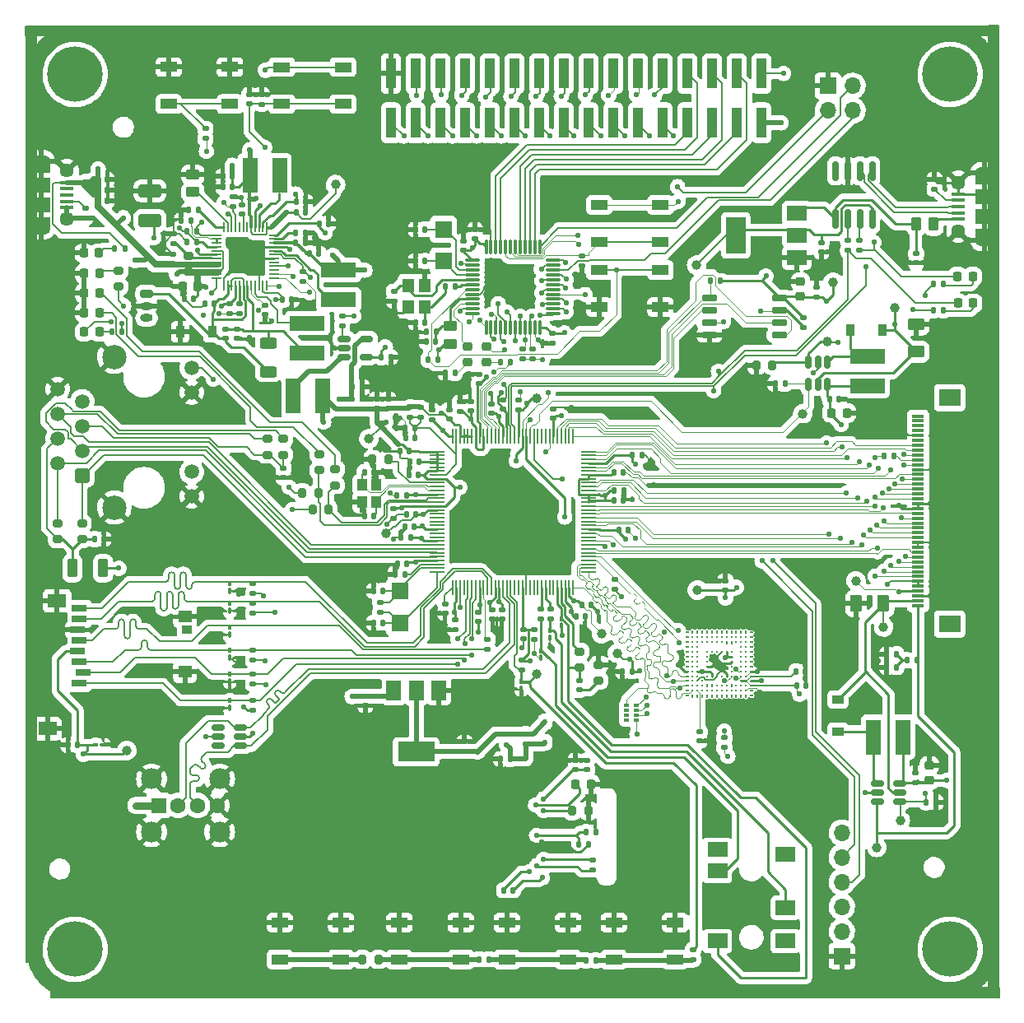
<source format=gbr>
%TF.GenerationSoftware,KiCad,Pcbnew,(6.0.8)*%
%TF.CreationDate,2023-03-24T20:25:01-04:00*%
%TF.ProjectId,lb_mp1,6c625f6d-7031-42e6-9b69-6361645f7063,rev?*%
%TF.SameCoordinates,Original*%
%TF.FileFunction,Copper,L1,Top*%
%TF.FilePolarity,Positive*%
%FSLAX46Y46*%
G04 Gerber Fmt 4.6, Leading zero omitted, Abs format (unit mm)*
G04 Created by KiCad (PCBNEW (6.0.8)) date 2023-03-24 20:25:01*
%MOMM*%
%LPD*%
G01*
G04 APERTURE LIST*
G04 Aperture macros list*
%AMRoundRect*
0 Rectangle with rounded corners*
0 $1 Rounding radius*
0 $2 $3 $4 $5 $6 $7 $8 $9 X,Y pos of 4 corners*
0 Add a 4 corners polygon primitive as box body*
4,1,4,$2,$3,$4,$5,$6,$7,$8,$9,$2,$3,0*
0 Add four circle primitives for the rounded corners*
1,1,$1+$1,$2,$3*
1,1,$1+$1,$4,$5*
1,1,$1+$1,$6,$7*
1,1,$1+$1,$8,$9*
0 Add four rect primitives between the rounded corners*
20,1,$1+$1,$2,$3,$4,$5,0*
20,1,$1+$1,$4,$5,$6,$7,0*
20,1,$1+$1,$6,$7,$8,$9,0*
20,1,$1+$1,$8,$9,$2,$3,0*%
G04 Aperture macros list end*
%TA.AperFunction,NonConductor*%
%ADD10C,1.140000*%
%TD*%
%TA.AperFunction,NonConductor*%
%ADD11C,0.200000*%
%TD*%
%TA.AperFunction,SMDPad,CuDef*%
%ADD12RoundRect,0.135000X0.135000X0.185000X-0.135000X0.185000X-0.135000X-0.185000X0.135000X-0.185000X0*%
%TD*%
%TA.AperFunction,SMDPad,CuDef*%
%ADD13RoundRect,0.150000X-0.150000X0.825000X-0.150000X-0.825000X0.150000X-0.825000X0.150000X0.825000X0*%
%TD*%
%TA.AperFunction,SMDPad,CuDef*%
%ADD14RoundRect,0.135000X-0.185000X0.135000X-0.185000X-0.135000X0.185000X-0.135000X0.185000X0.135000X0*%
%TD*%
%TA.AperFunction,SMDPad,CuDef*%
%ADD15RoundRect,0.200000X-0.275000X0.200000X-0.275000X-0.200000X0.275000X-0.200000X0.275000X0.200000X0*%
%TD*%
%TA.AperFunction,ComponentPad*%
%ADD16RoundRect,0.200000X-0.450000X0.200000X-0.450000X-0.200000X0.450000X-0.200000X0.450000X0.200000X0*%
%TD*%
%TA.AperFunction,ComponentPad*%
%ADD17O,1.300000X0.800000*%
%TD*%
%TA.AperFunction,SMDPad,CuDef*%
%ADD18RoundRect,0.135000X-0.135000X-0.185000X0.135000X-0.185000X0.135000X0.185000X-0.135000X0.185000X0*%
%TD*%
%TA.AperFunction,SMDPad,CuDef*%
%ADD19RoundRect,0.140000X0.140000X0.170000X-0.140000X0.170000X-0.140000X-0.170000X0.140000X-0.170000X0*%
%TD*%
%TA.AperFunction,SMDPad,CuDef*%
%ADD20R,1.700000X1.000000*%
%TD*%
%TA.AperFunction,SMDPad,CuDef*%
%ADD21RoundRect,0.140000X0.170000X-0.140000X0.170000X0.140000X-0.170000X0.140000X-0.170000X-0.140000X0*%
%TD*%
%TA.AperFunction,SMDPad,CuDef*%
%ADD22RoundRect,0.200000X0.275000X-0.200000X0.275000X0.200000X-0.275000X0.200000X-0.275000X-0.200000X0*%
%TD*%
%TA.AperFunction,SMDPad,CuDef*%
%ADD23RoundRect,0.140000X-0.140000X-0.170000X0.140000X-0.170000X0.140000X0.170000X-0.140000X0.170000X0*%
%TD*%
%TA.AperFunction,SMDPad,CuDef*%
%ADD24O,0.360000X0.150000*%
%TD*%
%TA.AperFunction,SMDPad,CuDef*%
%ADD25O,0.150000X0.360000*%
%TD*%
%TA.AperFunction,SMDPad,CuDef*%
%ADD26C,0.240000*%
%TD*%
%TA.AperFunction,SMDPad,CuDef*%
%ADD27RoundRect,0.135000X0.185000X-0.135000X0.185000X0.135000X-0.185000X0.135000X-0.185000X-0.135000X0*%
%TD*%
%TA.AperFunction,SMDPad,CuDef*%
%ADD28R,2.000000X1.500000*%
%TD*%
%TA.AperFunction,ComponentPad*%
%ADD29R,1.600000X1.600000*%
%TD*%
%TA.AperFunction,ComponentPad*%
%ADD30C,1.600000*%
%TD*%
%TA.AperFunction,ComponentPad*%
%ADD31C,2.150000*%
%TD*%
%TA.AperFunction,ComponentPad*%
%ADD32C,5.700000*%
%TD*%
%TA.AperFunction,SMDPad,CuDef*%
%ADD33RoundRect,0.250000X0.925000X-0.412500X0.925000X0.412500X-0.925000X0.412500X-0.925000X-0.412500X0*%
%TD*%
%TA.AperFunction,SMDPad,CuDef*%
%ADD34C,1.000000*%
%TD*%
%TA.AperFunction,SMDPad,CuDef*%
%ADD35RoundRect,0.140000X-0.170000X0.140000X-0.170000X-0.140000X0.170000X-0.140000X0.170000X0.140000X0*%
%TD*%
%TA.AperFunction,SMDPad,CuDef*%
%ADD36RoundRect,0.100000X0.100000X-0.150000X0.100000X0.150000X-0.100000X0.150000X-0.100000X-0.150000X0*%
%TD*%
%TA.AperFunction,SMDPad,CuDef*%
%ADD37RoundRect,0.100000X0.100000X-0.208500X0.100000X0.208500X-0.100000X0.208500X-0.100000X-0.208500X0*%
%TD*%
%TA.AperFunction,SMDPad,CuDef*%
%ADD38R,1.300000X0.300000*%
%TD*%
%TA.AperFunction,SMDPad,CuDef*%
%ADD39R,2.200000X1.800000*%
%TD*%
%TA.AperFunction,SMDPad,CuDef*%
%ADD40R,3.600000X1.500000*%
%TD*%
%TA.AperFunction,SMDPad,CuDef*%
%ADD41R,1.000000X3.150000*%
%TD*%
%TA.AperFunction,ComponentPad*%
%ADD42O,1.700000X1.700000*%
%TD*%
%TA.AperFunction,ComponentPad*%
%ADD43R,1.700000X1.700000*%
%TD*%
%TA.AperFunction,SMDPad,CuDef*%
%ADD44R,1.350000X0.400000*%
%TD*%
%TA.AperFunction,SMDPad,CuDef*%
%ADD45R,1.900000X1.200000*%
%TD*%
%TA.AperFunction,SMDPad,CuDef*%
%ADD46R,1.900000X1.500000*%
%TD*%
%TA.AperFunction,ComponentPad*%
%ADD47C,1.450000*%
%TD*%
%TA.AperFunction,ComponentPad*%
%ADD48O,1.900000X1.200000*%
%TD*%
%TA.AperFunction,SMDPad,CuDef*%
%ADD49R,1.800000X1.750000*%
%TD*%
%TA.AperFunction,ComponentPad*%
%ADD50RoundRect,0.250500X0.499500X-0.499500X0.499500X0.499500X-0.499500X0.499500X-0.499500X-0.499500X0*%
%TD*%
%TA.AperFunction,ComponentPad*%
%ADD51C,1.500000*%
%TD*%
%TA.AperFunction,ComponentPad*%
%ADD52C,2.500000*%
%TD*%
%TA.AperFunction,SMDPad,CuDef*%
%ADD53RoundRect,0.218750X-0.218750X-0.256250X0.218750X-0.256250X0.218750X0.256250X-0.218750X0.256250X0*%
%TD*%
%TA.AperFunction,SMDPad,CuDef*%
%ADD54R,0.900000X1.200000*%
%TD*%
%TA.AperFunction,SMDPad,CuDef*%
%ADD55R,1.500000X0.800000*%
%TD*%
%TA.AperFunction,SMDPad,CuDef*%
%ADD56R,1.400000X1.300000*%
%TD*%
%TA.AperFunction,SMDPad,CuDef*%
%ADD57R,1.900000X1.400000*%
%TD*%
%TA.AperFunction,SMDPad,CuDef*%
%ADD58R,1.000000X0.950000*%
%TD*%
%TA.AperFunction,SMDPad,CuDef*%
%ADD59R,2.000000X3.800000*%
%TD*%
%TA.AperFunction,SMDPad,CuDef*%
%ADD60R,1.000000X0.200000*%
%TD*%
%TA.AperFunction,SMDPad,CuDef*%
%ADD61R,0.200000X1.000000*%
%TD*%
%TA.AperFunction,ComponentPad*%
%ADD62C,0.609600*%
%TD*%
%TA.AperFunction,SMDPad,CuDef*%
%ADD63RoundRect,0.250000X-0.625000X0.312500X-0.625000X-0.312500X0.625000X-0.312500X0.625000X0.312500X0*%
%TD*%
%TA.AperFunction,SMDPad,CuDef*%
%ADD64R,1.500000X3.600000*%
%TD*%
%TA.AperFunction,SMDPad,CuDef*%
%ADD65RoundRect,0.150000X0.512500X0.150000X-0.512500X0.150000X-0.512500X-0.150000X0.512500X-0.150000X0*%
%TD*%
%TA.AperFunction,SMDPad,CuDef*%
%ADD66RoundRect,0.150000X-0.650000X-0.150000X0.650000X-0.150000X0.650000X0.150000X-0.650000X0.150000X0*%
%TD*%
%TA.AperFunction,SMDPad,CuDef*%
%ADD67R,1.200000X1.400000*%
%TD*%
%TA.AperFunction,SMDPad,CuDef*%
%ADD68RoundRect,0.200000X-0.200000X-0.275000X0.200000X-0.275000X0.200000X0.275000X-0.200000X0.275000X0*%
%TD*%
%TA.AperFunction,SMDPad,CuDef*%
%ADD69R,1.500000X2.000000*%
%TD*%
%TA.AperFunction,SMDPad,CuDef*%
%ADD70R,3.800000X2.000000*%
%TD*%
%TA.AperFunction,SMDPad,CuDef*%
%ADD71RoundRect,0.200000X0.200000X0.275000X-0.200000X0.275000X-0.200000X-0.275000X0.200000X-0.275000X0*%
%TD*%
%TA.AperFunction,SMDPad,CuDef*%
%ADD72RoundRect,0.225000X0.250000X-0.225000X0.250000X0.225000X-0.250000X0.225000X-0.250000X-0.225000X0*%
%TD*%
%TA.AperFunction,SMDPad,CuDef*%
%ADD73RoundRect,0.100000X0.150000X0.100000X-0.150000X0.100000X-0.150000X-0.100000X0.150000X-0.100000X0*%
%TD*%
%TA.AperFunction,SMDPad,CuDef*%
%ADD74RoundRect,0.100000X0.208500X0.100000X-0.208500X0.100000X-0.208500X-0.100000X0.208500X-0.100000X0*%
%TD*%
%TA.AperFunction,SMDPad,CuDef*%
%ADD75RoundRect,0.075000X-0.662500X-0.075000X0.662500X-0.075000X0.662500X0.075000X-0.662500X0.075000X0*%
%TD*%
%TA.AperFunction,SMDPad,CuDef*%
%ADD76RoundRect,0.075000X-0.075000X-0.662500X0.075000X-0.662500X0.075000X0.662500X-0.075000X0.662500X0*%
%TD*%
%TA.AperFunction,SMDPad,CuDef*%
%ADD77RoundRect,0.225000X0.225000X0.250000X-0.225000X0.250000X-0.225000X-0.250000X0.225000X-0.250000X0*%
%TD*%
%TA.AperFunction,SMDPad,CuDef*%
%ADD78RoundRect,0.250000X0.275000X0.700000X-0.275000X0.700000X-0.275000X-0.700000X0.275000X-0.700000X0*%
%TD*%
%TA.AperFunction,SMDPad,CuDef*%
%ADD79RoundRect,0.218750X0.256250X-0.218750X0.256250X0.218750X-0.256250X0.218750X-0.256250X-0.218750X0*%
%TD*%
%TA.AperFunction,SMDPad,CuDef*%
%ADD80RoundRect,0.150000X-0.150000X0.512500X-0.150000X-0.512500X0.150000X-0.512500X0.150000X0.512500X0*%
%TD*%
%TA.AperFunction,SMDPad,CuDef*%
%ADD81RoundRect,0.250000X-0.450000X0.262500X-0.450000X-0.262500X0.450000X-0.262500X0.450000X0.262500X0*%
%TD*%
%TA.AperFunction,SMDPad,CuDef*%
%ADD82RoundRect,0.250000X0.262500X0.450000X-0.262500X0.450000X-0.262500X-0.450000X0.262500X-0.450000X0*%
%TD*%
%TA.AperFunction,SMDPad,CuDef*%
%ADD83RoundRect,0.150000X-0.512500X-0.150000X0.512500X-0.150000X0.512500X0.150000X-0.512500X0.150000X0*%
%TD*%
%TA.AperFunction,SMDPad,CuDef*%
%ADD84R,0.450000X0.600000*%
%TD*%
%TA.AperFunction,SMDPad,CuDef*%
%ADD85R,0.500000X0.320000*%
%TD*%
%TA.AperFunction,SMDPad,CuDef*%
%ADD86RoundRect,0.250000X0.375000X0.625000X-0.375000X0.625000X-0.375000X-0.625000X0.375000X-0.625000X0*%
%TD*%
%TA.AperFunction,SMDPad,CuDef*%
%ADD87R,1.000000X1.150000*%
%TD*%
%TA.AperFunction,SMDPad,CuDef*%
%ADD88RoundRect,0.225000X-0.225000X-0.250000X0.225000X-0.250000X0.225000X0.250000X-0.225000X0.250000X0*%
%TD*%
%TA.AperFunction,SMDPad,CuDef*%
%ADD89R,1.200000X0.900000*%
%TD*%
%TA.AperFunction,SMDPad,CuDef*%
%ADD90RoundRect,0.250000X0.625000X-0.375000X0.625000X0.375000X-0.625000X0.375000X-0.625000X-0.375000X0*%
%TD*%
%TA.AperFunction,SMDPad,CuDef*%
%ADD91R,1.600000X0.247500*%
%TD*%
%TA.AperFunction,SMDPad,CuDef*%
%ADD92R,0.247500X1.600000*%
%TD*%
%TA.AperFunction,ViaPad*%
%ADD93C,0.560000*%
%TD*%
%TA.AperFunction,Conductor*%
%ADD94C,0.254000*%
%TD*%
%TA.AperFunction,Conductor*%
%ADD95C,0.127000*%
%TD*%
%TA.AperFunction,Conductor*%
%ADD96C,0.500000*%
%TD*%
%TA.AperFunction,Conductor*%
%ADD97C,0.100000*%
%TD*%
%TA.AperFunction,Conductor*%
%ADD98C,0.090000*%
%TD*%
%TA.AperFunction,Conductor*%
%ADD99C,0.200000*%
%TD*%
%TA.AperFunction,Conductor*%
%ADD100C,0.700000*%
%TD*%
%TA.AperFunction,Conductor*%
%ADD101C,0.600000*%
%TD*%
%TA.AperFunction,Conductor*%
%ADD102C,0.350000*%
%TD*%
%TA.AperFunction,Conductor*%
%ADD103C,0.300000*%
%TD*%
%TA.AperFunction,Conductor*%
%ADD104C,0.762000*%
%TD*%
G04 APERTURE END LIST*
D10*
X104431975Y-47161975D02*
G75*
G03*
X99931975Y-51661975I19J-4500019D01*
G01*
D11*
X198410000Y-146100000D02*
X199410000Y-146100000D01*
X199410000Y-146100000D02*
X199410000Y-46610000D01*
X199410000Y-46610000D02*
X198410000Y-46610000D01*
X198410000Y-46610000D02*
X198410000Y-146100000D01*
G36*
X198410000Y-146100000D02*
G01*
X199410000Y-146100000D01*
X199410000Y-46610000D01*
X198410000Y-46610000D01*
X198410000Y-146100000D01*
G37*
D10*
X99951975Y-141668025D02*
G75*
G03*
X104451975Y-146168025I4500019J19D01*
G01*
D11*
X199480000Y-146630000D02*
X101990000Y-146630000D01*
X101990000Y-146630000D02*
X101990000Y-145630000D01*
X101990000Y-145630000D02*
X199480000Y-145630000D01*
X199480000Y-145630000D02*
X199480000Y-146630000D01*
G36*
X199480000Y-146630000D02*
G01*
X101990000Y-146630000D01*
X101990000Y-145630000D01*
X199480000Y-145630000D01*
X199480000Y-146630000D01*
G37*
D10*
X198945097Y-51649067D02*
G75*
G03*
X194435075Y-47159045I-4500022J-10000D01*
G01*
D11*
X99450000Y-142980000D02*
X100450000Y-142980000D01*
X100450000Y-142980000D02*
X100450000Y-46940000D01*
X100450000Y-46940000D02*
X99450000Y-46940000D01*
X99450000Y-46940000D02*
X99450000Y-142980000D01*
G36*
X99450000Y-142980000D02*
G01*
X100450000Y-142980000D01*
X100450000Y-46940000D01*
X99450000Y-46940000D01*
X99450000Y-142980000D01*
G37*
X199320000Y-47680000D02*
X99320000Y-47680000D01*
X99320000Y-47680000D02*
X99320000Y-46680000D01*
X99320000Y-46680000D02*
X199320000Y-46680000D01*
X199320000Y-46680000D02*
X199320000Y-47680000D01*
G36*
X199320000Y-47680000D02*
G01*
X99320000Y-47680000D01*
X99320000Y-46680000D01*
X199320000Y-46680000D01*
X199320000Y-47680000D01*
G37*
D10*
X194438025Y-146158025D02*
G75*
G03*
X198938025Y-141658025I-19J4500019D01*
G01*
D12*
%TO.P,R64,1*%
%TO.N,Net-(R59-Pad2)*%
X158000000Y-142800000D03*
%TO.P,R64,2*%
%TO.N,Net-(R63-Pad1)*%
X156980000Y-142800000D03*
%TD*%
D13*
%TO.P,U4,1,UD+*%
%TO.N,/Connections/UD+*%
X186445000Y-61585000D03*
%TO.P,U4,2,UD-*%
%TO.N,/Connections/UD-*%
X185175000Y-61585000D03*
%TO.P,U4,3,GND*%
%TO.N,GND*%
X183905000Y-61585000D03*
%TO.P,U4,4,~{RTS}*%
%TO.N,unconnected-(U4-Pad4)*%
X182635000Y-61585000D03*
%TO.P,U4,5,VCC*%
%TO.N,Net-(C59-Pad1)*%
X182635000Y-66535000D03*
%TO.P,U4,6,TXD*%
%TO.N,Net-(R25-Pad2)*%
X183905000Y-66535000D03*
%TO.P,U4,7,RXD*%
%TO.N,Net-(R26-Pad1)*%
X185175000Y-66535000D03*
%TO.P,U4,8,V3*%
%TO.N,Net-(C56-Pad1)*%
X186445000Y-66535000D03*
%TD*%
D14*
%TO.P,R65,1*%
%TO.N,Net-(C104-Pad1)*%
X150800000Y-119490000D03*
%TO.P,R65,2*%
%TO.N,Net-(C106-Pad2)*%
X150800000Y-120510000D03*
%TD*%
D15*
%TO.P,R58,1*%
%TO.N,GND*%
X158300000Y-112375000D03*
%TO.P,R58,2*%
%TO.N,Net-(C96-Pad1)*%
X158300000Y-114025000D03*
%TD*%
D16*
%TO.P,J3,1,Pin_1*%
%TO.N,+BATT*%
X111790000Y-74210000D03*
D17*
%TO.P,J3,2,Pin_2*%
%TO.N,GND*%
X111790000Y-75460000D03*
%TO.P,J3,3*%
%TO.N,N/C*%
X111790000Y-76710000D03*
%TD*%
D14*
%TO.P,R5,1*%
%TO.N,Net-(J4-Pad4)*%
X105490000Y-65400000D03*
%TO.P,R5,2*%
%TO.N,GND*%
X105490000Y-66420000D03*
%TD*%
D18*
%TO.P,R31,1*%
%TO.N,+3.3V*%
X192730000Y-73180000D03*
%TO.P,R31,2*%
%TO.N,Net-(D10-Pad2)*%
X193750000Y-73180000D03*
%TD*%
D19*
%TO.P,C3,1*%
%TO.N,+3.3V*%
X120600000Y-62110000D03*
%TO.P,C3,2*%
%TO.N,GND*%
X119640000Y-62110000D03*
%TD*%
D20*
%TO.P,SW2,1,1*%
%TO.N,Net-(R3-Pad1)*%
X114060000Y-54700000D03*
X120360000Y-54700000D03*
%TO.P,SW2,2,2*%
%TO.N,GND*%
X114060000Y-50900000D03*
X120360000Y-50900000D03*
%TD*%
D21*
%TO.P,C41,1*%
%TO.N,+1V2*%
X144020000Y-86310000D03*
%TO.P,C41,2*%
%TO.N,GND*%
X144020000Y-85350000D03*
%TD*%
D22*
%TO.P,R52,1*%
%TO.N,Net-(C96-Pad2)*%
X156340000Y-112685000D03*
%TO.P,R52,2*%
%TO.N,Net-(R52-Pad2)*%
X156340000Y-111035000D03*
%TD*%
D19*
%TO.P,C76,1*%
%TO.N,+3V0*%
X138510000Y-94950000D03*
%TO.P,C76,2*%
%TO.N,GND*%
X137550000Y-94950000D03*
%TD*%
D23*
%TO.P,C18,1*%
%TO.N,GND*%
X116130000Y-65590000D03*
%TO.P,C18,2*%
%TO.N,Net-(C18-Pad2)*%
X117090000Y-65590000D03*
%TD*%
D24*
%TO.P,U9,A1*%
%TO.N,N/C*%
X167380000Y-115560000D03*
%TO.P,U9,A2*%
X167380000Y-115060000D03*
%TO.P,U9,A3,DAT0*%
%TO.N,Net-(RN1-Pad2)*%
X167380000Y-114560000D03*
%TO.P,U9,A4,DAT1*%
%TO.N,Net-(RN1-Pad3)*%
X167380000Y-114060000D03*
%TO.P,U9,A5,DAT2*%
%TO.N,Net-(RN1-Pad4)*%
X167380000Y-113560000D03*
%TO.P,U9,A6,VSS*%
%TO.N,GND*%
X167380000Y-113060000D03*
%TO.P,U9,A7,RFU*%
%TO.N,unconnected-(U9-PadA7)*%
X167380000Y-112560000D03*
%TO.P,U9,A8*%
%TO.N,N/C*%
X167380000Y-112060000D03*
%TO.P,U9,A9*%
X167380000Y-111560000D03*
%TO.P,U9,A10*%
X167380000Y-111060000D03*
%TO.P,U9,A11*%
X167380000Y-110560000D03*
%TO.P,U9,A12*%
X167380000Y-110060000D03*
%TO.P,U9,A13*%
X167380000Y-109560000D03*
%TO.P,U9,A14*%
X167380000Y-109060000D03*
D25*
%TO.P,U9,B1*%
X167940000Y-115620000D03*
D26*
%TO.P,U9,B2,DAT3*%
%TO.N,Net-(RN1-Pad5)*%
X167940000Y-115060000D03*
%TO.P,U9,B3,DAT4*%
%TO.N,unconnected-(U9-PadB3)*%
X167940000Y-114560000D03*
%TO.P,U9,B4,DAT5*%
%TO.N,unconnected-(U9-PadB4)*%
X167940000Y-114060000D03*
%TO.P,U9,B5,DAT6*%
%TO.N,unconnected-(U9-PadB5)*%
X167940000Y-113560000D03*
%TO.P,U9,B6,DAT7*%
%TO.N,unconnected-(U9-PadB6)*%
X167940000Y-113060000D03*
%TO.P,U9,B7*%
%TO.N,N/C*%
X167940000Y-112560000D03*
%TO.P,U9,B8*%
X167940000Y-112060000D03*
%TO.P,U9,B9*%
X167940000Y-111560000D03*
%TO.P,U9,B10*%
X167940000Y-111060000D03*
%TO.P,U9,B11*%
X167940000Y-110560000D03*
%TO.P,U9,B12*%
X167940000Y-110060000D03*
%TO.P,U9,B13*%
X167940000Y-109560000D03*
D25*
%TO.P,U9,B14*%
X167940000Y-109000000D03*
%TO.P,U9,C1*%
X168440000Y-115620000D03*
D26*
%TO.P,U9,C2,VDDI*%
%TO.N,Net-(C98-Pad1)*%
X168440000Y-115060000D03*
%TO.P,U9,C3*%
%TO.N,N/C*%
X168440000Y-114560000D03*
%TO.P,U9,C4,VSSQ*%
%TO.N,GND*%
X168440000Y-114060000D03*
%TO.P,U9,C5*%
%TO.N,N/C*%
X168440000Y-113560000D03*
%TO.P,U9,C6,VCCQ*%
%TO.N,+3.3V*%
X168440000Y-113060000D03*
%TO.P,U9,C7*%
%TO.N,N/C*%
X168440000Y-112560000D03*
%TO.P,U9,C8*%
X168440000Y-112060000D03*
%TO.P,U9,C9*%
X168440000Y-111560000D03*
%TO.P,U9,C10*%
X168440000Y-111060000D03*
%TO.P,U9,C11*%
X168440000Y-110560000D03*
%TO.P,U9,C12*%
X168440000Y-110060000D03*
%TO.P,U9,C13*%
X168440000Y-109560000D03*
D25*
%TO.P,U9,C14*%
X168440000Y-109000000D03*
%TO.P,U9,D1*%
X168940000Y-115620000D03*
D26*
%TO.P,U9,D2*%
X168940000Y-115060000D03*
%TO.P,U9,D3*%
X168940000Y-114560000D03*
%TO.P,U9,D4*%
X168940000Y-114060000D03*
%TO.P,U9,D12*%
X168940000Y-110060000D03*
%TO.P,U9,D13*%
X168940000Y-109560000D03*
D25*
%TO.P,U9,D14*%
X168940000Y-109000000D03*
%TO.P,U9,E1*%
X169440000Y-115620000D03*
D26*
%TO.P,U9,E2*%
X169440000Y-115060000D03*
D25*
%TO.P,U9,E3*%
X169440000Y-114500000D03*
D26*
%TO.P,U9,E5,RFU*%
%TO.N,unconnected-(U9-PadE5)*%
X169440000Y-113560000D03*
%TO.P,U9,E6,VCC*%
%TO.N,+3.3V*%
X169440000Y-113060000D03*
%TO.P,U9,E7,VSS*%
%TO.N,GND*%
X169440000Y-112560000D03*
%TO.P,U9,E8,VSF*%
%TO.N,unconnected-(U9-PadE8)*%
X169440000Y-112060000D03*
%TO.P,U9,E9,VSF*%
%TO.N,unconnected-(U9-PadE9)*%
X169440000Y-111560000D03*
%TO.P,U9,E10,VSF*%
%TO.N,unconnected-(U9-PadE10)*%
X169440000Y-111060000D03*
%TO.P,U9,E12*%
%TO.N,N/C*%
X169440000Y-110060000D03*
%TO.P,U9,E13*%
X169440000Y-109560000D03*
D25*
%TO.P,U9,E14*%
X169440000Y-109000000D03*
%TO.P,U9,F1*%
X169940000Y-115620000D03*
D26*
%TO.P,U9,F2*%
X169940000Y-115060000D03*
D25*
%TO.P,U9,F3*%
X169940000Y-114500000D03*
D26*
%TO.P,U9,F5,VCC*%
%TO.N,+3.3V*%
X169940000Y-113560000D03*
%TO.P,U9,F10,VSF*%
%TO.N,unconnected-(U9-PadF10)*%
X169940000Y-111060000D03*
%TO.P,U9,F12*%
%TO.N,N/C*%
X169940000Y-110060000D03*
%TO.P,U9,F13*%
X169940000Y-109560000D03*
D25*
%TO.P,U9,F14*%
X169940000Y-109000000D03*
%TO.P,U9,G1*%
X170440000Y-115620000D03*
D26*
%TO.P,U9,G2*%
X170440000Y-115060000D03*
%TO.P,U9,G3,RFU*%
%TO.N,unconnected-(U9-PadG3)*%
X170440000Y-114560000D03*
%TO.P,U9,G5,VSS*%
%TO.N,GND*%
X170440000Y-113560000D03*
%TO.P,U9,G10,VSF*%
%TO.N,unconnected-(U9-PadG10)*%
X170440000Y-111060000D03*
%TO.P,U9,G12*%
%TO.N,N/C*%
X170440000Y-110060000D03*
%TO.P,U9,G13*%
X170440000Y-109560000D03*
D25*
%TO.P,U9,G14*%
X170440000Y-109000000D03*
%TO.P,U9,H1*%
X170940000Y-115620000D03*
D26*
%TO.P,U9,H2*%
X170940000Y-115060000D03*
%TO.P,U9,H3*%
X170940000Y-114560000D03*
%TO.P,U9,H5,DS*%
%TO.N,unconnected-(U9-PadH5)*%
X170940000Y-113560000D03*
%TO.P,U9,H10,VSS*%
%TO.N,GND*%
X170940000Y-111060000D03*
%TO.P,U9,H12*%
%TO.N,N/C*%
X170940000Y-110060000D03*
%TO.P,U9,H13*%
X170940000Y-109560000D03*
D25*
%TO.P,U9,H14*%
X170940000Y-109000000D03*
%TO.P,U9,J1*%
X171440000Y-115620000D03*
D26*
%TO.P,U9,J2*%
X171440000Y-115060000D03*
%TO.P,U9,J3*%
X171440000Y-114560000D03*
%TO.P,U9,J5,VSS*%
%TO.N,GND*%
X171440000Y-113560000D03*
%TO.P,U9,J10,VCC*%
%TO.N,+3.3V*%
X171440000Y-111060000D03*
D25*
%TO.P,U9,J12*%
%TO.N,N/C*%
X171440000Y-110120000D03*
D26*
%TO.P,U9,J13*%
X171440000Y-109560000D03*
D25*
%TO.P,U9,J14*%
X171440000Y-109000000D03*
%TO.P,U9,K1*%
X171940000Y-115620000D03*
D26*
%TO.P,U9,K2*%
X171940000Y-115060000D03*
D25*
%TO.P,U9,K3*%
X171940000Y-114500000D03*
D26*
%TO.P,U9,K5,RSTN*%
%TO.N,Net-(R60-Pad2)*%
X171940000Y-113560000D03*
%TO.P,U9,K6,RFU*%
%TO.N,unconnected-(U9-PadK6)*%
X171940000Y-113060000D03*
%TO.P,U9,K7,RFU*%
%TO.N,unconnected-(U9-PadK7)*%
X171940000Y-112560000D03*
%TO.P,U9,K8,VSS*%
%TO.N,GND*%
X171940000Y-112060000D03*
%TO.P,U9,K9,VCC*%
%TO.N,+3.3V*%
X171940000Y-111560000D03*
%TO.P,U9,K10,VSF*%
%TO.N,unconnected-(U9-PadK10)*%
X171940000Y-111060000D03*
D25*
%TO.P,U9,K12*%
%TO.N,N/C*%
X171940000Y-110120000D03*
D26*
%TO.P,U9,K13*%
X171940000Y-109560000D03*
D25*
%TO.P,U9,K14*%
X171940000Y-109000000D03*
%TO.P,U9,L1*%
X172440000Y-115620000D03*
D26*
%TO.P,U9,L2*%
X172440000Y-115060000D03*
%TO.P,U9,L3*%
X172440000Y-114560000D03*
%TO.P,U9,L12*%
X172440000Y-110060000D03*
%TO.P,U9,L13*%
X172440000Y-109560000D03*
D25*
%TO.P,U9,L14*%
X172440000Y-109000000D03*
%TO.P,U9,M1*%
X172940000Y-115620000D03*
D26*
%TO.P,U9,M2*%
X172940000Y-115060000D03*
%TO.P,U9,M3*%
X172940000Y-114560000D03*
%TO.P,U9,M4,VCCQ*%
%TO.N,+3.3V*%
X172940000Y-114060000D03*
%TO.P,U9,M5,CMD*%
%TO.N,Net-(R51-Pad2)*%
X172940000Y-113560000D03*
%TO.P,U9,M6,CLK*%
%TO.N,Net-(U8-Pad5)*%
X172940000Y-113060000D03*
%TO.P,U9,M7*%
%TO.N,N/C*%
X172940000Y-112560000D03*
%TO.P,U9,M8*%
X172940000Y-112060000D03*
%TO.P,U9,M9*%
X172940000Y-111560000D03*
%TO.P,U9,M10*%
X172940000Y-111060000D03*
%TO.P,U9,M11*%
X172940000Y-110560000D03*
%TO.P,U9,M12*%
X172940000Y-110060000D03*
%TO.P,U9,M13*%
X172940000Y-109560000D03*
D25*
%TO.P,U9,M14*%
X172940000Y-109000000D03*
%TO.P,U9,N1*%
X173440000Y-115620000D03*
D26*
%TO.P,U9,N2,VSSQ*%
%TO.N,GND*%
X173440000Y-115060000D03*
%TO.P,U9,N3*%
%TO.N,N/C*%
X173440000Y-114560000D03*
%TO.P,U9,N4,VCCQ*%
%TO.N,+3.3V*%
X173440000Y-114060000D03*
%TO.P,U9,N5,VSSQ*%
%TO.N,GND*%
X173440000Y-113560000D03*
%TO.P,U9,N6*%
%TO.N,N/C*%
X173440000Y-113060000D03*
%TO.P,U9,N7*%
X173440000Y-112560000D03*
%TO.P,U9,N8*%
X173440000Y-112060000D03*
%TO.P,U9,N9*%
X173440000Y-111560000D03*
%TO.P,U9,N10*%
X173440000Y-111060000D03*
%TO.P,U9,N11*%
X173440000Y-110560000D03*
%TO.P,U9,N12*%
X173440000Y-110060000D03*
%TO.P,U9,N13*%
X173440000Y-109560000D03*
D25*
%TO.P,U9,N14*%
X173440000Y-109000000D03*
D24*
%TO.P,U9,P1*%
X174000000Y-115570000D03*
%TO.P,U9,P2*%
X174000000Y-115070000D03*
%TO.P,U9,P3,VCCQ*%
%TO.N,+3.3V*%
X174000000Y-114570000D03*
%TO.P,U9,P4,VSSQ*%
%TO.N,GND*%
X174000000Y-114070000D03*
%TO.P,U9,P5,VCCQ*%
%TO.N,+3.3V*%
X174000000Y-113570000D03*
%TO.P,U9,P6,VSSQ*%
%TO.N,GND*%
X174000000Y-113070000D03*
%TO.P,U9,P7*%
%TO.N,N/C*%
X174000000Y-112570000D03*
%TO.P,U9,P8*%
X174000000Y-112070000D03*
%TO.P,U9,P9*%
X174000000Y-111570000D03*
%TO.P,U9,P10,VSF*%
%TO.N,unconnected-(U9-PadP10)*%
X174000000Y-111070000D03*
%TO.P,U9,P11*%
%TO.N,N/C*%
X174000000Y-110570000D03*
%TO.P,U9,P12*%
X174000000Y-110070000D03*
%TO.P,U9,P13*%
X174000000Y-109570000D03*
%TO.P,U9,P14*%
X174000000Y-109070000D03*
%TD*%
D19*
%TO.P,C63,1*%
%TO.N,+1V8*%
X139820000Y-91460000D03*
%TO.P,C63,2*%
%TO.N,GND*%
X138860000Y-91460000D03*
%TD*%
D27*
%TO.P,R50,1*%
%TO.N,Net-(D19-Pad1)*%
X153390000Y-107660000D03*
%TO.P,R50,2*%
%TO.N,Net-(R50-Pad2)*%
X153390000Y-106640000D03*
%TD*%
D23*
%TO.P,C104,1*%
%TO.N,Net-(C104-Pad1)*%
X156270000Y-130830000D03*
%TO.P,C104,2*%
%TO.N,GND*%
X157230000Y-130830000D03*
%TD*%
D18*
%TO.P,R9,1*%
%TO.N,Net-(C33-Pad2)*%
X132950000Y-83830000D03*
%TO.P,R9,2*%
%TO.N,GND*%
X133970000Y-83830000D03*
%TD*%
D23*
%TO.P,C45,1*%
%TO.N,GND*%
X140590000Y-78150000D03*
%TO.P,C45,2*%
%TO.N,+3.3VA*%
X141550000Y-78150000D03*
%TD*%
D18*
%TO.P,R19,1*%
%TO.N,Net-(C46-Pad1)*%
X142550000Y-73460000D03*
%TO.P,R19,2*%
%TO.N,OSC_OUT*%
X143570000Y-73460000D03*
%TD*%
D28*
%TO.P,J9,1*%
%TO.N,unconnected-(J9-Pad1)*%
X177500000Y-140815000D03*
%TO.P,J9,2*%
%TO.N,Net-(C96-Pad2)*%
X170500000Y-140815000D03*
%TO.P,J9,3*%
%TO.N,Net-(D19-Pad1)*%
X177500000Y-137415000D03*
%TO.P,J9,4*%
%TO.N,Net-(D18-Pad1)*%
X170500000Y-133615000D03*
%TO.P,J9,5*%
%TO.N,unconnected-(J9-Pad5)*%
X170500000Y-131415000D03*
%TO.P,J9,6*%
%TO.N,unconnected-(J9-Pad6)*%
X177500000Y-131915000D03*
%TD*%
D19*
%TO.P,C2,1*%
%TO.N,+3.3V*%
X120600000Y-63240000D03*
%TO.P,C2,2*%
%TO.N,GND*%
X119640000Y-63240000D03*
%TD*%
D29*
%TO.P,J8,1,VBUS*%
%TO.N,VCC*%
X113030000Y-126860000D03*
D30*
%TO.P,J8,2,D-*%
%TO.N,/Connections/USB-D-*%
X115030000Y-126860000D03*
%TO.P,J8,3,D+*%
%TO.N,/Connections/USB-D+*%
X117030000Y-126860000D03*
%TO.P,J8,4,GND*%
%TO.N,GND*%
X119030000Y-126860000D03*
D31*
%TO.P,J8,5,Shield*%
X119300000Y-124140000D03*
X119300000Y-129580000D03*
X112300000Y-124140000D03*
X112300000Y-129580000D03*
%TD*%
D22*
%TO.P,R10,1*%
%TO.N,VCC*%
X116140000Y-71985000D03*
%TO.P,R10,2*%
%TO.N,Net-(C14-Pad1)*%
X116140000Y-70335000D03*
%TD*%
D19*
%TO.P,C64,1*%
%TO.N,+3.3V*%
X139330000Y-98190000D03*
%TO.P,C64,2*%
%TO.N,GND*%
X138370000Y-98190000D03*
%TD*%
D15*
%TO.P,R34,1*%
%TO.N,Net-(D5-Pad2)*%
X131180000Y-92275000D03*
%TO.P,R34,2*%
%TO.N,LNK_LED*%
X131180000Y-93925000D03*
%TD*%
D23*
%TO.P,C12,1*%
%TO.N,VCC*%
X135940000Y-80760000D03*
%TO.P,C12,2*%
%TO.N,GND*%
X136900000Y-80760000D03*
%TD*%
D32*
%TO.P,H1,1*%
%TO.N,N/C*%
X104440000Y-51660000D03*
%TD*%
D33*
%TO.P,C6,1*%
%TO.N,Net-(C6-Pad1)*%
X112140000Y-66697500D03*
%TO.P,C6,2*%
%TO.N,GND*%
X112140000Y-63622500D03*
%TD*%
D34*
%TO.P,TP1,1,1*%
%TO.N,+3.3V*%
X131220000Y-62990000D03*
%TD*%
D18*
%TO.P,R20,1*%
%TO.N,NRST*%
X140760000Y-81000000D03*
%TO.P,R20,2*%
%TO.N,+3.3V*%
X141780000Y-81000000D03*
%TD*%
D12*
%TO.P,R21,1*%
%TO.N,Net-(D7-Pad1)*%
X143520000Y-82370000D03*
%TO.P,R21,2*%
%TO.N,GND*%
X142500000Y-82370000D03*
%TD*%
D15*
%TO.P,R35,1*%
%TO.N,/Connections/EPHY-RXP*%
X125870000Y-89135000D03*
%TO.P,R35,2*%
%TO.N,Net-(C70-Pad1)*%
X125870000Y-90785000D03*
%TD*%
D34*
%TO.P,TP17,1,1*%
%TO.N,Net-(R56-Pad1)*%
X186900000Y-131180000D03*
%TD*%
D27*
%TO.P,R49,1*%
%TO.N,Net-(D16-Pad1)*%
X146860000Y-110800000D03*
%TO.P,R49,2*%
%TO.N,Net-(R49-Pad2)*%
X146860000Y-109780000D03*
%TD*%
D15*
%TO.P,R36,1*%
%TO.N,Net-(D4-Pad2)*%
X129520000Y-90725000D03*
%TO.P,R36,2*%
%TO.N,SPD__LED*%
X129520000Y-92375000D03*
%TD*%
D21*
%TO.P,C13,1*%
%TO.N,+1V8*%
X135470000Y-86030000D03*
%TO.P,C13,2*%
%TO.N,GND*%
X135470000Y-85070000D03*
%TD*%
D32*
%TO.P,H4,1*%
%TO.N,N/C*%
X194440000Y-141660000D03*
%TD*%
D35*
%TO.P,C81,1*%
%TO.N,VDD*%
X143500000Y-107780000D03*
%TO.P,C81,2*%
%TO.N,GND*%
X143500000Y-108740000D03*
%TD*%
D36*
%TO.P,D17,1,A1*%
%TO.N,Net-(C96-Pad2)*%
X154440000Y-107640000D03*
D37*
%TO.P,D17,2,A2*%
%TO.N,GND*%
X154440000Y-108388500D03*
%TD*%
D35*
%TO.P,C78,1*%
%TO.N,+3.3V*%
X145940000Y-106990000D03*
%TO.P,C78,2*%
%TO.N,GND*%
X145940000Y-107950000D03*
%TD*%
D21*
%TO.P,C51,1*%
%TO.N,+3.3V*%
X145960000Y-83460000D03*
%TO.P,C51,2*%
%TO.N,GND*%
X145960000Y-82500000D03*
%TD*%
D19*
%TO.P,C16,1*%
%TO.N,+BATT*%
X118720000Y-75260000D03*
%TO.P,C16,2*%
%TO.N,GND*%
X117760000Y-75260000D03*
%TD*%
D35*
%TO.P,C4,1*%
%TO.N,GND*%
X122340000Y-53730000D03*
%TO.P,C4,2*%
%TO.N,N_Oe*%
X122340000Y-54690000D03*
%TD*%
D19*
%TO.P,C65,1*%
%TO.N,+1V8*%
X139720000Y-92860000D03*
%TO.P,C65,2*%
%TO.N,GND*%
X138760000Y-92860000D03*
%TD*%
D38*
%TO.P,U10,1,LEDK*%
%TO.N,Net-(R56-Pad1)*%
X191140000Y-106310000D03*
%TO.P,U10,2,LEDA*%
%TO.N,Net-(C93-Pad1)*%
X191140000Y-105810000D03*
%TO.P,U10,3,GND*%
%TO.N,GND*%
X191140000Y-105310000D03*
%TO.P,U10,4,VDD*%
%TO.N,+3.3V*%
X191140000Y-104810000D03*
%TO.P,U10,5,R0*%
%TO.N,GND*%
X191140000Y-104310000D03*
%TO.P,U10,6,R1*%
X191140000Y-103810000D03*
%TO.P,U10,7,R2*%
%TO.N,Net-(U10-Pad7)*%
X191140000Y-103310000D03*
%TO.P,U10,8,R3*%
%TO.N,Net-(U10-Pad8)*%
X191140000Y-102810000D03*
%TO.P,U10,9,R4*%
%TO.N,Net-(U10-Pad9)*%
X191140000Y-102310000D03*
%TO.P,U10,10,R5*%
%TO.N,Net-(U10-Pad10)*%
X191140000Y-101810000D03*
%TO.P,U10,11,R6*%
%TO.N,Net-(U10-Pad11)*%
X191140000Y-101310000D03*
%TO.P,U10,12,R7*%
%TO.N,Net-(U10-Pad12)*%
X191140000Y-100810000D03*
%TO.P,U10,13,G0*%
%TO.N,GND*%
X191140000Y-100310000D03*
%TO.P,U10,14,G1*%
X191140000Y-99810000D03*
%TO.P,U10,15,G2*%
%TO.N,Net-(U10-Pad15)*%
X191140000Y-99310000D03*
%TO.P,U10,16,G3*%
%TO.N,Net-(U10-Pad16)*%
X191140000Y-98810000D03*
%TO.P,U10,17,G4*%
%TO.N,Net-(U10-Pad17)*%
X191140000Y-98310000D03*
%TO.P,U10,18,G5*%
%TO.N,Net-(U10-Pad18)*%
X191140000Y-97810000D03*
%TO.P,U10,19,G6*%
%TO.N,Net-(U10-Pad19)*%
X191140000Y-97310000D03*
%TO.P,U10,20,G7*%
%TO.N,Net-(U10-Pad20)*%
X191140000Y-96810000D03*
%TO.P,U10,21,B0*%
%TO.N,GND*%
X191140000Y-96310000D03*
%TO.P,U10,22,B1*%
X191140000Y-95810000D03*
%TO.P,U10,23,B2*%
%TO.N,Net-(U10-Pad23)*%
X191140000Y-95310000D03*
%TO.P,U10,24,B3*%
%TO.N,Net-(U10-Pad24)*%
X191140000Y-94810000D03*
%TO.P,U10,25,B4*%
%TO.N,Net-(U10-Pad25)*%
X191140000Y-94310000D03*
%TO.P,U10,26,B5*%
%TO.N,Net-(U10-Pad26)*%
X191140000Y-93810000D03*
%TO.P,U10,27,B6*%
%TO.N,Net-(U10-Pad27)*%
X191140000Y-93310000D03*
%TO.P,U10,28,B7*%
%TO.N,Net-(U10-Pad28)*%
X191140000Y-92810000D03*
%TO.P,U10,29,GND*%
%TO.N,GND*%
X191140000Y-92310000D03*
%TO.P,U10,30,DCLK*%
%TO.N,Net-(U10-Pad30)*%
X191140000Y-91810000D03*
%TO.P,U10,31,DISP*%
%TO.N,Net-(R53-Pad2)*%
X191140000Y-91310000D03*
%TO.P,U10,32,HSYNC*%
%TO.N,Net-(U10-Pad32)*%
X191140000Y-90810000D03*
%TO.P,U10,33,VSYNC*%
%TO.N,Net-(U10-Pad33)*%
X191140000Y-90310000D03*
%TO.P,U10,34,DEN*%
%TO.N,Net-(U10-Pad34)*%
X191140000Y-89810000D03*
%TO.P,U10,35,NC*%
%TO.N,unconnected-(U10-Pad35)*%
X191140000Y-89310000D03*
%TO.P,U10,36,GND*%
%TO.N,GND*%
X191140000Y-88810000D03*
%TO.P,U10,37,XR*%
%TO.N,unconnected-(U10-Pad37)*%
X191140000Y-88310000D03*
%TO.P,U10,38,YD*%
%TO.N,unconnected-(U10-Pad38)*%
X191140000Y-87810000D03*
%TO.P,U10,39,XL*%
%TO.N,unconnected-(U10-Pad39)*%
X191140000Y-87310000D03*
%TO.P,U10,40,YU*%
%TO.N,unconnected-(U10-Pad40)*%
X191140000Y-86810000D03*
D39*
%TO.P,U10,MP*%
%TO.N,N/C*%
X194390000Y-84910000D03*
X194390000Y-108210000D03*
%TD*%
D14*
%TO.P,R1,1*%
%TO.N,GND*%
X123640000Y-53700000D03*
%TO.P,R1,2*%
%TO.N,N_Oe*%
X123640000Y-54720000D03*
%TD*%
D23*
%TO.P,C20,1*%
%TO.N,+1V2*%
X127130000Y-69000000D03*
%TO.P,C20,2*%
%TO.N,GND*%
X128090000Y-69000000D03*
%TD*%
D20*
%TO.P,SW8,1,1*%
%TO.N,Net-(R59-Pad2)*%
X166150000Y-142700000D03*
X159850000Y-142700000D03*
%TO.P,SW8,2,2*%
%TO.N,GND*%
X166150000Y-138900000D03*
X159850000Y-138900000D03*
%TD*%
D12*
%TO.P,R15,1*%
%TO.N,Net-(C40-Pad2)*%
X139400000Y-87990000D03*
%TO.P,R15,2*%
%TO.N,GND*%
X138380000Y-87990000D03*
%TD*%
D40*
%TO.P,L3,1,1*%
%TO.N,Net-(L3-Pad1)*%
X128320000Y-77245000D03*
%TO.P,L3,2,2*%
%TO.N,Net-(C19-Pad2)*%
X128320000Y-80295000D03*
%TD*%
D41*
%TO.P,J1,1,Pin_1*%
%TO.N,/STM32/PC13*%
X136906000Y-56627000D03*
%TO.P,J1,2,Pin_2*%
%TO.N,GND*%
X136906000Y-51577000D03*
%TO.P,J1,3,Pin_3*%
%TO.N,USART2_TX*%
X139446000Y-56627000D03*
%TO.P,J1,4,Pin_4*%
%TO.N,/STM32/PA1*%
X139446000Y-51577000D03*
%TO.P,J1,5,Pin_5*%
%TO.N,/STM32/PA4*%
X141986000Y-56627000D03*
%TO.P,J1,6,Pin_6*%
%TO.N,USART2_RX*%
X141986000Y-51577000D03*
%TO.P,J1,7,Pin_7*%
%TO.N,/STM32/PA6*%
X144526000Y-56627000D03*
%TO.P,J1,8,Pin_8*%
%TO.N,/STM32/PA5*%
X144526000Y-51577000D03*
%TO.P,J1,9,Pin_9*%
%TO.N,/STM32/PB0*%
X147066000Y-56627000D03*
%TO.P,J1,10,Pin_10*%
%TO.N,/STM32/PA7*%
X147066000Y-51577000D03*
%TO.P,J1,11,Pin_11*%
%TO.N,/STM32/PB2*%
X149606000Y-56627000D03*
%TO.P,J1,12,Pin_12*%
%TO.N,/STM32/PB1*%
X149606000Y-51577000D03*
%TO.P,J1,13,Pin_13*%
%TO.N,I2C2_SDA*%
X152146000Y-56627000D03*
%TO.P,J1,14,Pin_14*%
%TO.N,I2C2_SCL*%
X152146000Y-51577000D03*
%TO.P,J1,15,Pin_15*%
%TO.N,/STM32/PB13*%
X154686000Y-56627000D03*
%TO.P,J1,16,Pin_16*%
%TO.N,/STM32/PB12*%
X154686000Y-51577000D03*
%TO.P,J1,17,Pin_17*%
%TO.N,/STM32/PB15*%
X157226000Y-56627000D03*
%TO.P,J1,18,Pin_18*%
%TO.N,/STM32/PB14*%
X157226000Y-51577000D03*
%TO.P,J1,19,Pin_19*%
%TO.N,USART1_RX*%
X159766000Y-56627000D03*
%TO.P,J1,20,Pin_20*%
%TO.N,USART1_TX*%
X159766000Y-51577000D03*
%TO.P,J1,21,Pin_21*%
%TO.N,/STM32/PA12*%
X162306000Y-56627000D03*
%TO.P,J1,22,Pin_22*%
%TO.N,/STM32/PA11*%
X162306000Y-51577000D03*
%TO.P,J1,23,Pin_23*%
%TO.N,/STM32/PF7*%
X164846000Y-56627000D03*
%TO.P,J1,24,Pin_24*%
%TO.N,/STM32/PF6*%
X164846000Y-51577000D03*
%TO.P,J1,25,Pin_25*%
%TO.N,/STM32/PB9*%
X167386000Y-56627000D03*
%TO.P,J1,26,Pin_26*%
%TO.N,/STM32/PB8*%
X167386000Y-51577000D03*
%TO.P,J1,27,Pin_27*%
%TO.N,/STM32/PB5*%
X169926000Y-56627000D03*
%TO.P,J1,28,Pin_28*%
%TO.N,/STM32/PB4*%
X169926000Y-51577000D03*
%TO.P,J1,29,Pin_29*%
%TO.N,/STM32/PB3*%
X172466000Y-56627000D03*
%TO.P,J1,30,Pin_30*%
%TO.N,/STM32/PA15*%
X172466000Y-51577000D03*
%TO.P,J1,31,Pin_31*%
%TO.N,+3.3V*%
X175006000Y-56627000D03*
%TO.P,J1,32,Pin_32*%
%TO.N,VCC*%
X175006000Y-51577000D03*
%TD*%
D21*
%TO.P,C52,1*%
%TO.N,+1V2*%
X150040000Y-86140000D03*
%TO.P,C52,2*%
%TO.N,GND*%
X150040000Y-85180000D03*
%TD*%
%TO.P,C28,1*%
%TO.N,VCC*%
X120640000Y-65240000D03*
%TO.P,C28,2*%
%TO.N,GND*%
X120640000Y-64280000D03*
%TD*%
D32*
%TO.P,H3,1*%
%TO.N,N/C*%
X104440000Y-141660000D03*
%TD*%
D14*
%TO.P,R22,1*%
%TO.N,I2C2_SCL*%
X150440000Y-79870000D03*
%TO.P,R22,2*%
%TO.N,+3.3V*%
X150440000Y-80890000D03*
%TD*%
D42*
%TO.P,J10,6,Pin_6*%
%TO.N,unconnected-(J10-Pad6)*%
X183300000Y-129650000D03*
%TO.P,J10,5,Pin_5*%
%TO.N,Net-(D10-Pad1)*%
X183300000Y-132190000D03*
%TO.P,J10,4,Pin_4*%
%TO.N,Net-(D11-Pad1)*%
X183300000Y-134730000D03*
%TO.P,J10,3,Pin_3*%
%TO.N,unconnected-(J10-Pad3)*%
X183300000Y-137270000D03*
%TO.P,J10,2,Pin_2*%
%TO.N,unconnected-(J10-Pad2)*%
X183300000Y-139810000D03*
D43*
%TO.P,J10,1,Pin_1*%
%TO.N,GND*%
X183300000Y-142350000D03*
%TD*%
D44*
%TO.P,J4,1,VBUS*%
%TO.N,+VDC*%
X103602500Y-62760000D03*
%TO.P,J4,2,D-*%
%TO.N,unconnected-(J4-Pad2)*%
X103602500Y-63410000D03*
%TO.P,J4,3,D+*%
%TO.N,unconnected-(J4-Pad3)*%
X103602500Y-64060000D03*
%TO.P,J4,4,ID*%
%TO.N,Net-(J4-Pad4)*%
X103602500Y-64710000D03*
%TO.P,J4,5,GND*%
%TO.N,GND*%
X103602500Y-65360000D03*
D45*
%TO.P,J4,6,Shield*%
X100902500Y-61160000D03*
D46*
X100902500Y-65060000D03*
D47*
X103602500Y-66560000D03*
D45*
X100902500Y-66960000D03*
D48*
X100902500Y-67560000D03*
D46*
X100902500Y-63060000D03*
D47*
X103602500Y-61560000D03*
D48*
X100902500Y-60560000D03*
%TD*%
D49*
%TO.P,Y2,1,1*%
%TO.N,OSC32_OUT*%
X142310000Y-70855000D03*
%TO.P,Y2,2,2*%
%TO.N,OSC32_IN*%
X142310000Y-67605000D03*
%TD*%
D14*
%TO.P,R23,1*%
%TO.N,I2C2_SDA*%
X151520000Y-79880000D03*
%TO.P,R23,2*%
%TO.N,+3.3V*%
X151520000Y-80900000D03*
%TD*%
D23*
%TO.P,C5,1*%
%TO.N,+VDC*%
X106770000Y-63580000D03*
%TO.P,C5,2*%
%TO.N,GND*%
X107730000Y-63580000D03*
%TD*%
D35*
%TO.P,C103,1*%
%TO.N,Net-(C103-Pad1)*%
X157700000Y-132520000D03*
%TO.P,C103,2*%
%TO.N,Net-(C103-Pad2)*%
X157700000Y-133480000D03*
%TD*%
D40*
%TO.P,L2,1,1*%
%TO.N,+1V2*%
X131550000Y-71795000D03*
%TO.P,L2,2,2*%
%TO.N,Net-(L2-Pad2)*%
X131550000Y-74845000D03*
%TD*%
D50*
%TO.P,J7,1*%
%TO.N,/Connections/EPHY-TXP*%
X105167500Y-92900000D03*
D51*
%TO.P,J7,2*%
%TO.N,/Connections/EPHY-TXN*%
X102627500Y-91640000D03*
%TO.P,J7,3*%
%TO.N,/Connections/EPHY-RXP*%
X105167500Y-90360000D03*
%TO.P,J7,4*%
%TO.N,Net-(C61-Pad1)*%
X102627500Y-89100000D03*
%TO.P,J7,5*%
%TO.N,Net-(C70-Pad1)*%
X105167500Y-87820000D03*
%TO.P,J7,6*%
%TO.N,/Connections/EPHY-RXN*%
X102627500Y-86560000D03*
%TO.P,J7,7*%
%TO.N,unconnected-(J7-Pad7)*%
X105167500Y-85280000D03*
%TO.P,J7,8*%
%TO.N,GND*%
X102627500Y-84020000D03*
%TO.P,J7,9*%
X116427500Y-95085000D03*
%TO.P,J7,10*%
%TO.N,Net-(J7-Pad10)*%
X116427500Y-92545000D03*
%TO.P,J7,11*%
%TO.N,GND*%
X116427500Y-84375000D03*
%TO.P,J7,12*%
%TO.N,Net-(J7-Pad12)*%
X116427500Y-81835000D03*
D52*
%TO.P,J7,SH*%
%TO.N,GND*%
X108477500Y-96205000D03*
X108477500Y-80715000D03*
%TD*%
D19*
%TO.P,C30,1*%
%TO.N,GND*%
X130500000Y-67000000D03*
%TO.P,C30,2*%
%TO.N,+3V0*%
X129540000Y-67000000D03*
%TD*%
D53*
%TO.P,D11,1,K*%
%TO.N,Net-(D11-Pad1)*%
X195232500Y-75190000D03*
%TO.P,D11,2,A*%
%TO.N,Net-(D11-Pad2)*%
X196807500Y-75190000D03*
%TD*%
D54*
%TO.P,D9,1,K*%
%TO.N,Net-(C60-Pad1)*%
X187490000Y-77960000D03*
%TO.P,D9,2,A*%
%TO.N,Net-(D9-Pad2)*%
X184190000Y-77960000D03*
%TD*%
D21*
%TO.P,C21,1*%
%TO.N,+1V8*%
X136650000Y-86020000D03*
%TO.P,C21,2*%
%TO.N,GND*%
X136650000Y-85060000D03*
%TD*%
D55*
%TO.P,J6,1,DATA2*%
%TO.N,Net-(D21-Pad1)*%
X104880000Y-114300000D03*
%TO.P,J6,2,CD/DATA3*%
%TO.N,Net-(D13-Pad1)*%
X105280000Y-113200000D03*
%TO.P,J6,3,CMD*%
%TO.N,Net-(D15-Pad1)*%
X104880000Y-112100000D03*
%TO.P,J6,4,VDD*%
%TO.N,+3.3V*%
X104680000Y-111000000D03*
%TO.P,J6,5,CLK*%
%TO.N,Net-(D16-Pad1)*%
X104880000Y-109900000D03*
%TO.P,J6,6,VSS*%
%TO.N,GND*%
X104680000Y-108800000D03*
%TO.P,J6,7,DATA0*%
%TO.N,Net-(D14-Pad1)*%
X104880000Y-107700000D03*
%TO.P,J6,8,DATA1*%
%TO.N,Net-(D12-Pad1)*%
X104880000Y-106600000D03*
D56*
%TO.P,J6,S1,SHIELD*%
%TO.N,GND*%
X115740000Y-107410000D03*
%TO.P,J6,S2,SHIELD*%
X115740000Y-113110000D03*
D57*
%TO.P,J6,S3,SHIELD*%
X102590000Y-105810000D03*
%TO.P,J6,S4,SHIELD*%
X101590000Y-118960000D03*
D58*
%TO.P,J6,SW,SW*%
%TO.N,unconnected-(J6-PadSW)*%
X115940000Y-108800000D03*
%TD*%
D44*
%TO.P,J5,1,VBUS*%
%TO.N,Net-(FB2-Pad1)*%
X195277500Y-66560000D03*
%TO.P,J5,2,D-*%
%TO.N,/Connections/UD-*%
X195277500Y-65910000D03*
%TO.P,J5,3,D+*%
%TO.N,/Connections/UD+*%
X195277500Y-65260000D03*
%TO.P,J5,4,ID*%
%TO.N,Net-(J5-Pad4)*%
X195277500Y-64610000D03*
%TO.P,J5,5,GND*%
%TO.N,GND*%
X195277500Y-63960000D03*
D48*
%TO.P,J5,6,Shield*%
X197977500Y-61760000D03*
D47*
X195277500Y-62760000D03*
D48*
X197977500Y-68760000D03*
D45*
X197977500Y-68160000D03*
D46*
X197977500Y-64260000D03*
D47*
X195277500Y-67760000D03*
D46*
X197977500Y-66260000D03*
D45*
X197977500Y-62360000D03*
%TD*%
D21*
%TO.P,C90,1*%
%TO.N,GND*%
X142510000Y-107080000D03*
%TO.P,C90,2*%
%TO.N,Net-(C90-Pad2)*%
X142510000Y-106120000D03*
%TD*%
D19*
%TO.P,C66,1*%
%TO.N,+3.3V*%
X138570000Y-102000000D03*
%TO.P,C66,2*%
%TO.N,GND*%
X137610000Y-102000000D03*
%TD*%
D36*
%TO.P,D19,1,A1*%
%TO.N,Net-(D19-Pad1)*%
X153310000Y-108850000D03*
D37*
%TO.P,D19,2,A2*%
%TO.N,GND*%
X153310000Y-109598500D03*
%TD*%
D36*
%TO.P,D18,1,A1*%
%TO.N,Net-(D18-Pad1)*%
X152340000Y-110940000D03*
D37*
%TO.P,D18,2,A2*%
%TO.N,GND*%
X152340000Y-111688500D03*
%TD*%
D35*
%TO.P,C9,1*%
%TO.N,Net-(C19-Pad2)*%
X121080000Y-77870000D03*
%TO.P,C9,2*%
%TO.N,GND*%
X121080000Y-78830000D03*
%TD*%
D23*
%TO.P,C53,1*%
%TO.N,GND*%
X140560000Y-79130000D03*
%TO.P,C53,2*%
%TO.N,+3.3VA*%
X141520000Y-79130000D03*
%TD*%
D35*
%TO.P,C101,1*%
%TO.N,VCC*%
X134300000Y-115620000D03*
%TO.P,C101,2*%
%TO.N,GND*%
X134300000Y-116580000D03*
%TD*%
D28*
%TO.P,U7,1,GND*%
%TO.N,GND*%
X178680000Y-70520000D03*
D59*
%TO.P,U7,2,VO*%
%TO.N,Net-(C56-Pad1)*%
X172380000Y-68220000D03*
D28*
X178680000Y-68220000D03*
%TO.P,U7,3,VI*%
%TO.N,Net-(C59-Pad1)*%
X178680000Y-65920000D03*
%TD*%
D60*
%TO.P,U2,1,SDA*%
%TO.N,sda*%
X124940000Y-72590000D03*
%TO.P,U2,2,SCK*%
%TO.N,scl*%
X124940000Y-72190000D03*
%TO.P,U2,3,GPIO3*%
%TO.N,unconnected-(U2-Pad3)*%
X124940000Y-71790000D03*
%TO.P,U2,4,N_OE*%
%TO.N,N_Oe*%
X124940000Y-71390000D03*
%TO.P,U2,5,GPIO2*%
%TO.N,unconnected-(U2-Pad5)*%
X124940000Y-70990000D03*
%TO.P,U2,6,N_VBUSEN*%
%TO.N,GND*%
X124940000Y-70590000D03*
%TO.P,U2,7,VIN2*%
%TO.N,VCC*%
X124940000Y-70190000D03*
%TO.P,U2,8,LX2*%
%TO.N,Net-(L2-Pad2)*%
X124940000Y-69790000D03*
%TO.P,U2,9,PGND2*%
%TO.N,GND*%
X124940000Y-69390000D03*
%TO.P,U2,10,DCDC2*%
%TO.N,+1V2*%
X124940000Y-68990000D03*
%TO.P,U2,11,LDO4*%
%TO.N,Net-(C8-Pad1)*%
X124940000Y-68590000D03*
%TO.P,U2,12,LDO2*%
%TO.N,+3V0*%
X124940000Y-68190000D03*
D61*
%TO.P,U2,13,LDO24IN*%
%TO.N,+3.3V*%
X124140000Y-67390000D03*
%TO.P,U2,14,VIN3*%
%TO.N,VCC*%
X123740000Y-67390000D03*
%TO.P,U2,15,LX3*%
%TO.N,Net-(L1-Pad2)*%
X123340000Y-67390000D03*
%TO.P,U2,16,PGND3*%
%TO.N,GND*%
X122940000Y-67390000D03*
%TO.P,U2,17,DCDC3*%
%TO.N,+3.3V*%
X122540000Y-67390000D03*
%TO.P,U2,18,GPIO1*%
%TO.N,unconnected-(U2-Pad18)*%
X122140000Y-67390000D03*
%TO.P,U2,19,GPIO0*%
%TO.N,Net-(C24-Pad2)*%
X121740000Y-67390000D03*
%TO.P,U2,20,EXTEN*%
%TO.N,unconnected-(U2-Pad20)*%
X121340000Y-67390000D03*
%TO.P,U2,21,APS*%
%TO.N,VCC*%
X120940000Y-67390000D03*
%TO.P,U2,22,AGND*%
%TO.N,GND*%
X120540000Y-67390000D03*
%TO.P,U2,23,BIAS*%
%TO.N,Net-(R2-Pad2)*%
X120140000Y-67390000D03*
%TO.P,U2,24,VREF*%
%TO.N,Net-(C18-Pad2)*%
X119740000Y-67390000D03*
D60*
%TO.P,U2,25,PWROK*%
%TO.N,reset*%
X118940000Y-68190000D03*
%TO.P,U2,26,VINT*%
%TO.N,Net-(C29-Pad1)*%
X118940000Y-68590000D03*
%TO.P,U2,27,LDO1SET*%
X118940000Y-68990000D03*
%TO.P,U2,28,LDO1*%
%TO.N,VDD*%
X118940000Y-69390000D03*
%TO.P,U2,29,DC3SET*%
%TO.N,VCC*%
X118940000Y-69790000D03*
%TO.P,U2,30,BACKUP*%
%TO.N,Net-(C6-Pad1)*%
X118940000Y-70190000D03*
%TO.P,U2,31,VBUS*%
%TO.N,Net-(C14-Pad1)*%
X118940000Y-70590000D03*
%TO.P,U2,32,ACIN@1*%
%TO.N,+VDC*%
X118940000Y-70990000D03*
%TO.P,U2,33,ACIN@2*%
X118940000Y-71390000D03*
%TO.P,U2,34,IPSOUT@1*%
%TO.N,VCC*%
X118940000Y-71790000D03*
%TO.P,U2,35,IPSOUT@2*%
X118940000Y-72190000D03*
%TO.P,U2,36,CHGLED*%
%TO.N,Net-(D1-Pad1)*%
X118940000Y-72590000D03*
D61*
%TO.P,U2,37,TS*%
%TO.N,GND*%
X119740000Y-73390000D03*
%TO.P,U2,38,BAT@1*%
%TO.N,+BATT*%
X120140000Y-73390000D03*
%TO.P,U2,39,BAT@2*%
X120540000Y-73390000D03*
%TO.P,U2,40,LDO3IN*%
%TO.N,+3.3V*%
X120940000Y-73390000D03*
%TO.P,U2,41,LDO3*%
%TO.N,Net-(C32-Pad2)*%
X121340000Y-73390000D03*
%TO.P,U2,42,BATSENSE*%
%TO.N,+BATT*%
X121740000Y-73390000D03*
%TO.P,U2,43,CHSENSE*%
%TO.N,Net-(C19-Pad2)*%
X122140000Y-73390000D03*
%TO.P,U2,44,VIN1*%
%TO.N,VCC*%
X122540000Y-73390000D03*
%TO.P,U2,45,LX1*%
%TO.N,Net-(L3-Pad1)*%
X122940000Y-73390000D03*
%TO.P,U2,46,PGND1*%
%TO.N,GND*%
X123340000Y-73390000D03*
%TO.P,U2,47,PWRON*%
%TO.N,Pwron*%
X123740000Y-73390000D03*
%TO.P,U2,48,IRQ/WAKEUP*%
%TO.N,NMI*%
X124140000Y-73390000D03*
D62*
%TO.P,U2,GND$1,EP*%
%TO.N,GND*%
X123140000Y-71590000D03*
%TO.P,U2,GND$2,EP*%
X121940000Y-71590000D03*
%TO.P,U2,GND$3,EP*%
X120740000Y-71590000D03*
%TO.P,U2,GND$4,EP*%
X123140000Y-70390000D03*
%TO.P,U2,GND$5,EP*%
X121940000Y-70390000D03*
%TO.P,U2,GND$6,EP*%
X120740000Y-70390000D03*
%TO.P,U2,GND$7,EP*%
X123140000Y-69190000D03*
%TO.P,U2,GND$8,EP*%
X121940000Y-69190000D03*
%TO.P,U2,GND$9,EP*%
X120740000Y-69190000D03*
%TD*%
D35*
%TO.P,C87,1*%
%TO.N,+3V0*%
X150520000Y-108770000D03*
%TO.P,C87,2*%
%TO.N,GND*%
X150520000Y-109730000D03*
%TD*%
D23*
%TO.P,C67,1*%
%TO.N,Net-(C67-Pad1)*%
X134190000Y-92570000D03*
%TO.P,C67,2*%
%TO.N,GND*%
X135150000Y-92570000D03*
%TD*%
D35*
%TO.P,C15,1*%
%TO.N,OSC_IN*%
X137230000Y-73990000D03*
%TO.P,C15,2*%
%TO.N,GND*%
X137230000Y-74950000D03*
%TD*%
%TO.P,C68,1*%
%TO.N,+1V8*%
X137200000Y-96350000D03*
%TO.P,C68,2*%
%TO.N,GND*%
X137200000Y-97310000D03*
%TD*%
D63*
%TO.P,R13,1*%
%TO.N,Net-(C19-Pad2)*%
X124330000Y-79307500D03*
%TO.P,R13,2*%
%TO.N,+BATT*%
X124330000Y-82232500D03*
%TD*%
D53*
%TO.P,D2,1,K*%
%TO.N,GND*%
X105352500Y-72150000D03*
%TO.P,D2,2,A*%
%TO.N,Net-(D2-Pad2)*%
X106927500Y-72150000D03*
%TD*%
D19*
%TO.P,C11,1*%
%TO.N,GND*%
X126720000Y-74860000D03*
%TO.P,C11,2*%
%TO.N,Pwron*%
X125760000Y-74860000D03*
%TD*%
D14*
%TO.P,R59,1*%
%TO.N,LADC*%
X168000000Y-141690000D03*
%TO.P,R59,2*%
%TO.N,Net-(R59-Pad2)*%
X168000000Y-142710000D03*
%TD*%
%TO.P,R3,1*%
%TO.N,Net-(R3-Pad1)*%
X117840000Y-57250000D03*
%TO.P,R3,2*%
%TO.N,Pwron*%
X117840000Y-58270000D03*
%TD*%
D64*
%TO.P,L4,1,1*%
%TO.N,Net-(L4-Pad1)*%
X126885000Y-84760000D03*
%TO.P,L4,2,2*%
%TO.N,+1V8*%
X129935000Y-84760000D03*
%TD*%
D34*
%TO.P,TP18,1,1*%
%TO.N,PWM0*%
X189300000Y-128420000D03*
%TD*%
D21*
%TO.P,C37,1*%
%TO.N,+1V2*%
X147240000Y-86540000D03*
%TO.P,C37,2*%
%TO.N,GND*%
X147240000Y-85580000D03*
%TD*%
D36*
%TO.P,D12,1,A1*%
%TO.N,Net-(D12-Pad1)*%
X120340000Y-104040000D03*
D37*
%TO.P,D12,2,A2*%
%TO.N,GND*%
X120340000Y-104788500D03*
%TD*%
D53*
%TO.P,D3,1,K*%
%TO.N,GND*%
X105322500Y-70030000D03*
%TO.P,D3,2,A*%
%TO.N,Net-(D3-Pad2)*%
X106897500Y-70030000D03*
%TD*%
D23*
%TO.P,C86,1*%
%TO.N,+1V2*%
X159840000Y-92580000D03*
%TO.P,C86,2*%
%TO.N,GND*%
X160800000Y-92580000D03*
%TD*%
D27*
%TO.P,R11,1*%
%TO.N,+1V8*%
X132890000Y-86070000D03*
%TO.P,R11,2*%
%TO.N,Net-(C33-Pad2)*%
X132890000Y-85050000D03*
%TD*%
D12*
%TO.P,R56,1*%
%TO.N,Net-(R56-Pad1)*%
X191040000Y-111930000D03*
%TO.P,R56,2*%
%TO.N,Net-(R54-Pad1)*%
X190020000Y-111930000D03*
%TD*%
D27*
%TO.P,R51,1*%
%TO.N,+3.3V*%
X159990000Y-104620000D03*
%TO.P,R51,2*%
%TO.N,Net-(R51-Pad2)*%
X159990000Y-103600000D03*
%TD*%
D34*
%TO.P,TP13,1,1*%
%TO.N,+3.3V*%
X168440000Y-104700000D03*
%TD*%
%TO.P,TP16,1,1*%
%TO.N,+3.3V*%
X109750000Y-121210000D03*
%TD*%
D27*
%TO.P,R18,1*%
%TO.N,GND*%
X156590000Y-71320000D03*
%TO.P,R18,2*%
%TO.N,Net-(R18-Pad2)*%
X156590000Y-70300000D03*
%TD*%
D40*
%TO.P,L5,1,1*%
%TO.N,VCC*%
X185940000Y-83710000D03*
%TO.P,L5,2,2*%
%TO.N,Net-(D9-Pad2)*%
X185940000Y-80660000D03*
%TD*%
D23*
%TO.P,C8,1*%
%TO.N,Net-(C8-Pad1)*%
X127130000Y-67980000D03*
%TO.P,C8,2*%
%TO.N,GND*%
X128090000Y-67980000D03*
%TD*%
D27*
%TO.P,R4,1*%
%TO.N,Net-(J5-Pad4)*%
X192840000Y-63470000D03*
%TO.P,R4,2*%
%TO.N,GND*%
X192840000Y-62450000D03*
%TD*%
D21*
%TO.P,C39,1*%
%TO.N,+1V2*%
X141140000Y-87150000D03*
%TO.P,C39,2*%
%TO.N,GND*%
X141140000Y-86190000D03*
%TD*%
D23*
%TO.P,C83,1*%
%TO.N,+1V2*%
X155960000Y-107460000D03*
%TO.P,C83,2*%
%TO.N,GND*%
X156920000Y-107460000D03*
%TD*%
D35*
%TO.P,C17,1*%
%TO.N,GND*%
X114490000Y-70190000D03*
%TO.P,C17,2*%
%TO.N,+VDC*%
X114490000Y-71150000D03*
%TD*%
%TO.P,C40,1*%
%TO.N,+1V8*%
X139940000Y-85950000D03*
%TO.P,C40,2*%
%TO.N,Net-(C40-Pad2)*%
X139940000Y-86910000D03*
%TD*%
D65*
%TO.P,U11,1,IO1*%
%TO.N,/Connections/USB-D+*%
X121437500Y-120750000D03*
%TO.P,U11,2,VN*%
%TO.N,GND*%
X121437500Y-119800000D03*
%TO.P,U11,3,IO2*%
%TO.N,/Connections/USB-D-*%
X121437500Y-118850000D03*
%TO.P,U11,4,IO3*%
%TO.N,unconnected-(U11-Pad4)*%
X119162500Y-118850000D03*
%TO.P,U11,5,VP*%
%TO.N,VCC*%
X119162500Y-119800000D03*
%TO.P,U11,6,IO4*%
%TO.N,unconnected-(U11-Pad6)*%
X119162500Y-120750000D03*
%TD*%
D27*
%TO.P,R57,1*%
%TO.N,+3.3V*%
X122720000Y-117090000D03*
%TO.P,R57,2*%
%TO.N,Net-(D21-Pad1)*%
X122720000Y-116070000D03*
%TD*%
D12*
%TO.P,R27,1*%
%TO.N,PWM1*%
X177450000Y-83485000D03*
%TO.P,R27,2*%
%TO.N,GND*%
X176430000Y-83485000D03*
%TD*%
D34*
%TO.P,TP11,1,1*%
%TO.N,LADC*%
X151920000Y-113380000D03*
%TD*%
D35*
%TO.P,C79,1*%
%TO.N,+3.3V*%
X148330000Y-106720000D03*
%TO.P,C79,2*%
%TO.N,GND*%
X148330000Y-107680000D03*
%TD*%
D66*
%TO.P,U5,1,~{CS}*%
%TO.N,Net-(R28-Pad2)*%
X169680000Y-74645000D03*
%TO.P,U5,2,DO(IO1)*%
%TO.N,Net-(U5-Pad2)*%
X169680000Y-75915000D03*
%TO.P,U5,3,IO2*%
%TO.N,Net-(R24-Pad2)*%
X169680000Y-77185000D03*
%TO.P,U5,4,GND*%
%TO.N,GND*%
X169680000Y-78455000D03*
%TO.P,U5,5,DI(IO0)*%
%TO.N,Net-(U5-Pad5)*%
X176880000Y-78455000D03*
%TO.P,U5,6,CLK*%
%TO.N,Net-(U5-Pad6)*%
X176880000Y-77185000D03*
%TO.P,U5,7,IO3*%
%TO.N,Net-(R24-Pad2)*%
X176880000Y-75915000D03*
%TO.P,U5,8,VCC*%
%TO.N,+3.3V*%
X176880000Y-74645000D03*
%TD*%
D67*
%TO.P,Y1,1,1*%
%TO.N,OSC_IN*%
X138730000Y-73390000D03*
%TO.P,Y1,2,2*%
%TO.N,GND*%
X138730000Y-75590000D03*
%TO.P,Y1,3,3*%
%TO.N,Net-(C46-Pad1)*%
X140430000Y-75590000D03*
%TO.P,Y1,4,4*%
%TO.N,GND*%
X140430000Y-73390000D03*
%TD*%
D20*
%TO.P,SW3,1,1*%
%TO.N,NRST*%
X158350000Y-71800000D03*
X164650000Y-71800000D03*
%TO.P,SW3,2,2*%
%TO.N,GND*%
X164650000Y-75600000D03*
X158350000Y-75600000D03*
%TD*%
%TO.P,SW5,1,1*%
%TO.N,Net-(R62-Pad2)*%
X125500000Y-142700000D03*
X131800000Y-142700000D03*
%TO.P,SW5,2,2*%
%TO.N,GND*%
X125500000Y-138900000D03*
X131800000Y-138900000D03*
%TD*%
D68*
%TO.P,R37,1*%
%TO.N,Net-(J7-Pad12)*%
X127805000Y-94710000D03*
%TO.P,R37,2*%
%TO.N,SPD__LED*%
X129455000Y-94710000D03*
%TD*%
D36*
%TO.P,D13,1,A1*%
%TO.N,Net-(D13-Pad1)*%
X120335000Y-113335000D03*
D37*
%TO.P,D13,2,A2*%
%TO.N,GND*%
X120335000Y-114083500D03*
%TD*%
D23*
%TO.P,C82,1*%
%TO.N,+3.3V*%
X161760000Y-90860000D03*
%TO.P,C82,2*%
%TO.N,GND*%
X162720000Y-90860000D03*
%TD*%
D12*
%TO.P,R28,1*%
%TO.N,+3.3V*%
X170790000Y-72900000D03*
%TO.P,R28,2*%
%TO.N,Net-(R28-Pad2)*%
X169770000Y-72900000D03*
%TD*%
D69*
%TO.P,U13,1,GND*%
%TO.N,GND*%
X141820000Y-115040000D03*
%TO.P,U13,2,VO*%
%TO.N,Net-(C104-Pad1)*%
X139520000Y-115040000D03*
D70*
X139520000Y-121340000D03*
D69*
%TO.P,U13,3,VI*%
%TO.N,VCC*%
X137220000Y-115040000D03*
%TD*%
D14*
%TO.P,R48,1*%
%TO.N,+3V0*%
X150360000Y-111930000D03*
%TO.P,R48,2*%
%TO.N,LADC*%
X150360000Y-112950000D03*
%TD*%
D20*
%TO.P,SW7,1,1*%
%TO.N,Net-(R63-Pad1)*%
X148850000Y-142700000D03*
X155150000Y-142700000D03*
%TO.P,SW7,2,2*%
%TO.N,GND*%
X148850000Y-138900000D03*
X155150000Y-138900000D03*
%TD*%
D22*
%TO.P,R32,1*%
%TO.N,Net-(C61-Pad1)*%
X102640000Y-99485000D03*
%TO.P,R32,2*%
%TO.N,/Connections/EPHY-TXN*%
X102640000Y-97835000D03*
%TD*%
D19*
%TO.P,C36,1*%
%TO.N,OSC32_IN*%
X140410000Y-67595000D03*
%TO.P,C36,2*%
%TO.N,GND*%
X139450000Y-67595000D03*
%TD*%
D18*
%TO.P,R61,1*%
%TO.N,PWM0*%
X191973750Y-126530000D03*
%TO.P,R61,2*%
%TO.N,GND*%
X192993750Y-126530000D03*
%TD*%
D71*
%TO.P,R66,1*%
%TO.N,GND*%
X157225000Y-127400000D03*
%TO.P,R66,2*%
%TO.N,Net-(R66-Pad2)*%
X155575000Y-127400000D03*
%TD*%
D19*
%TO.P,C38,1*%
%TO.N,OSC32_OUT*%
X140440000Y-70845000D03*
%TO.P,C38,2*%
%TO.N,GND*%
X139480000Y-70845000D03*
%TD*%
D72*
%TO.P,C99,1*%
%TO.N,VCC*%
X192300000Y-124275000D03*
%TO.P,C99,2*%
%TO.N,GND*%
X192300000Y-122725000D03*
%TD*%
D27*
%TO.P,R39,1*%
%TO.N,+3.3V*%
X122740000Y-107070000D03*
%TO.P,R39,2*%
%TO.N,Net-(D14-Pad1)*%
X122740000Y-106050000D03*
%TD*%
D34*
%TO.P,TP14,1,1*%
%TO.N,+3.3V*%
X184750000Y-103750000D03*
%TD*%
D36*
%TO.P,D14,1,A1*%
%TO.N,Net-(D14-Pad1)*%
X120355000Y-106065000D03*
D37*
%TO.P,D14,2,A2*%
%TO.N,GND*%
X120355000Y-106813500D03*
%TD*%
D23*
%TO.P,C80,1*%
%TO.N,+1V2*%
X159860000Y-95460000D03*
%TO.P,C80,2*%
%TO.N,GND*%
X160820000Y-95460000D03*
%TD*%
D35*
%TO.P,C47,1*%
%TO.N,GND*%
X145570000Y-67630000D03*
%TO.P,C47,2*%
%TO.N,+3.3V*%
X145570000Y-68590000D03*
%TD*%
D23*
%TO.P,C89,1*%
%TO.N,+3.3V*%
X156550000Y-106220000D03*
%TO.P,C89,2*%
%TO.N,GND*%
X157510000Y-106220000D03*
%TD*%
D34*
%TO.P,TP2,1,1*%
%TO.N,+1V2*%
X151920000Y-84970000D03*
%TD*%
D73*
%TO.P,D20,1,A1*%
%TO.N,+3.3V*%
X106535000Y-120615000D03*
D74*
%TO.P,D20,2,A2*%
%TO.N,GND*%
X107283500Y-120615000D03*
%TD*%
D75*
%TO.P,U3,1,VDD*%
%TO.N,+3.3V*%
X145297500Y-70780000D03*
%TO.P,U3,2,PC13*%
%TO.N,/STM32/PC13*%
X145297500Y-71280000D03*
%TO.P,U3,3,PC14*%
%TO.N,OSC32_IN*%
X145297500Y-71780000D03*
%TO.P,U3,4,PC15*%
%TO.N,OSC32_OUT*%
X145297500Y-72280000D03*
%TO.P,U3,5,PF0*%
%TO.N,OSC_IN*%
X145297500Y-72780000D03*
%TO.P,U3,6,PF1*%
%TO.N,OSC_OUT*%
X145297500Y-73280000D03*
%TO.P,U3,7,NRST*%
%TO.N,NRST*%
X145297500Y-73780000D03*
%TO.P,U3,8,VSSA*%
%TO.N,GND*%
X145297500Y-74280000D03*
%TO.P,U3,9,VDDA*%
%TO.N,+3.3VA*%
X145297500Y-74780000D03*
%TO.P,U3,10,PA0*%
%TO.N,ACT_LED*%
X145297500Y-75280000D03*
%TO.P,U3,11,PA1*%
%TO.N,/STM32/PA1*%
X145297500Y-75780000D03*
%TO.P,U3,12,PA2*%
%TO.N,USART2_TX*%
X145297500Y-76280000D03*
D76*
%TO.P,U3,13,PA3*%
%TO.N,USART2_RX*%
X146710000Y-77692500D03*
%TO.P,U3,14,PA4*%
%TO.N,/STM32/PA4*%
X147210000Y-77692500D03*
%TO.P,U3,15,PA5*%
%TO.N,/STM32/PA5*%
X147710000Y-77692500D03*
%TO.P,U3,16,PA6*%
%TO.N,/STM32/PA6*%
X148210000Y-77692500D03*
%TO.P,U3,17,PA7*%
%TO.N,/STM32/PA7*%
X148710000Y-77692500D03*
%TO.P,U3,18,PB0*%
%TO.N,/STM32/PB0*%
X149210000Y-77692500D03*
%TO.P,U3,19,PB1*%
%TO.N,/STM32/PB1*%
X149710000Y-77692500D03*
%TO.P,U3,20,PB2*%
%TO.N,/STM32/PB2*%
X150210000Y-77692500D03*
%TO.P,U3,21,PB10*%
%TO.N,I2C2_SCL*%
X150710000Y-77692500D03*
%TO.P,U3,22,PB11*%
%TO.N,I2C2_SDA*%
X151210000Y-77692500D03*
%TO.P,U3,23,VSS*%
%TO.N,GND*%
X151710000Y-77692500D03*
%TO.P,U3,24,VDD*%
%TO.N,+3.3V*%
X152210000Y-77692500D03*
D75*
%TO.P,U3,25,PB12*%
%TO.N,/STM32/PB12*%
X153622500Y-76280000D03*
%TO.P,U3,26,PB13*%
%TO.N,/STM32/PB13*%
X153622500Y-75780000D03*
%TO.P,U3,27,PB14*%
%TO.N,/STM32/PB14*%
X153622500Y-75280000D03*
%TO.P,U3,28,PB15*%
%TO.N,/STM32/PB15*%
X153622500Y-74780000D03*
%TO.P,U3,29,PA8*%
%TO.N,PWM_CH1*%
X153622500Y-74280000D03*
%TO.P,U3,30,PA9*%
%TO.N,USART1_TX*%
X153622500Y-73780000D03*
%TO.P,U3,31,PA10*%
%TO.N,USART1_RX*%
X153622500Y-73280000D03*
%TO.P,U3,32,PA11*%
%TO.N,/STM32/PA11*%
X153622500Y-72780000D03*
%TO.P,U3,33,PA12*%
%TO.N,/STM32/PA12*%
X153622500Y-72280000D03*
%TO.P,U3,34,PA13*%
%TO.N,SWDIO*%
X153622500Y-71780000D03*
%TO.P,U3,35,PF6*%
%TO.N,/STM32/PF6*%
X153622500Y-71280000D03*
%TO.P,U3,36,PF7*%
%TO.N,/STM32/PF7*%
X153622500Y-70780000D03*
D76*
%TO.P,U3,37,PA14*%
%TO.N,SWCLK*%
X152210000Y-69367500D03*
%TO.P,U3,38,PA15*%
%TO.N,/STM32/PA15*%
X151710000Y-69367500D03*
%TO.P,U3,39,PB3*%
%TO.N,/STM32/PB3*%
X151210000Y-69367500D03*
%TO.P,U3,40,PB4*%
%TO.N,/STM32/PB4*%
X150710000Y-69367500D03*
%TO.P,U3,41,PB5*%
%TO.N,/STM32/PB5*%
X150210000Y-69367500D03*
%TO.P,U3,42,PB6*%
%TO.N,scl*%
X149710000Y-69367500D03*
%TO.P,U3,43,PB7*%
%TO.N,sda*%
X149210000Y-69367500D03*
%TO.P,U3,44,BOOT0*%
%TO.N,Net-(R18-Pad2)*%
X148710000Y-69367500D03*
%TO.P,U3,45,PB8*%
%TO.N,/STM32/PB8*%
X148210000Y-69367500D03*
%TO.P,U3,46,PB9*%
%TO.N,/STM32/PB9*%
X147710000Y-69367500D03*
%TO.P,U3,47,VSS*%
%TO.N,GND*%
X147210000Y-69367500D03*
%TO.P,U3,48,VDD*%
%TO.N,+3.3V*%
X146710000Y-69367500D03*
%TD*%
D34*
%TO.P,TP8,1,1*%
%TO.N,+1V2*%
X136420000Y-98890000D03*
%TD*%
D77*
%TO.P,C102,1*%
%TO.N,GND*%
X157475000Y-124700000D03*
%TO.P,C102,2*%
%TO.N,Net-(C102-Pad2)*%
X155925000Y-124700000D03*
%TD*%
D18*
%TO.P,R30,1*%
%TO.N,+3.3V*%
X192760000Y-75940000D03*
%TO.P,R30,2*%
%TO.N,Net-(D11-Pad2)*%
X193780000Y-75940000D03*
%TD*%
D35*
%TO.P,C77,1*%
%TO.N,+3V0*%
X151630000Y-108790000D03*
%TO.P,C77,2*%
%TO.N,GND*%
X151630000Y-109750000D03*
%TD*%
D34*
%TO.P,TP6,1,1*%
%TO.N,Net-(C56-Pad1)*%
X168370000Y-71280000D03*
%TD*%
D21*
%TO.P,C108,1*%
%TO.N,Net-(C108-Pad1)*%
X155900000Y-123180000D03*
%TO.P,C108,2*%
%TO.N,GND*%
X155900000Y-122220000D03*
%TD*%
D27*
%TO.P,R40,1*%
%TO.N,+3.3V*%
X122740000Y-105070000D03*
%TO.P,R40,2*%
%TO.N,Net-(D12-Pad1)*%
X122740000Y-104050000D03*
%TD*%
D53*
%TO.P,D4,1,K*%
%TO.N,GND*%
X105352500Y-76160000D03*
%TO.P,D4,2,A*%
%TO.N,Net-(D4-Pad2)*%
X106927500Y-76160000D03*
%TD*%
D12*
%TO.P,R55,1*%
%TO.N,Net-(R54-Pad1)*%
X188940000Y-111330000D03*
%TO.P,R55,2*%
%TO.N,GND*%
X187920000Y-111330000D03*
%TD*%
D72*
%TO.P,C58,1*%
%TO.N,+3.3V*%
X179042500Y-74525000D03*
%TO.P,C58,2*%
%TO.N,GND*%
X179042500Y-72975000D03*
%TD*%
D12*
%TO.P,R63,1*%
%TO.N,Net-(R63-Pad1)*%
X147010000Y-142700000D03*
%TO.P,R63,2*%
%TO.N,Net-(R62-Pad1)*%
X145990000Y-142700000D03*
%TD*%
D27*
%TO.P,R41,1*%
%TO.N,+3.3V*%
X122730000Y-114350000D03*
%TO.P,R41,2*%
%TO.N,Net-(D13-Pad1)*%
X122730000Y-113330000D03*
%TD*%
D35*
%TO.P,C70,1*%
%TO.N,Net-(C70-Pad1)*%
X125870000Y-92180000D03*
%TO.P,C70,2*%
%TO.N,GND*%
X125870000Y-93140000D03*
%TD*%
D34*
%TO.P,TP10,1,1*%
%TO.N,+3.3V*%
X160200000Y-111200000D03*
%TD*%
%TO.P,TP15,1,1*%
%TO.N,Net-(C93-Pad1)*%
X187600000Y-108500000D03*
%TD*%
D78*
%TO.P,L6,1,1*%
%TO.N,+3.3V*%
X107315000Y-102460000D03*
%TO.P,L6,2,2*%
%TO.N,Net-(C61-Pad1)*%
X104165000Y-102460000D03*
%TD*%
D35*
%TO.P,C24,1*%
%TO.N,GND*%
X121640000Y-65080000D03*
%TO.P,C24,2*%
%TO.N,Net-(C24-Pad2)*%
X121640000Y-66040000D03*
%TD*%
D19*
%TO.P,C29,1*%
%TO.N,Net-(C29-Pad1)*%
X116320000Y-66660000D03*
%TO.P,C29,2*%
%TO.N,GND*%
X115360000Y-66660000D03*
%TD*%
D34*
%TO.P,TP5,1,1*%
%TO.N,Net-(C60-Pad1)*%
X188710000Y-75660000D03*
%TD*%
D15*
%TO.P,R6,1*%
%TO.N,Net-(D2-Pad2)*%
X108910000Y-71835000D03*
%TO.P,R6,2*%
%TO.N,+3.3V*%
X108910000Y-73485000D03*
%TD*%
D79*
%TO.P,D7,1,K*%
%TO.N,Net-(D7-Pad1)*%
X144830000Y-81257500D03*
%TO.P,D7,2,A*%
%TO.N,ACT_LED*%
X144830000Y-79682500D03*
%TD*%
D80*
%TO.P,U6,1,LX*%
%TO.N,Net-(D9-Pad2)*%
X181790000Y-81247500D03*
%TO.P,U6,2,GND*%
%TO.N,GND*%
X180840000Y-81247500D03*
%TO.P,U6,3,FB*%
%TO.N,Net-(D26-Pad1)*%
X179890000Y-81247500D03*
%TO.P,U6,4,EN/PWM*%
%TO.N,PWM1*%
X179890000Y-83522500D03*
%TO.P,U6,5,OVR*%
%TO.N,Net-(C60-Pad1)*%
X180840000Y-83522500D03*
%TO.P,U6,6,VDD*%
%TO.N,VCC*%
X181790000Y-83522500D03*
%TD*%
D23*
%TO.P,C22,1*%
%TO.N,GND*%
X115960000Y-68860000D03*
%TO.P,C22,2*%
%TO.N,VDD*%
X116920000Y-68860000D03*
%TD*%
%TO.P,C94,1*%
%TO.N,+3.3V*%
X178590000Y-113070000D03*
%TO.P,C94,2*%
%TO.N,GND*%
X179550000Y-113070000D03*
%TD*%
D21*
%TO.P,C14,1*%
%TO.N,Net-(C14-Pad1)*%
X114540000Y-69040000D03*
%TO.P,C14,2*%
%TO.N,GND*%
X114540000Y-68080000D03*
%TD*%
D36*
%TO.P,D15,1,A1*%
%TO.N,Net-(D15-Pad1)*%
X120330000Y-110880000D03*
D37*
%TO.P,D15,2,A2*%
%TO.N,GND*%
X120330000Y-111628500D03*
%TD*%
D71*
%TO.P,R29,1*%
%TO.N,Net-(D26-Pad1)*%
X176165000Y-81585000D03*
%TO.P,R29,2*%
%TO.N,GND*%
X174515000Y-81585000D03*
%TD*%
D23*
%TO.P,C7,1*%
%TO.N,+VDC*%
X106760000Y-64660000D03*
%TO.P,C7,2*%
%TO.N,GND*%
X107720000Y-64660000D03*
%TD*%
D64*
%TO.P,L7,1,1*%
%TO.N,VCC*%
X189608750Y-119830000D03*
%TO.P,L7,2,2*%
%TO.N,Net-(D23-Pad2)*%
X186558750Y-119830000D03*
%TD*%
D18*
%TO.P,R17,1*%
%TO.N,Net-(D8-Pad1)*%
X148200000Y-81260000D03*
%TO.P,R17,2*%
%TO.N,GND*%
X149220000Y-81260000D03*
%TD*%
D81*
%TO.P,FB1,1*%
%TO.N,+3.3VA*%
X143020000Y-77537500D03*
%TO.P,FB1,2*%
%TO.N,+3.3V*%
X143020000Y-79362500D03*
%TD*%
D27*
%TO.P,R60,1*%
%TO.N,+3.3V*%
X171210000Y-120910000D03*
%TO.P,R60,2*%
%TO.N,Net-(R60-Pad2)*%
X171210000Y-119890000D03*
%TD*%
D82*
%TO.P,FB2,1*%
%TO.N,Net-(FB2-Pad1)*%
X192752500Y-67060000D03*
%TO.P,FB2,2*%
%TO.N,Net-(C59-Pad1)*%
X190927500Y-67060000D03*
%TD*%
D19*
%TO.P,C34,1*%
%TO.N,VCC*%
X116620000Y-74760000D03*
%TO.P,C34,2*%
%TO.N,GND*%
X115660000Y-74760000D03*
%TD*%
D21*
%TO.P,C33,1*%
%TO.N,+1V8*%
X131680000Y-86060000D03*
%TO.P,C33,2*%
%TO.N,Net-(C33-Pad2)*%
X131680000Y-85100000D03*
%TD*%
D83*
%TO.P,U12,1,LX*%
%TO.N,Net-(D23-Pad2)*%
X186946250Y-124580000D03*
%TO.P,U12,2,GND*%
%TO.N,GND*%
X186946250Y-125530000D03*
%TO.P,U12,3,FB*%
%TO.N,Net-(R56-Pad1)*%
X186946250Y-126480000D03*
%TO.P,U12,4,EN/PWM*%
%TO.N,PWM0*%
X189221250Y-126480000D03*
%TO.P,U12,5,OVR*%
%TO.N,Net-(C93-Pad1)*%
X189221250Y-125530000D03*
%TO.P,U12,6,VDD*%
%TO.N,VCC*%
X189221250Y-124580000D03*
%TD*%
D84*
%TO.P,D32,1,K*%
%TO.N,Net-(C104-Pad1)*%
X152800000Y-118250000D03*
%TO.P,D32,2,A*%
%TO.N,Net-(C106-Pad2)*%
X152800000Y-120350000D03*
%TD*%
D23*
%TO.P,C55,1*%
%TO.N,VCC*%
X182060000Y-85085000D03*
%TO.P,C55,2*%
%TO.N,GND*%
X183020000Y-85085000D03*
%TD*%
D85*
%TO.P,RN1,1,common*%
%TO.N,+3.3V*%
X162130000Y-118100000D03*
%TO.P,RN1,2,R1*%
%TO.N,Net-(RN1-Pad2)*%
X162130000Y-117600000D03*
%TO.P,RN1,3,R2*%
%TO.N,Net-(RN1-Pad3)*%
X162130000Y-117100000D03*
%TO.P,RN1,4,R3*%
%TO.N,Net-(RN1-Pad4)*%
X162130000Y-116600000D03*
%TO.P,RN1,5,R4*%
%TO.N,Net-(RN1-Pad5)*%
X161130000Y-116600000D03*
%TO.P,RN1,6*%
%TO.N,N/C*%
X161130000Y-117100000D03*
%TO.P,RN1,7*%
X161130000Y-117600000D03*
%TO.P,RN1,8*%
X161130000Y-118100000D03*
%TD*%
D23*
%TO.P,C105,1*%
%TO.N,Net-(C104-Pad1)*%
X157020000Y-129600000D03*
%TO.P,C105,2*%
%TO.N,GND*%
X157980000Y-129600000D03*
%TD*%
D35*
%TO.P,C56,1*%
%TO.N,Net-(C56-Pad1)*%
X181200000Y-68970000D03*
%TO.P,C56,2*%
%TO.N,GND*%
X181200000Y-69930000D03*
%TD*%
D14*
%TO.P,R14,1*%
%TO.N,+3V0*%
X131890000Y-76500000D03*
%TO.P,R14,2*%
%TO.N,Net-(R14-Pad2)*%
X131890000Y-77520000D03*
%TD*%
D36*
%TO.P,D22,1,A1*%
%TO.N,LADC*%
X150345000Y-114115000D03*
D37*
%TO.P,D22,2,A2*%
%TO.N,GND*%
X150345000Y-114863500D03*
%TD*%
D21*
%TO.P,C19,1*%
%TO.N,+BATT*%
X119880000Y-78830000D03*
%TO.P,C19,2*%
%TO.N,Net-(C19-Pad2)*%
X119880000Y-77870000D03*
%TD*%
D12*
%TO.P,R12,1*%
%TO.N,reset*%
X116950000Y-67760000D03*
%TO.P,R12,2*%
%TO.N,VDD*%
X115930000Y-67760000D03*
%TD*%
D83*
%TO.P,U1,1,EN*%
%TO.N,Net-(R14-Pad2)*%
X132102500Y-78850000D03*
%TO.P,U1,2,GND*%
%TO.N,GND*%
X132102500Y-79800000D03*
%TO.P,U1,3,LX*%
%TO.N,Net-(L4-Pad1)*%
X132102500Y-80750000D03*
%TO.P,U1,4,VIN*%
%TO.N,VCC*%
X134377500Y-80750000D03*
%TO.P,U1,5,FB*%
%TO.N,Net-(C33-Pad2)*%
X134377500Y-78850000D03*
%TD*%
D14*
%TO.P,R26,1*%
%TO.N,Net-(R26-Pad1)*%
X185140000Y-68750000D03*
%TO.P,R26,2*%
%TO.N,Net-(D10-Pad1)*%
X185140000Y-69770000D03*
%TD*%
D35*
%TO.P,C59,1*%
%TO.N,Net-(C59-Pad1)*%
X190940000Y-70080000D03*
%TO.P,C59,2*%
%TO.N,GND*%
X190940000Y-71040000D03*
%TD*%
D32*
%TO.P,H2,1*%
%TO.N,N/C*%
X194440000Y-51660000D03*
%TD*%
D79*
%TO.P,D8,1,K*%
%TO.N,Net-(D8-Pad1)*%
X146790000Y-81257500D03*
%TO.P,D8,2,A*%
%TO.N,PWM_CH1*%
X146790000Y-79682500D03*
%TD*%
D23*
%TO.P,C106,1*%
%TO.N,GND*%
X148220000Y-122100000D03*
%TO.P,C106,2*%
%TO.N,Net-(C106-Pad2)*%
X149180000Y-122100000D03*
%TD*%
D21*
%TO.P,C96,1*%
%TO.N,Net-(C96-Pad1)*%
X156300000Y-114980000D03*
%TO.P,C96,2*%
%TO.N,Net-(C96-Pad2)*%
X156300000Y-114020000D03*
%TD*%
D27*
%TO.P,R42,1*%
%TO.N,Net-(C62-Pad1)*%
X135840000Y-106970000D03*
%TO.P,R42,2*%
%TO.N,Net-(C71-Pad1)*%
X135840000Y-105950000D03*
%TD*%
D19*
%TO.P,C95,1*%
%TO.N,+3.3V*%
X104670000Y-120630000D03*
%TO.P,C95,2*%
%TO.N,GND*%
X103710000Y-120630000D03*
%TD*%
D71*
%TO.P,R62,1*%
%TO.N,Net-(R62-Pad1)*%
X135625000Y-142700000D03*
%TO.P,R62,2*%
%TO.N,Net-(R62-Pad2)*%
X133975000Y-142700000D03*
%TD*%
D81*
%TO.P,R2,1*%
%TO.N,GND*%
X116540000Y-61947500D03*
%TO.P,R2,2*%
%TO.N,Net-(R2-Pad2)*%
X116540000Y-63772500D03*
%TD*%
D19*
%TO.P,C73,1*%
%TO.N,+1V2*%
X138930000Y-99270000D03*
%TO.P,C73,2*%
%TO.N,GND*%
X137970000Y-99270000D03*
%TD*%
%TO.P,C74,1*%
%TO.N,+1V2*%
X139470000Y-96900000D03*
%TO.P,C74,2*%
%TO.N,GND*%
X138510000Y-96900000D03*
%TD*%
D23*
%TO.P,C10,1*%
%TO.N,+1V2*%
X128510000Y-70070000D03*
%TO.P,C10,2*%
%TO.N,GND*%
X129470000Y-70070000D03*
%TD*%
D19*
%TO.P,C75,1*%
%TO.N,Net-(C40-Pad2)*%
X139390000Y-89030000D03*
%TO.P,C75,2*%
%TO.N,GND*%
X138430000Y-89030000D03*
%TD*%
D49*
%TO.P,Y4,1,1*%
%TO.N,Net-(C71-Pad1)*%
X137840000Y-104835000D03*
%TO.P,Y4,2,2*%
%TO.N,Net-(C62-Pad1)*%
X137840000Y-108085000D03*
%TD*%
D12*
%TO.P,R54,1*%
%TO.N,Net-(R54-Pad1)*%
X188940000Y-112630000D03*
%TO.P,R54,2*%
%TO.N,GND*%
X187920000Y-112630000D03*
%TD*%
D34*
%TO.P,TP12,1,1*%
%TO.N,+3.3V*%
X158600000Y-109200000D03*
%TD*%
D23*
%TO.P,C84,1*%
%TO.N,+3.3V*%
X160360000Y-98560000D03*
%TO.P,C84,2*%
%TO.N,GND*%
X161320000Y-98560000D03*
%TD*%
%TO.P,C61,1*%
%TO.N,Net-(C61-Pad1)*%
X106420000Y-99460000D03*
%TO.P,C61,2*%
%TO.N,GND*%
X107380000Y-99460000D03*
%TD*%
D21*
%TO.P,C43,1*%
%TO.N,+1V2*%
X153640000Y-87040000D03*
%TO.P,C43,2*%
%TO.N,GND*%
X153640000Y-86080000D03*
%TD*%
D53*
%TO.P,D1,1,K*%
%TO.N,Net-(D1-Pad1)*%
X105352500Y-78160000D03*
%TO.P,D1,2,A*%
%TO.N,Net-(D1-Pad2)*%
X106927500Y-78160000D03*
%TD*%
D19*
%TO.P,C85,1*%
%TO.N,+3.3V*%
X161710000Y-113050000D03*
%TO.P,C85,2*%
%TO.N,GND*%
X160750000Y-113050000D03*
%TD*%
D35*
%TO.P,C110,1*%
%TO.N,GND*%
X144500000Y-120320000D03*
%TO.P,C110,2*%
%TO.N,Net-(C104-Pad1)*%
X144500000Y-121280000D03*
%TD*%
D27*
%TO.P,R44,1*%
%TO.N,+3.3V*%
X122740000Y-111890000D03*
%TO.P,R44,2*%
%TO.N,Net-(D15-Pad1)*%
X122740000Y-110870000D03*
%TD*%
D35*
%TO.P,C42,1*%
%TO.N,GND*%
X144400000Y-68790000D03*
%TO.P,C42,2*%
%TO.N,+3.3V*%
X144400000Y-69750000D03*
%TD*%
D34*
%TO.P,TP4,1,1*%
%TO.N,+3.3V*%
X182400000Y-73020000D03*
%TD*%
D20*
%TO.P,SW1,1,1*%
%TO.N,N_Oe*%
X131990000Y-54710000D03*
X125690000Y-54710000D03*
%TO.P,SW1,2,2*%
%TO.N,VCC*%
X131990000Y-50910000D03*
X125690000Y-50910000D03*
%TD*%
D21*
%TO.P,C44,1*%
%TO.N,+3.3V*%
X148480000Y-86100000D03*
%TO.P,C44,2*%
%TO.N,GND*%
X148480000Y-85140000D03*
%TD*%
D15*
%TO.P,R46,1*%
%TO.N,/Connections/EPHY-RXN*%
X124190000Y-89135000D03*
%TO.P,R46,2*%
%TO.N,Net-(C70-Pad1)*%
X124190000Y-90785000D03*
%TD*%
D19*
%TO.P,C62,1*%
%TO.N,Net-(C62-Pad1)*%
X136120000Y-108060000D03*
%TO.P,C62,2*%
%TO.N,GND*%
X135160000Y-108060000D03*
%TD*%
D21*
%TO.P,C57,1*%
%TO.N,+3.3V*%
X180702500Y-74540000D03*
%TO.P,C57,2*%
%TO.N,GND*%
X180702500Y-73580000D03*
%TD*%
D23*
%TO.P,C25,1*%
%TO.N,VCC*%
X127160000Y-64760000D03*
%TO.P,C25,2*%
%TO.N,GND*%
X128120000Y-64760000D03*
%TD*%
D36*
%TO.P,D21,1,A1*%
%TO.N,Net-(D21-Pad1)*%
X120350000Y-116060000D03*
D37*
%TO.P,D21,2,A2*%
%TO.N,GND*%
X120350000Y-116808500D03*
%TD*%
D23*
%TO.P,C26,1*%
%TO.N,+3.3V*%
X127160000Y-65860000D03*
%TO.P,C26,2*%
%TO.N,GND*%
X128120000Y-65860000D03*
%TD*%
D19*
%TO.P,C46,1*%
%TO.N,Net-(C46-Pad1)*%
X140420000Y-77220000D03*
%TO.P,C46,2*%
%TO.N,GND*%
X139460000Y-77220000D03*
%TD*%
D43*
%TO.P,J2,1,Pin_1*%
%TO.N,GND*%
X181859000Y-52827000D03*
D42*
%TO.P,J2,2,Pin_2*%
%TO.N,SWCLK*%
X184399000Y-52827000D03*
%TO.P,J2,3,Pin_3*%
%TO.N,NRST*%
X181859000Y-55367000D03*
%TO.P,J2,4,Pin_4*%
%TO.N,SWDIO*%
X184399000Y-55367000D03*
%TD*%
D77*
%TO.P,C27,1*%
%TO.N,VCC*%
X117015000Y-73460000D03*
%TO.P,C27,2*%
%TO.N,GND*%
X115465000Y-73460000D03*
%TD*%
D64*
%TO.P,L1,1,1*%
%TO.N,+3.3V*%
X122415000Y-62060000D03*
%TO.P,L1,2,2*%
%TO.N,Net-(L1-Pad2)*%
X125465000Y-62060000D03*
%TD*%
D23*
%TO.P,C97,1*%
%TO.N,+3.3V*%
X178650000Y-114560000D03*
%TO.P,C97,2*%
%TO.N,GND*%
X179610000Y-114560000D03*
%TD*%
D14*
%TO.P,R16,1*%
%TO.N,+1V8*%
X138900000Y-85870000D03*
%TO.P,R16,2*%
%TO.N,Net-(C40-Pad2)*%
X138900000Y-86890000D03*
%TD*%
D86*
%TO.P,C93,1*%
%TO.N,Net-(C93-Pad1)*%
X187570000Y-106100000D03*
%TO.P,C93,2*%
%TO.N,GND*%
X184770000Y-106100000D03*
%TD*%
D21*
%TO.P,C48,1*%
%TO.N,+1V8*%
X142900000Y-87100000D03*
%TO.P,C48,2*%
%TO.N,GND*%
X142900000Y-86140000D03*
%TD*%
D20*
%TO.P,SW4,1,1*%
%TO.N,Net-(R18-Pad2)*%
X164650000Y-68900000D03*
X158350000Y-68900000D03*
%TO.P,SW4,2,2*%
%TO.N,+3.3V*%
X164650000Y-65100000D03*
X158350000Y-65100000D03*
%TD*%
D18*
%TO.P,R53,1*%
%TO.N,+3.3V*%
X187610000Y-90950000D03*
%TO.P,R53,2*%
%TO.N,Net-(R53-Pad2)*%
X188630000Y-90950000D03*
%TD*%
D54*
%TO.P,D6,1,K*%
%TO.N,+BATT*%
X118540000Y-78140000D03*
%TO.P,D6,2,A*%
%TO.N,GND*%
X115240000Y-78140000D03*
%TD*%
D35*
%TO.P,C23,1*%
%TO.N,VCC*%
X127840000Y-71980000D03*
%TO.P,C23,2*%
%TO.N,GND*%
X127840000Y-72940000D03*
%TD*%
D23*
%TO.P,C107,1*%
%TO.N,Net-(C107-Pad1)*%
X148520000Y-135590000D03*
%TO.P,C107,2*%
%TO.N,Net-(C107-Pad2)*%
X149480000Y-135590000D03*
%TD*%
D19*
%TO.P,C69,1*%
%TO.N,+1V8*%
X138830000Y-90430000D03*
%TO.P,C69,2*%
%TO.N,GND*%
X137870000Y-90430000D03*
%TD*%
D68*
%TO.P,R38,1*%
%TO.N,GND*%
X135015000Y-91260000D03*
%TO.P,R38,2*%
%TO.N,Net-(R38-Pad2)*%
X136665000Y-91260000D03*
%TD*%
D87*
%TO.P,Y3,1,1*%
%TO.N,Net-(C72-Pad1)*%
X135370000Y-95645000D03*
%TO.P,Y3,2,2*%
%TO.N,GND*%
X135370000Y-93895000D03*
%TO.P,Y3,3,3*%
%TO.N,Net-(C67-Pad1)*%
X133970000Y-93895000D03*
%TO.P,Y3,4,4*%
%TO.N,GND*%
X133970000Y-95645000D03*
%TD*%
D34*
%TO.P,TP9,1,1*%
%TO.N,+1V8*%
X134660000Y-89130000D03*
%TD*%
D21*
%TO.P,C50,1*%
%TO.N,+1V2*%
X145110000Y-86260000D03*
%TO.P,C50,2*%
%TO.N,GND*%
X145110000Y-85300000D03*
%TD*%
D12*
%TO.P,R7,1*%
%TO.N,VCC*%
X109250000Y-78160000D03*
%TO.P,R7,2*%
%TO.N,Net-(D1-Pad2)*%
X108230000Y-78160000D03*
%TD*%
D35*
%TO.P,C98,1*%
%TO.N,Net-(C98-Pad1)*%
X168670000Y-119260000D03*
%TO.P,C98,2*%
%TO.N,GND*%
X168670000Y-120220000D03*
%TD*%
D23*
%TO.P,C1,1*%
%TO.N,+VDC*%
X106760000Y-62490000D03*
%TO.P,C1,2*%
%TO.N,GND*%
X107720000Y-62490000D03*
%TD*%
D34*
%TO.P,TP7,1,1*%
%TO.N,Net-(D26-Pad1)*%
X181840000Y-79100000D03*
%TD*%
%TO.P,TP3,1,1*%
%TO.N,PWM1*%
X179290000Y-86550000D03*
%TD*%
D14*
%TO.P,R24,1*%
%TO.N,+3.3V*%
X179360000Y-76680000D03*
%TO.P,R24,2*%
%TO.N,Net-(R24-Pad2)*%
X179360000Y-77700000D03*
%TD*%
D21*
%TO.P,C100,1*%
%TO.N,VCC*%
X190900000Y-124480000D03*
%TO.P,C100,2*%
%TO.N,GND*%
X190900000Y-123520000D03*
%TD*%
D35*
%TO.P,C88,1*%
%TO.N,+1V2*%
X147300000Y-106730000D03*
%TO.P,C88,2*%
%TO.N,GND*%
X147300000Y-107690000D03*
%TD*%
%TO.P,C31,1*%
%TO.N,VCC*%
X123940000Y-75380000D03*
%TO.P,C31,2*%
%TO.N,GND*%
X123940000Y-76340000D03*
%TD*%
D19*
%TO.P,C71,1*%
%TO.N,Net-(C71-Pad1)*%
X136120000Y-104760000D03*
%TO.P,C71,2*%
%TO.N,GND*%
X135160000Y-104760000D03*
%TD*%
D21*
%TO.P,C32,1*%
%TO.N,GND*%
X121330000Y-76240000D03*
%TO.P,C32,2*%
%TO.N,Net-(C32-Pad2)*%
X121330000Y-75280000D03*
%TD*%
D88*
%TO.P,C54,1*%
%TO.N,VCC*%
X182265000Y-86485000D03*
%TO.P,C54,2*%
%TO.N,GND*%
X183815000Y-86485000D03*
%TD*%
D12*
%TO.P,R43,1*%
%TO.N,Net-(R43-Pad1)*%
X138350000Y-103060000D03*
%TO.P,R43,2*%
%TO.N,GND*%
X137330000Y-103060000D03*
%TD*%
D35*
%TO.P,C109,1*%
%TO.N,GND*%
X157100000Y-122220000D03*
%TO.P,C109,2*%
%TO.N,Net-(C108-Pad1)*%
X157100000Y-123180000D03*
%TD*%
D19*
%TO.P,C72,1*%
%TO.N,Net-(C72-Pad1)*%
X135150000Y-97070000D03*
%TO.P,C72,2*%
%TO.N,GND*%
X134190000Y-97070000D03*
%TD*%
D36*
%TO.P,D16,1,A1*%
%TO.N,Net-(D16-Pad1)*%
X120340000Y-108540000D03*
D37*
%TO.P,D16,2,A2*%
%TO.N,GND*%
X120340000Y-109288500D03*
%TD*%
D89*
%TO.P,D23,1,K*%
%TO.N,Net-(C93-Pad1)*%
X182900000Y-115960000D03*
%TO.P,D23,2,A*%
%TO.N,Net-(D23-Pad2)*%
X182900000Y-119260000D03*
%TD*%
D27*
%TO.P,R25,1*%
%TO.N,Net-(D11-Pad1)*%
X183940000Y-69770000D03*
%TO.P,R25,2*%
%TO.N,Net-(R25-Pad2)*%
X183940000Y-68750000D03*
%TD*%
D23*
%TO.P,C91,1*%
%TO.N,+1V2*%
X159890000Y-94440000D03*
%TO.P,C91,2*%
%TO.N,GND*%
X160850000Y-94440000D03*
%TD*%
D12*
%TO.P,R8,1*%
%TO.N,+VDC*%
X109540000Y-69540000D03*
%TO.P,R8,2*%
%TO.N,Net-(D3-Pad2)*%
X108520000Y-69540000D03*
%TD*%
D53*
%TO.P,D10,1,K*%
%TO.N,Net-(D10-Pad1)*%
X195212500Y-72440000D03*
%TO.P,D10,2,A*%
%TO.N,Net-(D10-Pad2)*%
X196787500Y-72440000D03*
%TD*%
%TO.P,D5,1,K*%
%TO.N,GND*%
X105352500Y-74160000D03*
%TO.P,D5,2,A*%
%TO.N,Net-(D5-Pad2)*%
X106927500Y-74160000D03*
%TD*%
D90*
%TO.P,C60,1*%
%TO.N,Net-(C60-Pad1)*%
X190940000Y-80185000D03*
%TO.P,C60,2*%
%TO.N,GND*%
X190940000Y-77385000D03*
%TD*%
D22*
%TO.P,R33,1*%
%TO.N,Net-(C61-Pad1)*%
X105140000Y-99485000D03*
%TO.P,R33,2*%
%TO.N,/Connections/EPHY-TXP*%
X105140000Y-97835000D03*
%TD*%
D21*
%TO.P,C92,1*%
%TO.N,+3.3V*%
X171340000Y-104700000D03*
%TO.P,C92,2*%
%TO.N,GND*%
X171340000Y-103740000D03*
%TD*%
D27*
%TO.P,R47,1*%
%TO.N,Net-(D18-Pad1)*%
X152370000Y-107700000D03*
%TO.P,R47,2*%
%TO.N,Net-(R47-Pad2)*%
X152370000Y-106680000D03*
%TD*%
D35*
%TO.P,C35,1*%
%TO.N,+3.3V*%
X120300000Y-75280000D03*
%TO.P,C35,2*%
%TO.N,GND*%
X120300000Y-76240000D03*
%TD*%
D68*
%TO.P,R45,1*%
%TO.N,Net-(J7-Pad10)*%
X128845000Y-96430000D03*
%TO.P,R45,2*%
%TO.N,LNK_LED*%
X130495000Y-96430000D03*
%TD*%
D20*
%TO.P,SW6,1,1*%
%TO.N,Net-(R62-Pad1)*%
X137800000Y-142700000D03*
X144100000Y-142700000D03*
%TO.P,SW6,2,2*%
%TO.N,GND*%
X137800000Y-138900000D03*
X144100000Y-138900000D03*
%TD*%
D21*
%TO.P,C49,1*%
%TO.N,GND*%
X153480000Y-79280000D03*
%TO.P,C49,2*%
%TO.N,+3.3V*%
X153480000Y-78320000D03*
%TD*%
D91*
%TO.P,U8,1,PG4/SDC1_D2/PG_EINT4*%
%TO.N,Net-(RN1-Pad4)*%
X157240000Y-102860000D03*
%TO.P,U8,2,PG3/SDC1_D1/PG_EINT3*%
%TO.N,Net-(RN1-Pad3)*%
X157240000Y-102460000D03*
%TO.P,U8,3,PG2/SDC1_D0/PG_EINT2*%
%TO.N,Net-(RN1-Pad2)*%
X157240000Y-102060000D03*
%TO.P,U8,4,PG1/SDC1_CMD/PG_EINT1*%
%TO.N,Net-(R51-Pad2)*%
X157240000Y-101660000D03*
%TO.P,U8,5,PG0/SDC1_CLK/PG_EINT0*%
%TO.N,Net-(U8-Pad5)*%
X157240000Y-101260000D03*
%TO.P,U8,6,PE24/LCD_D23*%
%TO.N,Net-(U10-Pad12)*%
X157240000Y-100860000D03*
%TO.P,U8,7,PE23/LCD_D22*%
%TO.N,Net-(U10-Pad11)*%
X157240000Y-100460000D03*
%TO.P,U8,8,PE22/CSI_SDA/TWI1_SDA/UART1_RX*%
%TO.N,USART1_TX*%
X157240000Y-100060000D03*
%TO.P,U8,9,PE21/CSI_SCK/TWI1_SCK/UART1_TX*%
%TO.N,USART1_RX*%
X157240000Y-99660000D03*
%TO.P,U8,10,PE20/CSI_FIELD/CSI_MIPI_MCLK*%
%TO.N,unconnected-(U8-Pad10)*%
X157240000Y-99260000D03*
%TO.P,U8,11,PE19/CSI_D15/LCD_D21*%
%TO.N,Net-(U10-Pad10)*%
X157240000Y-98860000D03*
%TO.P,U8,12,VCC-PE0*%
%TO.N,+3.3V*%
X157240000Y-98460000D03*
%TO.P,U8,13,PE18/CSI_D14/LCD_D20*%
%TO.N,Net-(U10-Pad9)*%
X157240000Y-98060000D03*
%TO.P,U8,14,PE17/CSI_D13/LCD_D19*%
%TO.N,Net-(U10-Pad8)*%
X157240000Y-97660000D03*
%TO.P,U8,15,PE16/CSI_D12/LCD_D18*%
%TO.N,Net-(U10-Pad7)*%
X157240000Y-97260000D03*
%TO.P,U8,16,PE15/CSI_D11/LCD_D15*%
%TO.N,Net-(U10-Pad20)*%
X157240000Y-96860000D03*
%TO.P,U8,17,PE14/CSI_D10/LCD_D14*%
%TO.N,Net-(U10-Pad19)*%
X157240000Y-96460000D03*
%TO.P,U8,18,PE13/CSI_D9/LCD_D13*%
%TO.N,Net-(U10-Pad18)*%
X157240000Y-96060000D03*
%TO.P,U8,19,VDD-SYS3*%
%TO.N,+1V2*%
X157240000Y-95660000D03*
%TO.P,U8,20,VDD-CPU3*%
X157240000Y-95260000D03*
%TO.P,U8,21,VDD-CPU2*%
X157240000Y-94860000D03*
%TO.P,U8,22,PE12/CSI_D8/LCD_D12*%
%TO.N,Net-(U10-Pad17)*%
X157240000Y-94460000D03*
%TO.P,U8,23,PE11/CSI_D7/LCD_D11*%
%TO.N,Net-(U10-Pad16)*%
X157240000Y-94060000D03*
%TO.P,U8,24,PE10/CSI_D6/LCD_D10*%
%TO.N,Net-(U10-Pad15)*%
X157240000Y-93660000D03*
%TO.P,U8,25,VDD-CPU1*%
%TO.N,+1V2*%
X157240000Y-93260000D03*
%TO.P,U8,26,VDD-CPU0*%
X157240000Y-92860000D03*
%TO.P,U8,27,PE9/CSI_D5/LCD_D7*%
%TO.N,Net-(U10-Pad28)*%
X157240000Y-92460000D03*
%TO.P,U8,28,PE8/CSI_D4/LCD_D6*%
%TO.N,Net-(U10-Pad27)*%
X157240000Y-92060000D03*
%TO.P,U8,29,VCC-PE1*%
%TO.N,+3.3V*%
X157240000Y-91660000D03*
%TO.P,U8,30,PE7/CSI_D3/LCD_D5*%
%TO.N,Net-(U10-Pad26)*%
X157240000Y-91260000D03*
%TO.P,U8,31,PE6/CSI_D2/LCD_D4*%
%TO.N,Net-(U10-Pad25)*%
X157240000Y-90860000D03*
%TO.P,U8,32,PE5/CSI_D1/LCD_D3*%
%TO.N,Net-(U10-Pad24)*%
X157240000Y-90460000D03*
D92*
%TO.P,U8,33,PE4/CSI_D0/LCD_D2*%
%TO.N,Net-(U10-Pad23)*%
X155640000Y-88860000D03*
%TO.P,U8,34,PE3/CSI_VSYNC/LCD_VSYNC*%
%TO.N,Net-(U10-Pad33)*%
X155240000Y-88860000D03*
%TO.P,U8,35,PE2/CSI_HSYNC/LCD_HSYNC*%
%TO.N,Net-(U10-Pad32)*%
X154840000Y-88860000D03*
%TO.P,U8,36,PE1/CSI_MCLK/LCD_DE*%
%TO.N,Net-(U10-Pad34)*%
X154440000Y-88860000D03*
%TO.P,U8,37,PE0/CSI_PCLK-/LCD_CLK*%
%TO.N,Net-(U10-Pad30)*%
X154040000Y-88860000D03*
%TO.P,U8,38,VDD-CPU4*%
%TO.N,+1V2*%
X153640000Y-88860000D03*
%TO.P,U8,39,PB0/UART2_TX/PB_EINT0*%
%TO.N,NMI*%
X153240000Y-88860000D03*
%TO.P,U8,40,PB1/UART2_RX/PB_EINT1*%
%TO.N,unconnected-(U8-Pad40)*%
X152840000Y-88860000D03*
%TO.P,U8,41,PB2/UART2_RTS/PB_EINT2*%
%TO.N,unconnected-(U8-Pad41)*%
X152440000Y-88860000D03*
%TO.P,U8,42,PB3/UART2_CTS/PB_EINT3*%
%TO.N,unconnected-(U8-Pad42)*%
X152040000Y-88860000D03*
%TO.P,U8,43,PB4/PWM0/PB_EINT4*%
%TO.N,PWM0*%
X151640000Y-88860000D03*
%TO.P,U8,44,PB5/PWM1/PB_EINT5*%
%TO.N,PWM1*%
X151240000Y-88860000D03*
%TO.P,U8,45,PB6/TWI0_SCK/PB_EINT6*%
%TO.N,scl*%
X150840000Y-88860000D03*
%TO.P,U8,46,PB7/TWI0_SDA/PB_EINT7*%
%TO.N,sda*%
X150440000Y-88860000D03*
%TO.P,U8,47,VDD-CPU5*%
%TO.N,+1V2*%
X150040000Y-88860000D03*
%TO.P,U8,48,PB8/TWI1_SCK/UART0_TX/PB_EINT8*%
%TO.N,Net-(D10-Pad1)*%
X149640000Y-88860000D03*
%TO.P,U8,49,PB9/TWI1_SDA/UART0_RX/PB_EINT9*%
%TO.N,Net-(D11-Pad1)*%
X149240000Y-88860000D03*
%TO.P,U8,50,VCC-IO3*%
%TO.N,+3.3V*%
X148840000Y-88860000D03*
%TO.P,U8,51,VDD-CPU6*%
%TO.N,+1V2*%
X148440000Y-88860000D03*
%TO.P,U8,52,PC0/SDC2_CLK/SPI_MISO*%
%TO.N,Net-(U5-Pad2)*%
X148040000Y-88860000D03*
%TO.P,U8,53,PC1/SDC2_CMD/SPI_CLK*%
%TO.N,Net-(U5-Pad6)*%
X147640000Y-88860000D03*
%TO.P,U8,54,PC2/SDC2_RST/SPI_CS*%
%TO.N,Net-(R28-Pad2)*%
X147240000Y-88860000D03*
%TO.P,U8,55,PC3/SDC2_D0/SPI_MOSI*%
%TO.N,Net-(U5-Pad5)*%
X146840000Y-88860000D03*
%TO.P,U8,56,VDD-CPU7*%
%TO.N,+1V2*%
X146440000Y-88860000D03*
%TO.P,U8,57,VCC-IO2*%
%TO.N,+3.3V*%
X146040000Y-88860000D03*
%TO.P,U8,58,VDD-SYS4*%
%TO.N,+1V2*%
X145640000Y-88860000D03*
%TO.P,U8,59,VCC-DRAM8*%
%TO.N,+1V8*%
X145240000Y-88860000D03*
%TO.P,U8,60,VCC-DRAM9*%
X144840000Y-88860000D03*
%TO.P,U8,61,VCC-DRAM10*%
X144440000Y-88860000D03*
%TO.P,U8,62,VCC-DRAM11*%
X144040000Y-88860000D03*
%TO.P,U8,63,SVREF1*%
%TO.N,Net-(C40-Pad2)*%
X143640000Y-88860000D03*
%TO.P,U8,64,VDD-SYS5*%
%TO.N,+1V2*%
X143240000Y-88860000D03*
D91*
%TO.P,U8,65,VCC-DRAM0*%
%TO.N,+1V8*%
X141640000Y-90460000D03*
%TO.P,U8,66,VCC-DRAM1*%
X141640000Y-90860000D03*
%TO.P,U8,67,VCC-DRAM2*%
X141640000Y-91260000D03*
%TO.P,U8,68,VCC-DRAM3*%
X141640000Y-91660000D03*
%TO.P,U8,69,VCC-DRAM4*%
X141640000Y-92060000D03*
%TO.P,U8,70,VCC-DRAM5*%
X141640000Y-92460000D03*
%TO.P,U8,71,SVREF0*%
%TO.N,Net-(C40-Pad2)*%
X141640000Y-92860000D03*
%TO.P,U8,72,VCC-DRAM6*%
%TO.N,+1V8*%
X141640000Y-93260000D03*
%TO.P,U8,73,SZQ*%
%TO.N,Net-(R38-Pad2)*%
X141640000Y-93660000D03*
%TO.P,U8,74,X24MOUT*%
%TO.N,Net-(C67-Pad1)*%
X141640000Y-94060000D03*
%TO.P,U8,75,X24MIN*%
%TO.N,Net-(C72-Pad1)*%
X141640000Y-94460000D03*
%TO.P,U8,76,VCC-PLL*%
%TO.N,+3V0*%
X141640000Y-94860000D03*
%TO.P,U8,77,EPHY-LINK-LED*%
%TO.N,LNK_LED*%
X141640000Y-95260000D03*
%TO.P,U8,78,EPHY-SPD-LED*%
%TO.N,SPD__LED*%
X141640000Y-95660000D03*
%TO.P,U8,79,VCC-DRAM7*%
%TO.N,+1V8*%
X141640000Y-96060000D03*
%TO.P,U8,80,VDD-SYS0*%
%TO.N,+1V2*%
X141640000Y-96460000D03*
%TO.P,U8,81,MCSI-D0P*%
%TO.N,unconnected-(U8-Pad81)*%
X141640000Y-96860000D03*
%TO.P,U8,82,MCSI-D0N*%
%TO.N,unconnected-(U8-Pad82)*%
X141640000Y-97260000D03*
%TO.P,U8,83,MCSI-D1P*%
%TO.N,unconnected-(U8-Pad83)*%
X141640000Y-97660000D03*
%TO.P,U8,84,MCSI-D1N*%
%TO.N,unconnected-(U8-Pad84)*%
X141640000Y-98060000D03*
%TO.P,U8,85,VCC-MCSI*%
%TO.N,+3.3V*%
X141640000Y-98460000D03*
%TO.P,U8,86,MCSI-CKP*%
%TO.N,unconnected-(U8-Pad86)*%
X141640000Y-98860000D03*
%TO.P,U8,87,MCSI-CKN*%
%TO.N,unconnected-(U8-Pad87)*%
X141640000Y-99260000D03*
%TO.P,U8,88,EPHY-VDD*%
%TO.N,+1V2*%
X141640000Y-99660000D03*
%TO.P,U8,89,EPHY-RXN*%
%TO.N,/Connections/EPHY-RXN*%
X141640000Y-100060000D03*
%TO.P,U8,90,EPHY-RXP*%
%TO.N,/Connections/EPHY-RXP*%
X141640000Y-100460000D03*
%TO.P,U8,91,EPHY-TXN*%
%TO.N,/Connections/EPHY-TXN*%
X141640000Y-100860000D03*
%TO.P,U8,92,EPHY-TXP*%
%TO.N,/Connections/EPHY-TXP*%
X141640000Y-101260000D03*
%TO.P,U8,93,EPHY-VCC*%
%TO.N,+3.3V*%
X141640000Y-101660000D03*
%TO.P,U8,94,EPHY-RTX*%
%TO.N,Net-(R43-Pad1)*%
X141640000Y-102060000D03*
%TO.P,U8,95,X32KOUT*%
%TO.N,Net-(C71-Pad1)*%
X141640000Y-102460000D03*
%TO.P,U8,96,X32KIN*%
%TO.N,Net-(C62-Pad1)*%
X141640000Y-102860000D03*
D92*
%TO.P,U8,97,RTC-VIO*%
%TO.N,Net-(C90-Pad2)*%
X143240000Y-104460000D03*
%TO.P,U8,98,VCC-RTC*%
%TO.N,VDD*%
X143640000Y-104460000D03*
%TO.P,U8,99,RESET*%
%TO.N,reset*%
X144040000Y-104460000D03*
%TO.P,U8,100,PF6*%
%TO.N,unconnected-(U8-Pad100)*%
X144440000Y-104460000D03*
%TO.P,U8,101,PF5/SDC0_D2/JTAG_CK1*%
%TO.N,Net-(D21-Pad1)*%
X144840000Y-104460000D03*
%TO.P,U8,102,PF4/SDC0_D3/UART0_RX*%
%TO.N,Net-(D13-Pad1)*%
X145240000Y-104460000D03*
%TO.P,U8,103,PF3/SDC0_CMD/JTAG_DO1*%
%TO.N,Net-(D15-Pad1)*%
X145640000Y-104460000D03*
%TO.P,U8,104,VCC-IO0*%
%TO.N,+3.3V*%
X146040000Y-104460000D03*
%TO.P,U8,105,PF2/SDC0_CLK/UART0_TX*%
%TO.N,Net-(R49-Pad2)*%
X146440000Y-104460000D03*
%TO.P,U8,106,PF1/SDC0_D0/JTAG_DI1*%
%TO.N,Net-(D14-Pad1)*%
X146840000Y-104460000D03*
%TO.P,U8,107,PF0/SDC0_D1/JTAG_MS1*%
%TO.N,Net-(D12-Pad1)*%
X147240000Y-104460000D03*
%TO.P,U8,108,VDD-SYS1*%
%TO.N,+1V2*%
X147640000Y-104460000D03*
%TO.P,U8,109,VCC-USB*%
%TO.N,+3.3V*%
X148040000Y-104460000D03*
%TO.P,U8,110,USB-DM*%
%TO.N,/Connections/USB-D-*%
X148440000Y-104460000D03*
%TO.P,U8,111,USB-DP*%
%TO.N,/Connections/USB-D+*%
X148840000Y-104460000D03*
%TO.P,U8,112,LRADC0*%
%TO.N,LADC*%
X149240000Y-104460000D03*
%TO.P,U8,113,MICIN1P*%
%TO.N,unconnected-(U8-Pad113)*%
X149640000Y-104460000D03*
%TO.P,U8,114,MICIN1N*%
%TO.N,unconnected-(U8-Pad114)*%
X150040000Y-104460000D03*
%TO.P,U8,115,AVCC*%
%TO.N,+3V0*%
X150440000Y-104460000D03*
%TO.P,U8,116,AGND*%
%TO.N,GND*%
X150840000Y-104460000D03*
%TO.P,U8,117,VRA1*%
%TO.N,unconnected-(U8-Pad117)*%
X151240000Y-104460000D03*
%TO.P,U8,118,VRA2*%
%TO.N,unconnected-(U8-Pad118)*%
X151640000Y-104460000D03*
%TO.P,U8,119,HBIAS*%
%TO.N,unconnected-(U8-Pad119)*%
X152040000Y-104460000D03*
%TO.P,U8,120,HPOUTR*%
%TO.N,Net-(R47-Pad2)*%
X152440000Y-104460000D03*
%TO.P,U8,121,HPOUTL*%
%TO.N,Net-(R50-Pad2)*%
X152840000Y-104460000D03*
%TO.P,U8,122,HPVCCIN*%
%TO.N,unconnected-(U8-Pad122)*%
X153240000Y-104460000D03*
%TO.P,U8,123,HPVCCBP*%
%TO.N,unconnected-(U8-Pad123)*%
X153640000Y-104460000D03*
%TO.P,U8,124,HPCOMFB*%
%TO.N,Net-(C96-Pad2)*%
X154040000Y-104460000D03*
%TO.P,U8,125,HPCOM*%
%TO.N,Net-(R52-Pad2)*%
X154440000Y-104460000D03*
%TO.P,U8,126,VDD-SYS2*%
%TO.N,+1V2*%
X154840000Y-104460000D03*
%TO.P,U8,127,VCC-IO1*%
%TO.N,+3.3V*%
X155240000Y-104460000D03*
%TO.P,U8,128,PG5/SDC1_D3/PG_EINT5*%
%TO.N,Net-(RN1-Pad5)*%
X155640000Y-104460000D03*
D62*
%TO.P,U8,GND$1,EGND*%
%TO.N,GND*%
X150440000Y-97660000D03*
%TO.P,U8,GND$2,EGND*%
X149440000Y-97660000D03*
%TO.P,U8,GND$3,EGND*%
X148440000Y-97660000D03*
%TO.P,U8,GND$4,EGND*%
X150440000Y-96660000D03*
%TO.P,U8,GND$5,EGND*%
X149440000Y-96660000D03*
%TO.P,U8,GND$6,EGND*%
X148440000Y-96660000D03*
%TO.P,U8,GND$7,EGND*%
X150440000Y-95660000D03*
%TO.P,U8,GND$8,EGND*%
X149440000Y-95660000D03*
%TO.P,U8,GND$9,EGND*%
X148440000Y-95660000D03*
%TD*%
D93*
%TO.N,GND*%
X170400000Y-128100000D03*
X173800000Y-137300000D03*
%TO.N,Net-(D1-Pad1)*%
X108100000Y-77100000D03*
%TO.N,GND*%
X144450000Y-115390000D03*
X150400000Y-110600000D03*
X119300000Y-114200000D03*
X163600000Y-91400000D03*
X170936662Y-112959190D03*
X152400000Y-130600000D03*
X124640000Y-77060000D03*
X180400000Y-82400000D03*
X191800000Y-121100000D03*
X119300000Y-109300000D03*
X155500000Y-85900000D03*
X130900000Y-79700000D03*
X147170000Y-84460000D03*
X147800000Y-108600000D03*
X121300000Y-106900000D03*
X142903970Y-83833491D03*
X158400000Y-73800000D03*
X132100000Y-95500000D03*
X192400000Y-95800000D03*
X148510000Y-83540000D03*
X137200000Y-76200000D03*
X114300000Y-66700000D03*
X158200000Y-106900000D03*
X171700000Y-78400000D03*
X121300000Y-105100000D03*
X161700000Y-95400000D03*
X152100000Y-79000000D03*
X123046461Y-92066412D03*
X127900000Y-75100000D03*
X127300000Y-92700000D03*
X166500000Y-112400000D03*
X120140000Y-66030000D03*
X185700000Y-125500000D03*
X192600000Y-99800000D03*
X123470172Y-65163742D03*
X189200000Y-96000000D03*
X153500000Y-110700000D03*
X165000000Y-109000000D03*
X189400000Y-88000000D03*
X145900000Y-109000000D03*
X170370000Y-111720000D03*
X162040000Y-99360000D03*
X126480000Y-69650000D03*
X117620000Y-107320000D03*
X163900000Y-93900000D03*
X193200000Y-92300000D03*
X136300000Y-90300000D03*
X162300000Y-75600000D03*
X121500000Y-112100000D03*
X137427580Y-86718409D03*
X156900000Y-108800000D03*
X174400000Y-83500000D03*
X137200000Y-99500000D03*
X183000000Y-105500000D03*
X150200000Y-84300000D03*
X193000000Y-127800000D03*
X192400000Y-105300000D03*
X175768000Y-70358000D03*
X151668208Y-111267169D03*
X140853222Y-84684415D03*
X174880000Y-115200000D03*
X159800000Y-113000000D03*
X187900000Y-110000000D03*
X188000000Y-104100000D03*
X122730000Y-119460000D03*
X136860000Y-94700000D03*
X174990000Y-114050000D03*
X150800000Y-102700000D03*
X142300000Y-108300000D03*
X119400000Y-117200000D03*
X136500000Y-97900000D03*
X121500000Y-64300000D03*
X154540000Y-109360000D03*
X119260000Y-76260000D03*
X122400000Y-78700000D03*
X174620000Y-113060000D03*
X147500000Y-82300000D03*
X146670000Y-73640000D03*
%TO.N,+1V8*%
X136400000Y-87400000D03*
X138060000Y-96210000D03*
X137680000Y-89700000D03*
X142100000Y-86500000D03*
X144000000Y-94130000D03*
X130000000Y-87400000D03*
%TO.N,N_Oe*%
X126340000Y-71380000D03*
X123940000Y-59160000D03*
%TO.N,+VDC*%
X110600000Y-70800000D03*
X109400000Y-66400000D03*
X106800000Y-61400000D03*
%TO.N,Pwron*%
X117940000Y-59560000D03*
X125040000Y-74860000D03*
%TO.N,reset*%
X117460000Y-66880000D03*
X144040000Y-106460000D03*
%TO.N,Net-(D11-Pad1)*%
X170600000Y-82200000D03*
X176200000Y-101700000D03*
%TO.N,Net-(D1-Pad1)*%
X118440000Y-74160000D03*
%TO.N,Net-(D15-Pad1)*%
X145250000Y-111390000D03*
X145250000Y-109710000D03*
%TO.N,Net-(D21-Pad1)*%
X143810000Y-112290000D03*
X143800000Y-109740000D03*
%TO.N,PWM0*%
X154500000Y-93300000D03*
X191910000Y-125650000D03*
%TO.N,Net-(C6-Pad1)*%
X117040000Y-69750000D03*
X112540000Y-68460000D03*
%TO.N,+3.3V*%
X154770000Y-78240000D03*
X120600000Y-61000000D03*
X189155000Y-104860000D03*
X119520000Y-75500000D03*
X123000000Y-64400000D03*
X126140000Y-65860000D03*
X166450000Y-64730000D03*
X125000000Y-107000000D03*
X145300000Y-69480000D03*
X178930000Y-115410000D03*
X162040000Y-91760000D03*
X122400000Y-59400000D03*
X161040000Y-99460000D03*
X190610000Y-75840000D03*
X121800000Y-116700000D03*
X146770000Y-82770000D03*
X124080000Y-114460000D03*
X171340000Y-111640000D03*
X186690000Y-91070000D03*
X160650000Y-105360000D03*
X155720000Y-105810000D03*
X124000000Y-112000000D03*
X146040000Y-106240000D03*
X141800000Y-80000000D03*
X108940000Y-102460000D03*
X105300000Y-121600000D03*
X148300000Y-84400000D03*
X181742500Y-75010000D03*
X161500000Y-111800000D03*
X177038000Y-56642000D03*
X171340000Y-105510000D03*
X175500000Y-72400000D03*
X140150000Y-98130000D03*
X139440000Y-101860000D03*
X172460000Y-104420000D03*
X123800000Y-105300000D03*
X162520000Y-113030000D03*
X148050000Y-105880000D03*
X109440000Y-75460000D03*
X168950000Y-113060000D03*
X162230000Y-119550000D03*
X171580000Y-121820000D03*
X152500000Y-81010000D03*
X191890000Y-74380000D03*
%TO.N,Net-(J7-Pad10)*%
X126770000Y-96430000D03*
%TO.N,Net-(J7-Pad12)*%
X118660000Y-83000000D03*
X126450000Y-94130000D03*
%TO.N,Net-(D13-Pad1)*%
X144510000Y-110240000D03*
X144500000Y-111870000D03*
%TO.N,Net-(D10-Pad1)*%
X186590000Y-68930000D03*
X175100000Y-101700000D03*
X185780000Y-71440000D03*
X170100000Y-84200000D03*
%TO.N,Net-(R51-Pad2)*%
X166600000Y-110100000D03*
X172440000Y-113760000D03*
%TO.N,Net-(R60-Pad2)*%
X171190000Y-114060000D03*
X171200000Y-119200000D03*
%TO.N,Net-(RN1-Pad2)*%
X163230000Y-117380000D03*
X166660000Y-114750000D03*
%TO.N,Net-(RN1-Pad3)*%
X165942827Y-114147260D03*
X163230000Y-116540000D03*
%TO.N,Net-(RN1-Pad4)*%
X163170000Y-115710000D03*
X165310000Y-113530000D03*
%TO.N,Net-(U8-Pad5)*%
X166500000Y-108900000D03*
X172440000Y-112860000D03*
%TO.N,USART1_TX*%
X158900000Y-100210000D03*
X159320000Y-53790000D03*
X152430000Y-74120000D03*
%TO.N,USART1_RX*%
X161000000Y-58000000D03*
X154900000Y-73630000D03*
X159760000Y-100080000D03*
%TO.N,NMI*%
X125440000Y-73460000D03*
X152870000Y-90450000D03*
%TO.N,+1V2*%
X154440000Y-86760000D03*
X150900000Y-85500000D03*
X140020000Y-99360000D03*
X158970000Y-94960000D03*
X130950000Y-70280000D03*
X140200000Y-96960000D03*
X147990000Y-86860000D03*
X147100000Y-106000000D03*
X142245000Y-88255000D03*
X134245000Y-71795000D03*
X155440000Y-106870000D03*
X145130000Y-87130000D03*
%TO.N,VDD*%
X117600000Y-76400000D03*
X115190000Y-67480000D03*
X143420000Y-106980000D03*
%TO.N,+3V0*%
X151200000Y-112000000D03*
X130140000Y-67930000D03*
X133100000Y-76500000D03*
X139470000Y-94850000D03*
%TO.N,VCC*%
X117860000Y-119800000D03*
X117890000Y-73520000D03*
X119740000Y-64860000D03*
X114880000Y-72240000D03*
X110670000Y-126880000D03*
X136350000Y-79700000D03*
X128640000Y-72560000D03*
X124000000Y-51230000D03*
X194070000Y-124280000D03*
X109240000Y-77260000D03*
X177292000Y-51562000D03*
X183240000Y-87685000D03*
X132920000Y-115660000D03*
X123300000Y-75900000D03*
X127140000Y-63960000D03*
%TO.N,scl*%
X156153604Y-68249774D03*
X154800000Y-97200000D03*
X151240000Y-87160000D03*
X126890000Y-72470000D03*
%TO.N,sda*%
X128570000Y-74100000D03*
X153090000Y-84380000D03*
X149800000Y-91400000D03*
X156230000Y-69150000D03*
%TO.N,Net-(C60-Pad1)*%
X188740000Y-77385000D03*
%TO.N,Net-(R24-Pad2)*%
X171140000Y-77070000D03*
X174950000Y-76030000D03*
%TO.N,/STM32/PF6*%
X164050000Y-53780000D03*
X152380000Y-71710000D03*
%TO.N,NRST*%
X160110000Y-71740000D03*
X166400000Y-63200000D03*
%TO.N,/STM32/PF7*%
X166000000Y-58000000D03*
X154850000Y-71020000D03*
%TO.N,/STM32/PB0*%
X148870000Y-76120000D03*
X148250000Y-58000000D03*
%TO.N,/STM32/PB1*%
X149680000Y-79060000D03*
X149260000Y-53900000D03*
%TO.N,USART2_TX*%
X140750000Y-58000000D03*
X145000000Y-77090000D03*
%TO.N,USART2_RX*%
X142060000Y-53780000D03*
X146060000Y-76940000D03*
%TO.N,/STM32/PB2*%
X150200000Y-76550000D03*
X150750000Y-58000000D03*
%TO.N,/STM32/PB12*%
X154440000Y-53890000D03*
X152250000Y-76420000D03*
%TO.N,/STM32/PB13*%
X155750000Y-58000000D03*
X154930000Y-76090000D03*
%TO.N,/STM32/PB14*%
X156910000Y-53780000D03*
X152480000Y-75290000D03*
%TO.N,/STM32/PB15*%
X154960000Y-75160000D03*
X158500000Y-58000000D03*
%TO.N,I2C2_SCL*%
X150710000Y-78940000D03*
X151860000Y-53910000D03*
%TO.N,I2C2_SDA*%
X153250000Y-58000000D03*
X151390000Y-76550000D03*
%TO.N,PWM_CH1*%
X156890000Y-74300000D03*
X148607994Y-80008393D03*
%TO.N,/STM32/PA1*%
X144010000Y-76050000D03*
X139560000Y-53800000D03*
%TO.N,/STM32/PA4*%
X147480000Y-78920000D03*
X143250000Y-58000000D03*
%TO.N,/STM32/PA5*%
X147240000Y-76330000D03*
X144200000Y-53790000D03*
%TO.N,/STM32/PA6*%
X145750000Y-58000000D03*
X148510000Y-79140000D03*
%TO.N,/STM32/PA7*%
X146650000Y-53960000D03*
X147960000Y-75240000D03*
%TO.N,/STM32/PA11*%
X152440000Y-72890000D03*
X162180000Y-53770000D03*
%TO.N,/STM32/PA12*%
X154920000Y-72740000D03*
X163500000Y-58000000D03*
%TO.N,/STM32/PC13*%
X138250000Y-58000000D03*
X144160000Y-71100000D03*
%TO.N,Net-(D26-Pad1)*%
X182940000Y-79260000D03*
%TO.N,Net-(C102-Pad2)*%
X151800000Y-126800000D03*
%TO.N,Net-(C103-Pad1)*%
X152620000Y-132400000D03*
%TO.N,Net-(C103-Pad2)*%
X151910008Y-133056982D03*
%TO.N,Net-(C107-Pad1)*%
X151180000Y-133670000D03*
%TO.N,Net-(C107-Pad2)*%
X152500000Y-134300000D03*
%TO.N,Net-(C108-Pad1)*%
X152600000Y-126200000D03*
%TO.N,Net-(R66-Pad2)*%
X152600000Y-127400000D03*
%TO.N,Net-(C104-Pad1)*%
X145850000Y-121350000D03*
X151895000Y-129935000D03*
%TO.N,Net-(C106-Pad2)*%
X148800000Y-120600000D03*
%TO.N,Net-(U10-Pad30)*%
X181740000Y-89560000D03*
X189640000Y-91860000D03*
%TO.N,Net-(U10-Pad32)*%
X183340000Y-89960000D03*
X189640000Y-90760000D03*
%TO.N,Net-(U10-Pad23)*%
X183840000Y-91060000D03*
X186700102Y-95182843D03*
%TO.N,Net-(U10-Pad24)*%
X185140000Y-91460000D03*
X187440000Y-94760000D03*
%TO.N,Net-(U10-Pad25)*%
X188130000Y-94310000D03*
X186140000Y-91860000D03*
%TO.N,Net-(U10-Pad26)*%
X187040000Y-92160000D03*
X188740000Y-93760000D03*
%TO.N,Net-(U10-Pad27)*%
X189532936Y-93285262D03*
X188340000Y-92360000D03*
%TO.N,Net-(U10-Pad15)*%
X185520000Y-99040000D03*
X183740000Y-94760000D03*
%TO.N,Net-(U10-Pad16)*%
X186190000Y-98550000D03*
X184940000Y-95260000D03*
%TO.N,Net-(U10-Pad17)*%
X185840000Y-95560000D03*
X186910000Y-97980000D03*
%TO.N,Net-(U10-Pad18)*%
X186740000Y-96060000D03*
X187620000Y-97560000D03*
%TO.N,Net-(U10-Pad19)*%
X189440000Y-97260000D03*
X187546393Y-96284697D03*
%TO.N,Net-(U10-Pad7)*%
X181990000Y-98920000D03*
X186740000Y-103260000D03*
%TO.N,Net-(U10-Pad8)*%
X183150000Y-99390000D03*
X187640000Y-102760000D03*
%TO.N,Net-(U10-Pad9)*%
X184340000Y-99760000D03*
X188340000Y-102160000D03*
%TO.N,Net-(U10-Pad10)*%
X189140000Y-101760000D03*
X185340000Y-100060000D03*
%TO.N,Net-(U10-Pad11)*%
X186980000Y-100350000D03*
X189860631Y-101263626D03*
%TD*%
D94*
%TO.N,LADC*%
X168300000Y-124800000D02*
X168300000Y-141390000D01*
D95*
%TO.N,Net-(D1-Pad1)*%
X106412500Y-77100000D02*
X108100000Y-77100000D01*
X105352500Y-78160000D02*
X106412500Y-77100000D01*
D94*
%TO.N,Net-(C107-Pad1)*%
X150330000Y-133670000D02*
X148520000Y-135480000D01*
X151180000Y-133670000D02*
X150330000Y-133670000D01*
X148520000Y-135480000D02*
X148520000Y-135590000D01*
%TO.N,Net-(C107-Pad2)*%
X150460000Y-134610000D02*
X149480000Y-135590000D01*
X152190000Y-134610000D02*
X150460000Y-134610000D01*
%TO.N,LADC*%
X168300000Y-141390000D02*
X168000000Y-141690000D01*
X159000000Y-122500000D02*
X166000000Y-122500000D01*
X151235000Y-114735000D02*
X159000000Y-122500000D01*
X151235000Y-114365000D02*
X151235000Y-114735000D01*
X166000000Y-122500000D02*
X168300000Y-124800000D01*
D96*
%TO.N,Net-(R59-Pad2)*%
X167910000Y-142800000D02*
X168000000Y-142710000D01*
X158000000Y-142800000D02*
X167910000Y-142800000D01*
D94*
%TO.N,Net-(C19-Pad2)*%
X128055000Y-80295000D02*
X128320000Y-80295000D01*
X124280000Y-78040000D02*
X124280000Y-79257500D01*
X122730000Y-75230000D02*
X122730000Y-78026000D01*
X121080000Y-77870000D02*
X119880000Y-77870000D01*
X122744000Y-78040000D02*
X121740000Y-78040000D01*
X124280000Y-79257500D02*
X124330000Y-79307500D01*
X121740000Y-78040000D02*
X121570000Y-77870000D01*
X122140000Y-73390000D02*
X122140000Y-74640000D01*
X125800000Y-78040000D02*
X128055000Y-80295000D01*
X122140000Y-74640000D02*
X122730000Y-75230000D01*
X122730000Y-78026000D02*
X122744000Y-78040000D01*
X124280000Y-78040000D02*
X125800000Y-78040000D01*
X124280000Y-78040000D02*
X122744000Y-78040000D01*
X121570000Y-77870000D02*
X121080000Y-77870000D01*
%TO.N,Net-(C14-Pad1)*%
X116140000Y-70335000D02*
X116339000Y-70534000D01*
X116339000Y-70534000D02*
X118430000Y-70534000D01*
X114845000Y-69040000D02*
X116140000Y-70335000D01*
X114540000Y-69040000D02*
X114845000Y-69040000D01*
%TO.N,Net-(D19-Pad1)*%
X153590000Y-108850000D02*
X153850000Y-109110000D01*
X159500000Y-121300000D02*
X167300000Y-121300000D01*
X153850000Y-109110000D02*
X153850000Y-109720000D01*
X167300000Y-121300000D02*
X175700000Y-129700000D01*
X153310000Y-107680000D02*
X153310000Y-108850000D01*
X153850000Y-109720000D02*
X154440000Y-110310000D01*
X175700000Y-129700000D02*
X175700000Y-133700000D01*
X154440000Y-116240000D02*
X159500000Y-121300000D01*
X154440000Y-110310000D02*
X154440000Y-116240000D01*
X153310000Y-108850000D02*
X153590000Y-108850000D01*
X177500000Y-135500000D02*
X177500000Y-137415000D01*
X175700000Y-133700000D02*
X177500000Y-135500000D01*
%TO.N,GND*%
X123340000Y-70590000D02*
X123140000Y-70390000D01*
D95*
X120330000Y-111628500D02*
X120801500Y-112100000D01*
D97*
X137110000Y-94950000D02*
X136860000Y-94700000D01*
D94*
X137200000Y-76200000D02*
X138120000Y-76200000D01*
X147240000Y-85060000D02*
X147240000Y-84530000D01*
D95*
X138600000Y-91200000D02*
X138000000Y-91200000D01*
D98*
X151630000Y-111228961D02*
X151668208Y-111267169D01*
D94*
X122940000Y-65693914D02*
X123470172Y-65163742D01*
X122940000Y-67390000D02*
X122940000Y-65693914D01*
D95*
X150840000Y-104460000D02*
X150840000Y-102740000D01*
X120340000Y-109288500D02*
X119311500Y-109288500D01*
D98*
X150200000Y-85020000D02*
X150200000Y-84300000D01*
X138380000Y-87340000D02*
X138190000Y-87150000D01*
D95*
X138860000Y-92760000D02*
X138760000Y-92860000D01*
X191140000Y-103810000D02*
X188290000Y-103810000D01*
X191140000Y-88810000D02*
X190210000Y-88810000D01*
D94*
X169680000Y-78455000D02*
X171645000Y-78455000D01*
D97*
X152089539Y-111688500D02*
X151668208Y-111267169D01*
D95*
X120340000Y-104788500D02*
X120988500Y-104788500D01*
D94*
X147790000Y-108590000D02*
X147800000Y-108600000D01*
X147790000Y-107690000D02*
X147790000Y-108590000D01*
D97*
X137550000Y-94950000D02*
X137110000Y-94950000D01*
D96*
X174415000Y-83485000D02*
X174400000Y-83500000D01*
D98*
X123940000Y-76340000D02*
X123940000Y-76360000D01*
D94*
X191140000Y-96310000D02*
X191140000Y-95810000D01*
D95*
X137430000Y-99270000D02*
X137200000Y-99500000D01*
D96*
X103742500Y-66420000D02*
X103602500Y-66560000D01*
D94*
X137230000Y-76170000D02*
X137200000Y-76200000D01*
X170370000Y-112040000D02*
X170370000Y-111720000D01*
X154440000Y-109260000D02*
X154540000Y-109360000D01*
D98*
X163100000Y-93900000D02*
X163900000Y-93900000D01*
D95*
X188290000Y-103810000D02*
X188000000Y-104100000D01*
D94*
X147240000Y-85580000D02*
X147240000Y-85060000D01*
D95*
X120355000Y-106813500D02*
X121213500Y-106813500D01*
X116500000Y-75600000D02*
X115660000Y-74760000D01*
X160850000Y-95430000D02*
X160820000Y-95460000D01*
D94*
X178680000Y-70520000D02*
X175930000Y-70520000D01*
D95*
X145297500Y-74280000D02*
X146030000Y-74280000D01*
X137970000Y-99270000D02*
X137430000Y-99270000D01*
D94*
X156920000Y-107460000D02*
X156920000Y-108780000D01*
D95*
X113700000Y-69400000D02*
X113700000Y-68900000D01*
X138860000Y-91460000D02*
X138860000Y-92760000D01*
D98*
X162600000Y-93400000D02*
X163000000Y-93800000D01*
D94*
X171440000Y-113560000D02*
X171440000Y-113462528D01*
D99*
X180840000Y-81960000D02*
X180400000Y-82400000D01*
D94*
X148320000Y-107690000D02*
X148330000Y-107680000D01*
X133970000Y-95645000D02*
X132245000Y-95645000D01*
X135370000Y-93895000D02*
X135370000Y-92790000D01*
D95*
X148800000Y-84900000D02*
X148800000Y-83900000D01*
X170440000Y-113455852D02*
X170936662Y-112959190D01*
D94*
X192390000Y-95810000D02*
X192400000Y-95800000D01*
D95*
X114540000Y-66940000D02*
X114300000Y-66700000D01*
D98*
X173440000Y-113560000D02*
X173940000Y-113060000D01*
X151630000Y-109750000D02*
X151630000Y-111228961D01*
D94*
X193150000Y-62760000D02*
X195277500Y-62760000D01*
D95*
X169289804Y-113912000D02*
X170088000Y-113912000D01*
D94*
X156400000Y-131660000D02*
X157230000Y-130830000D01*
D95*
X142900000Y-86140000D02*
X142900000Y-83837461D01*
D98*
X161710000Y-93130000D02*
X162330000Y-93130000D01*
X138380000Y-87990000D02*
X138380000Y-87487920D01*
X174555000Y-114875000D02*
X174880000Y-115200000D01*
D95*
X187920000Y-110020000D02*
X187900000Y-110000000D01*
X120540000Y-67390000D02*
X120540000Y-66260000D01*
X191140000Y-99810000D02*
X191140000Y-100310000D01*
X120540000Y-66260000D02*
X120310000Y-66030000D01*
D97*
X119280000Y-76240000D02*
X119260000Y-76260000D01*
D98*
X161160000Y-92580000D02*
X161710000Y-93130000D01*
D94*
X145940000Y-107950000D02*
X145940000Y-108960000D01*
D95*
X160850000Y-94440000D02*
X160850000Y-95430000D01*
D97*
X149220000Y-81260000D02*
X148670000Y-81810000D01*
D95*
X137870000Y-91070000D02*
X137870000Y-90430000D01*
D94*
X191140000Y-104310000D02*
X191140000Y-103810000D01*
X136430000Y-90430000D02*
X136300000Y-90300000D01*
D95*
X163060000Y-90860000D02*
X163600000Y-91400000D01*
D97*
X120300000Y-76240000D02*
X119280000Y-76240000D01*
D94*
X167160000Y-113060000D02*
X166500000Y-112400000D01*
X189510000Y-96310000D02*
X189200000Y-96000000D01*
X167440000Y-113060000D02*
X167160000Y-113060000D01*
X197677500Y-63960000D02*
X197977500Y-64260000D01*
D97*
X115740000Y-107410000D02*
X117530000Y-107410000D01*
D95*
X142900000Y-83837461D02*
X142903970Y-83833491D01*
X121640000Y-65080000D02*
X121640000Y-64440000D01*
D94*
X142740000Y-108740000D02*
X142300000Y-108300000D01*
D95*
X150520000Y-110480000D02*
X150400000Y-110600000D01*
D94*
X121437500Y-119800000D02*
X122390000Y-119800000D01*
D97*
X127840000Y-72940000D02*
X128080338Y-72940000D01*
D98*
X138380000Y-87487920D02*
X138380000Y-87340000D01*
X173440000Y-115060000D02*
X173677000Y-114823000D01*
D94*
X192993750Y-126530000D02*
X192993750Y-127793750D01*
X126860000Y-93140000D02*
X127300000Y-92700000D01*
D95*
X191140000Y-99810000D02*
X192590000Y-99810000D01*
D94*
X126190000Y-69390000D02*
X126330000Y-69530000D01*
D95*
X122270000Y-78830000D02*
X122400000Y-78700000D01*
X148800000Y-83900000D02*
X148510000Y-83610000D01*
D94*
X171440000Y-113340000D02*
X171059190Y-112959190D01*
D95*
X131000000Y-79800000D02*
X130900000Y-79700000D01*
X150520000Y-109730000D02*
X150520000Y-110480000D01*
D94*
X192840000Y-62450000D02*
X193150000Y-62760000D01*
X125870000Y-93140000D02*
X124120049Y-93140000D01*
D95*
X170088000Y-113912000D02*
X170440000Y-113560000D01*
X123340000Y-71790000D02*
X123140000Y-71590000D01*
D96*
X105490000Y-66420000D02*
X103742500Y-66420000D01*
D95*
X170370000Y-111630000D02*
X170940000Y-111060000D01*
D98*
X123940000Y-76360000D02*
X124640000Y-77060000D01*
D95*
X153640000Y-86080000D02*
X153820000Y-85900000D01*
X121080000Y-78830000D02*
X122270000Y-78830000D01*
D94*
X171059190Y-112959190D02*
X170936662Y-112959190D01*
D95*
X137200000Y-97310000D02*
X137090000Y-97310000D01*
X148560000Y-85140000D02*
X148800000Y-84900000D01*
D94*
X191140000Y-96310000D02*
X189510000Y-96310000D01*
D95*
X161640000Y-95460000D02*
X161700000Y-95400000D01*
X190210000Y-88810000D02*
X189400000Y-88000000D01*
X162720000Y-90860000D02*
X163060000Y-90860000D01*
D97*
X153310000Y-110510000D02*
X153500000Y-110700000D01*
D95*
X121213500Y-106813500D02*
X121300000Y-106900000D01*
D94*
X160750000Y-113050000D02*
X159850000Y-113050000D01*
D95*
X147210000Y-69367500D02*
X147210000Y-67710000D01*
D97*
X148670000Y-81810000D02*
X147970000Y-81810000D01*
D94*
X145940000Y-108960000D02*
X145900000Y-109000000D01*
D95*
X119791500Y-116808500D02*
X119400000Y-117200000D01*
D94*
X157520000Y-106220000D02*
X158200000Y-106900000D01*
D95*
X120801500Y-112100000D02*
X121500000Y-112100000D01*
D97*
X128080338Y-72940000D02*
X129100000Y-73959662D01*
D94*
X135150000Y-91395000D02*
X135015000Y-91260000D01*
X132245000Y-95645000D02*
X132100000Y-95500000D01*
D95*
X187920000Y-111330000D02*
X187920000Y-110020000D01*
X138000000Y-91200000D02*
X137870000Y-91070000D01*
D94*
X157510000Y-106220000D02*
X157520000Y-106220000D01*
D95*
X191140000Y-92310000D02*
X193190000Y-92310000D01*
D94*
X192300000Y-121600000D02*
X191800000Y-121100000D01*
D95*
X117760000Y-75260000D02*
X117420000Y-75600000D01*
X115180000Y-68080000D02*
X115960000Y-68860000D01*
D98*
X151710000Y-78610000D02*
X152100000Y-79000000D01*
D94*
X159850000Y-113050000D02*
X159800000Y-113000000D01*
X174980000Y-114060000D02*
X174990000Y-114050000D01*
D95*
X132102500Y-79800000D02*
X131000000Y-79800000D01*
D94*
X170860000Y-112210000D02*
X170370000Y-111720000D01*
D98*
X151710000Y-77692500D02*
X151710000Y-78610000D01*
D94*
X195277500Y-63960000D02*
X195277500Y-62760000D01*
X143500000Y-108740000D02*
X142740000Y-108740000D01*
D96*
X103602500Y-65360000D02*
X103602500Y-66560000D01*
D94*
X124120049Y-93140000D02*
X123046461Y-92066412D01*
D95*
X119311500Y-109288500D02*
X119300000Y-109300000D01*
D94*
X122390000Y-119800000D02*
X122730000Y-119460000D01*
X152400000Y-130600000D02*
X154830000Y-130600000D01*
D97*
X117530000Y-107410000D02*
X117620000Y-107320000D01*
D94*
X171790000Y-112210000D02*
X170860000Y-112210000D01*
X147300000Y-107690000D02*
X147790000Y-107690000D01*
D95*
X147130000Y-67630000D02*
X147210000Y-67710000D01*
X148510000Y-83610000D02*
X148510000Y-83540000D01*
D98*
X174503000Y-114823000D02*
X174555000Y-114875000D01*
D95*
X114540000Y-68080000D02*
X115180000Y-68080000D01*
D94*
X147790000Y-107690000D02*
X148320000Y-107690000D01*
D95*
X168792000Y-113708000D02*
X169085804Y-113708000D01*
X146030000Y-74280000D02*
X146670000Y-73640000D01*
D94*
X169440000Y-112560000D02*
X169850000Y-112560000D01*
D95*
X119740000Y-72590000D02*
X120740000Y-71590000D01*
D94*
X123340000Y-69390000D02*
X123140000Y-69190000D01*
X191140000Y-95810000D02*
X192390000Y-95810000D01*
D98*
X150040000Y-85180000D02*
X150200000Y-85020000D01*
D96*
X144100000Y-115040000D02*
X144450000Y-115390000D01*
D94*
X154830000Y-130600000D02*
X155890000Y-131660000D01*
D97*
X152340000Y-111688500D02*
X152089539Y-111688500D01*
D95*
X119740000Y-73390000D02*
X119740000Y-72590000D01*
X121640000Y-64440000D02*
X121500000Y-64300000D01*
X114540000Y-68080000D02*
X114540000Y-66940000D01*
D99*
X180840000Y-81247500D02*
X180840000Y-81960000D01*
D98*
X162330000Y-93130000D02*
X162600000Y-93400000D01*
D95*
X120310000Y-66030000D02*
X120140000Y-66030000D01*
D96*
X141820000Y-115040000D02*
X144100000Y-115040000D01*
D97*
X147500000Y-82280000D02*
X147500000Y-82300000D01*
D98*
X138430000Y-88040000D02*
X138380000Y-87990000D01*
D97*
X141140000Y-86190000D02*
X140853222Y-85903222D01*
D94*
X155890000Y-131660000D02*
X156400000Y-131660000D01*
D98*
X160800000Y-92580000D02*
X161160000Y-92580000D01*
D97*
X153310000Y-109598500D02*
X153310000Y-110510000D01*
D95*
X170370000Y-111720000D02*
X170370000Y-111630000D01*
D94*
X156920000Y-108780000D02*
X156900000Y-108800000D01*
X126330000Y-69530000D02*
X126450000Y-69650000D01*
X137230000Y-74950000D02*
X137230000Y-76170000D01*
D95*
X160820000Y-95460000D02*
X161640000Y-95460000D01*
D94*
X124940000Y-70590000D02*
X123340000Y-70590000D01*
D97*
X140853222Y-85903222D02*
X140853222Y-84684415D01*
X147970000Y-81810000D02*
X147500000Y-82280000D01*
D95*
X120350000Y-116808500D02*
X119791500Y-116808500D01*
X138510000Y-96900000D02*
X137610000Y-96900000D01*
D94*
X138120000Y-76200000D02*
X138730000Y-75590000D01*
D97*
X128660000Y-75100000D02*
X127900000Y-75100000D01*
D95*
X120988500Y-104788500D02*
X121300000Y-105100000D01*
D94*
X192993750Y-127793750D02*
X193000000Y-127800000D01*
X158350000Y-73850000D02*
X158400000Y-73800000D01*
X173940000Y-113060000D02*
X174620000Y-113060000D01*
D95*
X120335000Y-114083500D02*
X119416500Y-114083500D01*
X119416500Y-114083500D02*
X119300000Y-114200000D01*
D94*
X171645000Y-78455000D02*
X171700000Y-78400000D01*
D95*
X169085804Y-113708000D02*
X169289804Y-113912000D01*
X123340000Y-73390000D02*
X123340000Y-71790000D01*
D97*
X170520000Y-111720000D02*
X170370000Y-111720000D01*
D95*
X150840000Y-102740000D02*
X150800000Y-102700000D01*
D94*
X135150000Y-92570000D02*
X135150000Y-91395000D01*
D98*
X173677000Y-114823000D02*
X174503000Y-114823000D01*
D95*
X113700000Y-68900000D02*
X114520000Y-68080000D01*
D96*
X176430000Y-83485000D02*
X174415000Y-83485000D01*
D98*
X138190000Y-87150000D02*
X137758409Y-86718409D01*
D94*
X186946250Y-125530000D02*
X185730000Y-125530000D01*
D95*
X148480000Y-85140000D02*
X148560000Y-85140000D01*
D97*
X129100000Y-74660000D02*
X128660000Y-75100000D01*
D94*
X124940000Y-69390000D02*
X126190000Y-69390000D01*
D98*
X137758409Y-86718409D02*
X137427580Y-86718409D01*
D94*
X171940000Y-112060000D02*
X171790000Y-112210000D01*
X173940000Y-114060000D02*
X174980000Y-114060000D01*
X192300000Y-122725000D02*
X192300000Y-121600000D01*
D95*
X117420000Y-75600000D02*
X116500000Y-75600000D01*
D98*
X161320000Y-98560000D02*
X161320000Y-98640000D01*
D94*
X191140000Y-105310000D02*
X192390000Y-105310000D01*
X171440000Y-113462528D02*
X171440000Y-113340000D01*
X147240000Y-84530000D02*
X147170000Y-84460000D01*
D98*
X138430000Y-89030000D02*
X138430000Y-88040000D01*
X163000000Y-93800000D02*
X163100000Y-93900000D01*
D95*
X114490000Y-70190000D02*
X113700000Y-69400000D01*
D94*
X169850000Y-112560000D02*
X170370000Y-112040000D01*
X158350000Y-75600000D02*
X158350000Y-73850000D01*
X135370000Y-92790000D02*
X135150000Y-92570000D01*
D97*
X129100000Y-73959662D02*
X129100000Y-74660000D01*
D94*
X154440000Y-108388500D02*
X154440000Y-109260000D01*
D98*
X161320000Y-98640000D02*
X162040000Y-99360000D01*
D95*
X114520000Y-68080000D02*
X114540000Y-68080000D01*
X170440000Y-113560000D02*
X170440000Y-113455852D01*
X168440000Y-114060000D02*
X168792000Y-113708000D01*
X121330000Y-76240000D02*
X120300000Y-76240000D01*
D96*
X183600000Y-106100000D02*
X183000000Y-105500000D01*
D94*
X175930000Y-70520000D02*
X175768000Y-70358000D01*
X126450000Y-69650000D02*
X126480000Y-69650000D01*
D95*
X138860000Y-91460000D02*
X138600000Y-91200000D01*
X137610000Y-96900000D02*
X137200000Y-97310000D01*
D94*
X164650000Y-75600000D02*
X162300000Y-75600000D01*
D95*
X193190000Y-92310000D02*
X193200000Y-92300000D01*
X153820000Y-85900000D02*
X155500000Y-85900000D01*
D94*
X185730000Y-125530000D02*
X185700000Y-125500000D01*
X125870000Y-93140000D02*
X126860000Y-93140000D01*
D95*
X192590000Y-99810000D02*
X192600000Y-99800000D01*
D94*
X195277500Y-63960000D02*
X197677500Y-63960000D01*
X124940000Y-69390000D02*
X123340000Y-69390000D01*
D95*
X145570000Y-67630000D02*
X147130000Y-67630000D01*
X137090000Y-97310000D02*
X136500000Y-97900000D01*
D96*
X184770000Y-106100000D02*
X183600000Y-106100000D01*
D94*
X192390000Y-105310000D02*
X192400000Y-105300000D01*
X137870000Y-90430000D02*
X136430000Y-90430000D01*
%TO.N,Net-(C18-Pad2)*%
X118890000Y-67390000D02*
X119740000Y-67390000D01*
X117090000Y-65590000D02*
X118890000Y-67390000D01*
D96*
%TO.N,+1V8*%
X139860000Y-85870000D02*
X139940000Y-85950000D01*
D94*
X137680000Y-89700000D02*
X138100000Y-89700000D01*
X139820000Y-91460000D02*
X141640000Y-91460000D01*
D96*
X136610000Y-86060000D02*
X136650000Y-86020000D01*
X131235000Y-86060000D02*
X129935000Y-84760000D01*
X136310000Y-87490000D02*
X136400000Y-87400000D01*
D94*
X140240000Y-92860000D02*
X140340000Y-92960000D01*
X144640000Y-88860000D02*
X145240000Y-88860000D01*
X140340000Y-92860000D02*
X140740000Y-92460000D01*
X141640000Y-92460000D02*
X141640000Y-91460000D01*
X141640000Y-96060000D02*
X142540000Y-96060000D01*
X143972250Y-94102250D02*
X144000000Y-94130000D01*
D99*
X140090000Y-85930000D02*
X140830000Y-86670000D01*
D96*
X135470000Y-87490000D02*
X135875000Y-87895000D01*
D94*
X140340000Y-92960000D02*
X140340000Y-92860000D01*
X144040000Y-87800000D02*
X144040000Y-88860000D01*
X140640000Y-93260000D02*
X140340000Y-92960000D01*
X143440000Y-95160000D02*
X143440000Y-94102250D01*
X141640000Y-96060000D02*
X138210000Y-96060000D01*
X138830000Y-90430000D02*
X139790000Y-90430000D01*
X141640000Y-93260000D02*
X140640000Y-93260000D01*
D99*
X141930000Y-86670000D02*
X142100000Y-86500000D01*
D94*
X140740000Y-92460000D02*
X141640000Y-92460000D01*
X141640000Y-91460000D02*
X141640000Y-90460000D01*
D96*
X135875000Y-87895000D02*
X137680000Y-89700000D01*
X135470000Y-87490000D02*
X136310000Y-87490000D01*
D94*
X138210000Y-96060000D02*
X138060000Y-96210000D01*
D96*
X138900000Y-85870000D02*
X139270000Y-85870000D01*
D94*
X142540000Y-96060000D02*
X143440000Y-95160000D01*
X143910000Y-87670000D02*
X143470000Y-87670000D01*
X138100000Y-89700000D02*
X138830000Y-90430000D01*
D99*
X140896232Y-86670000D02*
X141930000Y-86670000D01*
D94*
X144540000Y-88760000D02*
X144640000Y-88860000D01*
X143470000Y-87670000D02*
X142900000Y-87100000D01*
X139820000Y-90460000D02*
X141640000Y-90460000D01*
D96*
X136650000Y-86020000D02*
X138750000Y-86020000D01*
D95*
X139940000Y-85950000D02*
X140174928Y-85950000D01*
D94*
X138060000Y-96210000D02*
X137340000Y-96210000D01*
X143440000Y-94102250D02*
X143972250Y-94102250D01*
X139720000Y-92860000D02*
X140240000Y-92860000D01*
X143910000Y-87670000D02*
X144040000Y-87800000D01*
X142597750Y-93260000D02*
X141640000Y-93260000D01*
D95*
X134660000Y-89130000D02*
X135875000Y-87915000D01*
D94*
X144040000Y-88860000D02*
X144640000Y-88860000D01*
D95*
X135875000Y-87915000D02*
X135875000Y-87895000D01*
D96*
X129935000Y-87335000D02*
X130000000Y-87400000D01*
X135470000Y-86030000D02*
X135470000Y-87490000D01*
X139270000Y-85870000D02*
X139860000Y-85870000D01*
D94*
X137340000Y-96210000D02*
X137200000Y-96350000D01*
D96*
X138750000Y-86020000D02*
X138900000Y-85870000D01*
X131680000Y-86060000D02*
X136610000Y-86060000D01*
X131680000Y-86060000D02*
X131235000Y-86060000D01*
D94*
X142100000Y-86500000D02*
X142300000Y-86500000D01*
D96*
X129935000Y-84760000D02*
X129935000Y-87335000D01*
D94*
X139790000Y-90430000D02*
X139820000Y-90460000D01*
X142300000Y-86500000D02*
X142900000Y-87100000D01*
X143440000Y-94102250D02*
X142597750Y-93260000D01*
D98*
%TO.N,Net-(C24-Pad2)*%
X121740000Y-66340000D02*
X121540000Y-66140000D01*
D95*
X121740000Y-67390000D02*
X121740000Y-66140000D01*
X121740000Y-66140000D02*
X121640000Y-66040000D01*
D98*
X121740000Y-67390000D02*
X121740000Y-66340000D01*
%TO.N,Net-(C29-Pad1)*%
X116320000Y-67240000D02*
X116440000Y-67360000D01*
X116320000Y-66660000D02*
X116320000Y-67240000D01*
X116768500Y-68388500D02*
X118068500Y-68388500D01*
X116440000Y-68060000D02*
X116768500Y-68388500D01*
X116440000Y-67360000D02*
X116440000Y-68060000D01*
X118068500Y-68388500D02*
X118270000Y-68590000D01*
X118270000Y-68590000D02*
X118940000Y-68590000D01*
D94*
X118940000Y-68990000D02*
X118940000Y-68590000D01*
D95*
%TO.N,N_Oe*%
X122340000Y-57560000D02*
X123940000Y-59160000D01*
X131990000Y-54710000D02*
X125690000Y-54710000D01*
X126330000Y-71390000D02*
X126340000Y-71380000D01*
X123650000Y-54710000D02*
X125690000Y-54710000D01*
X122340000Y-54690000D02*
X123610000Y-54690000D01*
D98*
X123610000Y-54690000D02*
X123640000Y-54720000D01*
D95*
X124940000Y-71390000D02*
X126330000Y-71390000D01*
X122340000Y-57560000D02*
X122340000Y-54690000D01*
D98*
X123640000Y-54720000D02*
X123650000Y-54710000D01*
D100*
%TO.N,+VDC*%
X106760000Y-64660000D02*
X106760000Y-62490000D01*
X111950000Y-70450000D02*
X108650000Y-67150000D01*
X106110000Y-62760000D02*
X106380000Y-62490000D01*
X105440000Y-62760000D02*
X105640000Y-62760000D01*
D95*
X103602500Y-62760000D02*
X102340000Y-62760000D01*
D100*
X105440000Y-63040000D02*
X106400000Y-64000000D01*
X105440000Y-62760000D02*
X105440000Y-63040000D01*
X112700000Y-71200000D02*
X111950000Y-70450000D01*
X105640000Y-62760000D02*
X106110000Y-62760000D01*
D95*
X102340000Y-62760000D02*
X102140000Y-62960000D01*
D100*
X114440000Y-71200000D02*
X114490000Y-71150000D01*
D96*
X106760000Y-61440000D02*
X106800000Y-61400000D01*
X108650000Y-67150000D02*
X109400000Y-66400000D01*
X103602500Y-62760000D02*
X105440000Y-62760000D01*
D100*
X105640000Y-62760000D02*
X105760000Y-62760000D01*
X108650000Y-67150000D02*
X106760000Y-65260000D01*
D95*
X103052500Y-67960000D02*
X107960000Y-67960000D01*
D100*
X105760000Y-62760000D02*
X106400000Y-63400000D01*
D96*
X106760000Y-62490000D02*
X106760000Y-61440000D01*
D101*
X114530000Y-71160000D02*
X119170000Y-71160000D01*
D95*
X102140000Y-62960000D02*
X102140000Y-67047500D01*
D100*
X112700000Y-71200000D02*
X114440000Y-71200000D01*
D96*
X111950000Y-70450000D02*
X111600000Y-70800000D01*
X106760000Y-65260000D02*
X106760000Y-65200000D01*
D95*
X102140000Y-67047500D02*
X103052500Y-67960000D01*
X107960000Y-67960000D02*
X109540000Y-69540000D01*
D100*
X106760000Y-64660000D02*
X106760000Y-65200000D01*
D96*
X111600000Y-70800000D02*
X110600000Y-70800000D01*
D95*
%TO.N,Pwron*%
X125760000Y-74580000D02*
X125760000Y-74860000D01*
X123740000Y-73390000D02*
X123740000Y-73960000D01*
X125340000Y-74160000D02*
X125760000Y-74580000D01*
D98*
X117940000Y-58370000D02*
X117840000Y-58270000D01*
X117940000Y-59560000D02*
X117940000Y-58370000D01*
D95*
X123940000Y-74160000D02*
X125340000Y-74160000D01*
X123740000Y-73960000D02*
X123940000Y-74160000D01*
X125760000Y-74860000D02*
X125040000Y-74860000D01*
D94*
%TO.N,Net-(C32-Pad2)*%
X121340000Y-75270000D02*
X121330000Y-75280000D01*
X121340000Y-73390000D02*
X121340000Y-75270000D01*
D96*
%TO.N,Net-(C33-Pad2)*%
X133230000Y-81270000D02*
X133230000Y-79590000D01*
X133230000Y-79590000D02*
X133970000Y-78850000D01*
X132890000Y-85050000D02*
X132890000Y-81610000D01*
X133970000Y-78850000D02*
X134377500Y-78850000D01*
X132890000Y-81610000D02*
X133230000Y-81270000D01*
X131730000Y-85050000D02*
X131680000Y-85100000D01*
X132890000Y-85050000D02*
X131730000Y-85050000D01*
D95*
%TO.N,Net-(C40-Pad2)*%
X139400000Y-87990000D02*
X140880000Y-87990000D01*
X139390000Y-89030000D02*
X139390000Y-88000000D01*
X139940000Y-87450000D02*
X139400000Y-87990000D01*
X143640000Y-90750000D02*
X143640000Y-88860000D01*
X138900000Y-86890000D02*
X138900000Y-87490000D01*
X142567000Y-92860000D02*
X143640000Y-91787000D01*
X138900000Y-86890000D02*
X139920000Y-86890000D01*
X139940000Y-86910000D02*
X139940000Y-87450000D01*
X141640000Y-92860000D02*
X142567000Y-92860000D01*
X138900000Y-87490000D02*
X139400000Y-87990000D01*
X140880000Y-87990000D02*
X143640000Y-90750000D01*
X143640000Y-91787000D02*
X143640000Y-90750000D01*
X139920000Y-86890000D02*
X139940000Y-86910000D01*
X139390000Y-88000000D02*
X139400000Y-87990000D01*
%TO.N,reset*%
X118940000Y-68190000D02*
X117970000Y-68190000D01*
X117970000Y-68190000D02*
X117380000Y-68190000D01*
X117380000Y-68190000D02*
X116950000Y-67760000D01*
X116950000Y-67760000D02*
X116950000Y-67390000D01*
X144040000Y-106460000D02*
X144040000Y-104460000D01*
X116950000Y-67390000D02*
X117460000Y-66880000D01*
D98*
%TO.N,Net-(D8-Pad1)*%
X148197500Y-81257500D02*
X148200000Y-81260000D01*
X146790000Y-81257500D02*
X148197500Y-81257500D01*
%TO.N,Net-(D7-Pad1)*%
X143717500Y-82370000D02*
X143520000Y-82370000D01*
X144830000Y-81257500D02*
X143717500Y-82370000D01*
D95*
%TO.N,Net-(D11-Pad1)*%
X170750000Y-82650000D02*
X169980000Y-83420000D01*
X149063000Y-83710116D02*
X149063000Y-87662884D01*
X183940000Y-69770000D02*
X183940000Y-74800000D01*
X169980000Y-83420000D02*
X149353116Y-83420000D01*
X180600000Y-119300000D02*
X185100000Y-123800000D01*
X149240000Y-87839884D02*
X149240000Y-88860000D01*
X178680000Y-80060000D02*
X173340000Y-80060000D01*
X176200000Y-101700000D02*
X180600000Y-106100000D01*
X185360000Y-70630000D02*
X184800000Y-70630000D01*
X185100000Y-134000000D02*
X184370000Y-134730000D01*
X170750000Y-82650000D02*
X170600000Y-82500000D01*
X190850000Y-75190000D02*
X186290000Y-70630000D01*
X195232500Y-75190000D02*
X190850000Y-75190000D01*
X183940000Y-74800000D02*
X178680000Y-80060000D01*
X185100000Y-123800000D02*
X185100000Y-134000000D01*
X184800000Y-70630000D02*
X183940000Y-69770000D01*
X186290000Y-70630000D02*
X185360000Y-70630000D01*
X149353116Y-83420000D02*
X149063000Y-83710116D01*
X149063000Y-87662884D02*
X149240000Y-87839884D01*
X184370000Y-134730000D02*
X183300000Y-134730000D01*
X173340000Y-80060000D02*
X170750000Y-82650000D01*
X170600000Y-82500000D02*
X170600000Y-82200000D01*
X180600000Y-106100000D02*
X180600000Y-119300000D01*
D94*
%TO.N,Net-(C46-Pad1)*%
X140420000Y-75600000D02*
X140430000Y-75590000D01*
X140420000Y-77220000D02*
X140420000Y-75600000D01*
X142550000Y-74110000D02*
X141070000Y-75590000D01*
X142550000Y-73460000D02*
X142550000Y-74110000D01*
X141070000Y-75590000D02*
X140430000Y-75590000D01*
D95*
%TO.N,Net-(C56-Pad1)*%
X171990000Y-67660000D02*
X172390000Y-67660000D01*
D94*
X178690000Y-67660000D02*
X172390000Y-67660000D01*
X181200000Y-68970000D02*
X181200000Y-68200000D01*
X181160000Y-68160000D02*
X180470000Y-68160000D01*
X186445000Y-65465000D02*
X186040000Y-65060000D01*
X181200000Y-68200000D02*
X181160000Y-68160000D01*
D95*
X168370000Y-71280000D02*
X171990000Y-67660000D01*
D94*
X183270000Y-67790000D02*
X182900000Y-68160000D01*
X186445000Y-66535000D02*
X186445000Y-65465000D01*
X182900000Y-68160000D02*
X181160000Y-68160000D01*
X186040000Y-65060000D02*
X183640000Y-65060000D01*
X183270000Y-65430000D02*
X183270000Y-67790000D01*
X183640000Y-65060000D02*
X183270000Y-65430000D01*
X179970000Y-67660000D02*
X178690000Y-67660000D01*
X180470000Y-68160000D02*
X179970000Y-67660000D01*
%TO.N,Net-(C59-Pad1)*%
X182635000Y-65365000D02*
X182635000Y-66535000D01*
X183440000Y-64560000D02*
X182635000Y-65365000D01*
X181460000Y-65360000D02*
X182635000Y-66535000D01*
X178690000Y-65360000D02*
X181460000Y-65360000D01*
X188840000Y-67060000D02*
X186340000Y-64560000D01*
X190927500Y-67060000D02*
X190927500Y-70067500D01*
X186340000Y-64560000D02*
X183440000Y-64560000D01*
X190927500Y-70067500D02*
X190940000Y-70080000D01*
X190927500Y-67060000D02*
X188840000Y-67060000D01*
%TO.N,Net-(C61-Pad1)*%
X106260000Y-99460000D02*
X105165000Y-99460000D01*
D95*
X101540000Y-90187500D02*
X101540000Y-98385000D01*
D94*
X104140000Y-100460000D02*
X103140000Y-99460000D01*
X104165000Y-102460000D02*
X104165000Y-100460000D01*
X105165000Y-99460000D02*
X105140000Y-99485000D01*
X102665000Y-99460000D02*
X102640000Y-99485000D01*
D95*
X102627500Y-89100000D02*
X101540000Y-90187500D01*
X101540000Y-98385000D02*
X102640000Y-99485000D01*
D94*
X103140000Y-99460000D02*
X102665000Y-99460000D01*
X104165000Y-100460000D02*
X104140000Y-100460000D01*
X104165000Y-100460000D02*
X105140000Y-99485000D01*
D95*
%TO.N,Net-(C62-Pad1)*%
X138015000Y-108085000D02*
X137840000Y-108085000D01*
X136725000Y-106970000D02*
X135840000Y-106970000D01*
X141640000Y-102860000D02*
X141640000Y-104460000D01*
X137840000Y-108085000D02*
X136725000Y-106970000D01*
X136120000Y-108060000D02*
X136145000Y-108085000D01*
X141640000Y-104460000D02*
X138015000Y-108085000D01*
X136145000Y-108085000D02*
X137840000Y-108085000D01*
D98*
%TO.N,Net-(C67-Pad1)*%
X133970000Y-93895000D02*
X134722500Y-94647500D01*
X140631500Y-93991500D02*
X140498500Y-93858500D01*
X135892500Y-94647500D02*
X134722500Y-94647500D01*
X141640000Y-94060000D02*
X140631500Y-94060000D01*
X140631500Y-94060000D02*
X140631500Y-93991500D01*
D95*
X134190000Y-92570000D02*
X133970000Y-92790000D01*
D98*
X136681500Y-93858500D02*
X135892500Y-94647500D01*
X140498500Y-93858500D02*
X136681500Y-93858500D01*
D95*
X133970000Y-92790000D02*
X133970000Y-93895000D01*
%TO.N,Net-(C70-Pad1)*%
X107170000Y-87820000D02*
X105167500Y-87820000D01*
X108380000Y-89030000D02*
X107170000Y-87820000D01*
X119180000Y-90020000D02*
X118190000Y-89030000D01*
X125870000Y-92180000D02*
X125870000Y-90785000D01*
X122870000Y-90785000D02*
X122105000Y-90020000D01*
X122105000Y-90020000D02*
X119180000Y-90020000D01*
X118190000Y-89030000D02*
X108380000Y-89030000D01*
X124475000Y-90785000D02*
X125870000Y-92180000D01*
X122870000Y-90785000D02*
X124475000Y-90785000D01*
%TO.N,Net-(C71-Pad1)*%
X139940000Y-102460000D02*
X141640000Y-102460000D01*
X137840000Y-104560000D02*
X139940000Y-102460000D01*
X137840000Y-104835000D02*
X137840000Y-104560000D01*
X136120000Y-104760000D02*
X136195000Y-104835000D01*
X136195000Y-104835000D02*
X137840000Y-104835000D01*
X137840000Y-104835000D02*
X136725000Y-105950000D01*
X136725000Y-105950000D02*
X135840000Y-105950000D01*
%TO.N,Net-(C90-Pad2)*%
X142470000Y-105230000D02*
X142470000Y-106080000D01*
X142470000Y-106080000D02*
X142510000Y-106120000D01*
X143240000Y-104460000D02*
X142470000Y-105230000D01*
D94*
%TO.N,Net-(C93-Pad1)*%
X189221250Y-125530000D02*
X188540000Y-125530000D01*
X185660000Y-113200000D02*
X182900000Y-115960000D01*
X185660000Y-108040000D02*
X187890000Y-105810000D01*
X188090000Y-125080000D02*
X188090000Y-115447500D01*
X188090000Y-115447500D02*
X185660000Y-113017500D01*
X187890000Y-105810000D02*
X191140000Y-105810000D01*
X185660000Y-113017500D02*
X185660000Y-113200000D01*
X185660000Y-113017500D02*
X185660000Y-108040000D01*
D95*
X187570000Y-106100000D02*
X187600000Y-106130000D01*
X187600000Y-106130000D02*
X187600000Y-108500000D01*
D94*
X188540000Y-125530000D02*
X188090000Y-125080000D01*
%TO.N,Net-(C96-Pad1)*%
X157345000Y-114980000D02*
X158300000Y-114025000D01*
X156300000Y-114980000D02*
X157345000Y-114980000D01*
%TO.N,Net-(C96-Pad2)*%
X156340000Y-112685000D02*
X156340000Y-113980000D01*
X155140000Y-109960000D02*
X155140000Y-112640000D01*
X154440000Y-107640000D02*
X154490732Y-107640000D01*
X155140000Y-112640000D02*
X155140000Y-112760000D01*
X154040000Y-106160000D02*
X154040000Y-104460000D01*
X156340000Y-112685000D02*
X155215000Y-112685000D01*
X155140000Y-112640000D02*
X155140000Y-116140000D01*
X154440000Y-106560000D02*
X154040000Y-106160000D01*
X172868999Y-126068999D02*
X174468999Y-126068999D01*
X156340000Y-113980000D02*
X156300000Y-114020000D01*
X155140000Y-116140000D02*
X159600000Y-120600000D01*
X172900000Y-144600000D02*
X170500000Y-142200000D01*
X170500000Y-142200000D02*
X170500000Y-140815000D01*
X155215000Y-112685000D02*
X155140000Y-112760000D01*
X154440000Y-107640000D02*
X154440000Y-106560000D01*
X179600000Y-131200000D02*
X179600000Y-144600000D01*
X159600000Y-120600000D02*
X167400000Y-120600000D01*
X179600000Y-144600000D02*
X172900000Y-144600000D01*
X174468999Y-126068999D02*
X179600000Y-131200000D01*
X167400000Y-120600000D02*
X172868999Y-126068999D01*
X155140000Y-108289268D02*
X155140000Y-109960000D01*
X154490732Y-107640000D02*
X155140000Y-108289268D01*
D98*
%TO.N,Net-(C98-Pad1)*%
X168690000Y-115310000D02*
X168690000Y-119030000D01*
X168440000Y-115060000D02*
X168690000Y-115310000D01*
X168690000Y-119030000D02*
X168440000Y-119280000D01*
D95*
%TO.N,Net-(D1-Pad1)*%
X118440000Y-74160000D02*
X118940000Y-73660000D01*
X118940000Y-73660000D02*
X118940000Y-72590000D01*
%TO.N,Net-(D3-Pad2)*%
X108520000Y-69540000D02*
X107387500Y-69540000D01*
X107387500Y-69540000D02*
X106897500Y-70030000D01*
D94*
%TO.N,Net-(D9-Pad2)*%
X184940000Y-80660000D02*
X185940000Y-80660000D01*
X184190000Y-77960000D02*
X184190000Y-79910000D01*
X182377500Y-80660000D02*
X181790000Y-81247500D01*
X184190000Y-79910000D02*
X184940000Y-80660000D01*
X182840000Y-80660000D02*
X182377500Y-80660000D01*
X185940000Y-80660000D02*
X182840000Y-80660000D01*
D95*
%TO.N,Net-(D10-Pad2)*%
X196580000Y-73390000D02*
X193960000Y-73390000D01*
X196787500Y-72440000D02*
X196787500Y-73182500D01*
X196787500Y-73182500D02*
X196580000Y-73390000D01*
X193960000Y-73390000D02*
X193750000Y-73180000D01*
%TO.N,Net-(D11-Pad2)*%
X196550000Y-76020000D02*
X193860000Y-76020000D01*
X193860000Y-76020000D02*
X193780000Y-75940000D01*
X196807500Y-75190000D02*
X196807500Y-75762500D01*
X196807500Y-75762500D02*
X196550000Y-76020000D01*
%TO.N,Net-(D12-Pad1)*%
X114060000Y-103560000D02*
X114060000Y-103160000D01*
X115260000Y-104310000D02*
X115260000Y-103860000D01*
X116760000Y-103860000D02*
X117559703Y-103860000D01*
X139980000Y-106490000D02*
X141970000Y-104500000D01*
X139210000Y-110150000D02*
X139980000Y-109380000D01*
X104880000Y-106600000D02*
X107200000Y-106600000D01*
X134444142Y-110150000D02*
X139210000Y-110150000D01*
X114660000Y-103160000D02*
X114660000Y-103560000D01*
X115860000Y-103160000D02*
X115860000Y-103860000D01*
X128154142Y-103860000D02*
X134444142Y-110150000D01*
X115260000Y-103860000D02*
X115260000Y-103160000D01*
X115860000Y-103860000D02*
X115860000Y-104310000D01*
X143284785Y-102525215D02*
X146325215Y-102525215D01*
X107200000Y-106600000D02*
X109940000Y-103860000D01*
X147240000Y-103440000D02*
X147240000Y-104460000D01*
X116460000Y-104310000D02*
X116460000Y-104160000D01*
X117559703Y-103860000D02*
X128154142Y-103860000D01*
X146325215Y-102525215D02*
X147240000Y-103440000D01*
X141970000Y-103840000D02*
X143284785Y-102525215D01*
X139980000Y-109380000D02*
X139980000Y-106490000D01*
X114660000Y-103560000D02*
X114660000Y-104310000D01*
X141970000Y-104500000D02*
X141970000Y-103840000D01*
X109940000Y-103860000D02*
X113760000Y-103860000D01*
X115560000Y-102860000D02*
G75*
G03*
X115260000Y-103160000I0J-300000D01*
G01*
X116160000Y-104610000D02*
G75*
G02*
X115860000Y-104310000I0J300000D01*
G01*
X116460000Y-104310000D02*
G75*
G02*
X116160000Y-104610000I-300000J0D01*
G01*
X114960000Y-104610000D02*
G75*
G02*
X114660000Y-104310000I0J300000D01*
G01*
X114660000Y-103160000D02*
G75*
G03*
X114360000Y-102860000I-300000J0D01*
G01*
X114060000Y-103560000D02*
G75*
G02*
X113760000Y-103860000I-300000J0D01*
G01*
X116760000Y-103860000D02*
G75*
G03*
X116460000Y-104160000I0J-300000D01*
G01*
X115260000Y-104310000D02*
G75*
G02*
X114960000Y-104610000I-300000J0D01*
G01*
X115860000Y-103160000D02*
G75*
G03*
X115560000Y-102860000I-300000J0D01*
G01*
X114360000Y-102860000D02*
G75*
G03*
X114060000Y-103160000I0J-300000D01*
G01*
%TO.N,Net-(D15-Pad1)*%
X108330000Y-112100000D02*
X109560000Y-110870000D01*
X109560000Y-110870000D02*
X110970000Y-110870000D01*
X145640000Y-104460000D02*
X145640000Y-105390000D01*
X145640000Y-105680000D02*
X145280000Y-106040000D01*
X145640000Y-105390000D02*
X145640000Y-105680000D01*
X145280000Y-109680000D02*
X145250000Y-109710000D01*
X111270000Y-110570000D02*
X111270000Y-110170000D01*
X104880000Y-112100000D02*
X108330000Y-112100000D01*
X145280000Y-109260000D02*
X145280000Y-109680000D01*
X112220000Y-110870000D02*
X132890000Y-110870000D01*
X133410000Y-111390000D02*
X145250000Y-111390000D01*
X132890000Y-110870000D02*
X133410000Y-111390000D01*
X111870000Y-110170000D02*
X111870000Y-110570000D01*
X112170000Y-110870000D02*
X112220000Y-110870000D01*
X145280000Y-106040000D02*
X145280000Y-109260000D01*
X112170000Y-110870000D02*
G75*
G02*
X111870000Y-110570000I0J300000D01*
G01*
X111870000Y-110170000D02*
G75*
G03*
X111570000Y-109870000I-300000J0D01*
G01*
X111570000Y-109870000D02*
G75*
G03*
X111270000Y-110170000I0J-300000D01*
G01*
X111270000Y-110570000D02*
G75*
G02*
X110970000Y-110870000I-300000J0D01*
G01*
D94*
%TO.N,Net-(D18-Pad1)*%
X153900000Y-116600000D02*
X159200000Y-121900000D01*
X159200000Y-121900000D02*
X167100000Y-121900000D01*
X171285000Y-133615000D02*
X170500000Y-133615000D01*
X172600000Y-127400000D02*
X172600000Y-132300000D01*
X153189268Y-111689268D02*
X153900000Y-112400000D01*
X152390732Y-110940000D02*
X153140000Y-111689268D01*
X153900000Y-112400000D02*
X153900000Y-116600000D01*
X172600000Y-132300000D02*
X171285000Y-133615000D01*
X153140000Y-111689268D02*
X153189268Y-111689268D01*
X167100000Y-121900000D02*
X172600000Y-127400000D01*
X152340000Y-110940000D02*
X152390732Y-110940000D01*
X152340000Y-107860000D02*
X152340000Y-110940000D01*
D95*
%TO.N,Net-(D21-Pad1)*%
X144630000Y-105760000D02*
X144590000Y-105800000D01*
X123430000Y-116070000D02*
X127210000Y-112290000D01*
X144590000Y-108680000D02*
X144590000Y-108950000D01*
X144840000Y-105550000D02*
X144630000Y-105760000D01*
X144590000Y-105800000D02*
X144590000Y-108680000D01*
X113470000Y-114300000D02*
X115240000Y-116070000D01*
X115240000Y-116070000D02*
X123430000Y-116070000D01*
X104880000Y-114300000D02*
X113470000Y-114300000D01*
X144840000Y-104460000D02*
X144840000Y-105550000D01*
X127210000Y-112290000D02*
X143810000Y-112290000D01*
X144590000Y-108950000D02*
X143800000Y-109740000D01*
D94*
%TO.N,Net-(C8-Pad1)*%
X126320000Y-67980000D02*
X125710000Y-68590000D01*
X125710000Y-68590000D02*
X124940000Y-68590000D01*
X127130000Y-67980000D02*
X126320000Y-67980000D01*
%TO.N,Net-(FB2-Pad1)*%
X195277500Y-66560000D02*
X193252500Y-66560000D01*
X193252500Y-66560000D02*
X192752500Y-67060000D01*
D95*
%TO.N,PWM0*%
X189221250Y-126480000D02*
X191923750Y-126480000D01*
X191973750Y-126530000D02*
X191973750Y-125713750D01*
X191973750Y-125713750D02*
X191910000Y-125650000D01*
X151640000Y-91360000D02*
X153580000Y-93300000D01*
X153580000Y-93300000D02*
X154500000Y-93300000D01*
X189300000Y-126558750D02*
X189300000Y-128420000D01*
X189221250Y-126480000D02*
X189300000Y-126558750D01*
X151640000Y-91360000D02*
X151640000Y-88860000D01*
D94*
%TO.N,Net-(C6-Pad1)*%
X118940000Y-70190000D02*
X117270000Y-70190000D01*
X117040000Y-69960000D02*
X117040000Y-69750000D01*
X112540000Y-68460000D02*
X112540000Y-67097500D01*
X112540000Y-67097500D02*
X112140000Y-66697500D01*
X117270000Y-70190000D02*
X117040000Y-69960000D01*
%TO.N,LADC*%
X150985000Y-114115000D02*
X150345000Y-114115000D01*
X151140000Y-114160000D02*
X151920000Y-113380000D01*
D95*
X149240000Y-105340000D02*
X149880000Y-105980000D01*
D94*
X150345000Y-114115000D02*
X150345000Y-112965000D01*
D95*
X150500000Y-114270000D02*
X151140000Y-114270000D01*
X149240000Y-104460000D02*
X149240000Y-105340000D01*
D94*
X151185000Y-114315000D02*
X150985000Y-114115000D01*
D95*
X149630000Y-111490000D02*
X149630000Y-112470000D01*
X150110000Y-112950000D02*
X150360000Y-112950000D01*
X150345000Y-114115000D02*
X150500000Y-114270000D01*
X149880000Y-105980000D02*
X149880000Y-111240000D01*
X149630000Y-112470000D02*
X150110000Y-112950000D01*
X151185000Y-114315000D02*
X151235000Y-114365000D01*
X151140000Y-114270000D02*
X151185000Y-114315000D01*
X151140000Y-114160000D02*
X151140000Y-114270000D01*
D94*
X150345000Y-112965000D02*
X150360000Y-112950000D01*
D95*
X149880000Y-111240000D02*
X149630000Y-111490000D01*
%TO.N,Net-(J4-Pad4)*%
X104800000Y-64710000D02*
X105490000Y-65400000D01*
X103602500Y-64710000D02*
X104800000Y-64710000D01*
%TO.N,Net-(J5-Pad4)*%
X193980000Y-64610000D02*
X192840000Y-63470000D01*
X195277500Y-64610000D02*
X193980000Y-64610000D01*
D94*
%TO.N,+3.3V*%
X148330000Y-106720000D02*
X148330000Y-106160000D01*
X148330000Y-106160000D02*
X148050000Y-105880000D01*
X140090000Y-98190000D02*
X140150000Y-98130000D01*
D96*
X122325000Y-64525000D02*
X122875000Y-64525000D01*
D94*
X138570000Y-102000000D02*
X138710000Y-101860000D01*
X141640000Y-98460000D02*
X140480000Y-98460000D01*
X175135000Y-72765000D02*
X175500000Y-72400000D01*
D95*
X124140000Y-67390000D02*
X124140000Y-68020000D01*
D94*
X146432500Y-69090000D02*
X146710000Y-69367500D01*
D98*
X152380000Y-80890000D02*
X152500000Y-81010000D01*
D94*
X140480000Y-98460000D02*
X140150000Y-98130000D01*
D98*
X164650000Y-65100000D02*
X166080000Y-65100000D01*
X186810000Y-90950000D02*
X186690000Y-91070000D01*
D94*
X146040000Y-87560000D02*
X145838001Y-87358001D01*
D98*
X158350000Y-65100000D02*
X164650000Y-65100000D01*
D94*
X148050000Y-105880000D02*
X148050000Y-104470000D01*
D95*
X127160000Y-65860000D02*
X127800000Y-66500000D01*
X122810000Y-107000000D02*
X125000000Y-107000000D01*
D94*
X169700000Y-113060000D02*
X169940000Y-113300000D01*
D95*
X122520000Y-67900000D02*
X122520000Y-67410000D01*
D94*
X105710000Y-121190000D02*
X105300000Y-121600000D01*
X144400000Y-69750000D02*
X145030000Y-69750000D01*
X158450000Y-98560000D02*
X158350000Y-98460000D01*
X146080000Y-83460000D02*
X146770000Y-82770000D01*
X139640000Y-101660000D02*
X141640000Y-101660000D01*
X171340000Y-104700000D02*
X171340000Y-105510000D01*
X144400000Y-69750000D02*
X144400000Y-69882500D01*
D98*
X173940000Y-114560000D02*
X173440000Y-114060000D01*
D94*
X102670000Y-111790000D02*
X103460000Y-111000000D01*
D98*
X162130000Y-118100000D02*
X162130000Y-119450000D01*
D94*
X105710000Y-120630000D02*
X105710000Y-121190000D01*
X121235000Y-63240000D02*
X122415000Y-62060000D01*
X154690000Y-78320000D02*
X154770000Y-78240000D01*
X145570000Y-68590000D02*
X145570000Y-69210000D01*
D98*
X186920000Y-90950000D02*
X186810000Y-90950000D01*
D94*
X175135000Y-72900000D02*
X175135000Y-72765000D01*
X169940000Y-113300000D02*
X169940000Y-113560000D01*
D95*
X178100000Y-113560000D02*
X178590000Y-113070000D01*
X148840000Y-88000000D02*
X148840000Y-88860000D01*
D94*
X161710000Y-113050000D02*
X161710000Y-112010000D01*
X120300000Y-75280000D02*
X119740000Y-75280000D01*
D95*
X122740000Y-107070000D02*
X122810000Y-107000000D01*
D98*
X141780000Y-80020000D02*
X141800000Y-80000000D01*
D96*
X122875000Y-64525000D02*
X123000000Y-64400000D01*
D94*
X159060000Y-91660000D02*
X157240000Y-91660000D01*
X121800000Y-116700000D02*
X122200000Y-117100000D01*
X139440000Y-101860000D02*
X139640000Y-101660000D01*
X148480000Y-85980000D02*
X147900000Y-85400000D01*
X139330000Y-98190000D02*
X140090000Y-98190000D01*
X171340000Y-111640000D02*
X171340000Y-111480000D01*
D95*
X178650000Y-114560000D02*
X173940000Y-114560000D01*
D94*
X148782500Y-86402500D02*
X148480000Y-86100000D01*
D95*
X122520000Y-67410000D02*
X122540000Y-67390000D01*
D94*
X172940000Y-114060000D02*
X173440000Y-114060000D01*
X156140000Y-105810000D02*
X156550000Y-106220000D01*
X104670000Y-120630000D02*
X105710000Y-120630000D01*
D95*
X190710000Y-75940000D02*
X190610000Y-75840000D01*
D94*
X169440000Y-113060000D02*
X169700000Y-113060000D01*
X103460000Y-111000000D02*
X104680000Y-111000000D01*
X106520000Y-120630000D02*
X106535000Y-120615000D01*
D95*
X131220000Y-63880000D02*
X131220000Y-62990000D01*
D94*
X148784000Y-87944000D02*
X148784000Y-87717708D01*
X182400000Y-73020000D02*
X182400000Y-74352500D01*
X146040000Y-88860000D02*
X146040000Y-87560000D01*
D95*
X173940000Y-113560000D02*
X178100000Y-113560000D01*
D94*
X147900000Y-85400000D02*
X147900000Y-84800000D01*
X145960000Y-83460000D02*
X146080000Y-83460000D01*
D98*
X189205000Y-104810000D02*
X189155000Y-104860000D01*
D97*
X157500000Y-108100000D02*
X157500000Y-106900000D01*
D94*
X160360000Y-98560000D02*
X158450000Y-98560000D01*
D96*
X177038000Y-56642000D02*
X175021000Y-56642000D01*
D94*
X148784000Y-87717708D02*
X148782500Y-87716208D01*
D96*
X126140000Y-65860000D02*
X124610000Y-67390000D01*
D94*
X155720000Y-105810000D02*
X156140000Y-105810000D01*
D95*
X122730000Y-114350000D02*
X123350000Y-114350000D01*
D94*
X153480000Y-78320000D02*
X154370000Y-78320000D01*
X171440000Y-111350000D02*
X171440000Y-111060000D01*
D95*
X160800000Y-111800000D02*
X161500000Y-111800000D01*
D94*
X161760000Y-91480000D02*
X162040000Y-91760000D01*
D98*
X160445000Y-98865000D02*
X160470000Y-98890000D01*
D102*
X122540000Y-66310000D02*
X122540000Y-67390000D01*
D94*
X145838001Y-87358001D02*
X145838001Y-83581999D01*
X181742500Y-75010000D02*
X181272500Y-74540000D01*
D95*
X127800000Y-66500000D02*
X128600000Y-66500000D01*
D94*
X145570000Y-69210000D02*
X145300000Y-69480000D01*
D98*
X178650000Y-115130000D02*
X178930000Y-115410000D01*
D94*
X181272500Y-74540000D02*
X181020000Y-74540000D01*
D95*
X159990000Y-104700000D02*
X160650000Y-105360000D01*
D94*
X161760000Y-90860000D02*
X161760000Y-91480000D01*
X152852500Y-77692500D02*
X153480000Y-78320000D01*
D95*
X176920000Y-74605000D02*
X176880000Y-74645000D01*
X124040000Y-68120000D02*
X122740000Y-68120000D01*
D94*
X152210000Y-77692500D02*
X152852500Y-77692500D01*
X146040000Y-106890000D02*
X145940000Y-106990000D01*
D102*
X122325000Y-66095000D02*
X122540000Y-66310000D01*
D94*
X145030000Y-69750000D02*
X145300000Y-69480000D01*
D102*
X124665000Y-67420000D02*
X124195000Y-67420000D01*
D97*
X157300000Y-106700000D02*
X157000000Y-106700000D01*
D94*
X172180000Y-104700000D02*
X172460000Y-104420000D01*
D98*
X187610000Y-90950000D02*
X186920000Y-90950000D01*
D94*
X161710000Y-113050000D02*
X162500000Y-113050000D01*
D97*
X158600000Y-109200000D02*
X157500000Y-108100000D01*
X157500000Y-106900000D02*
X157300000Y-106700000D01*
D94*
X138710000Y-101860000D02*
X139440000Y-101860000D01*
D95*
X180702500Y-74540000D02*
X181020000Y-74540000D01*
D94*
X168440000Y-113060000D02*
X168950000Y-113060000D01*
D98*
X189050000Y-104860000D02*
X188830000Y-104640000D01*
X171210000Y-121450000D02*
X171580000Y-121820000D01*
D94*
X146432500Y-69090000D02*
X146070000Y-69090000D01*
X180702500Y-74540000D02*
X179057500Y-74540000D01*
X161760000Y-90860000D02*
X159860000Y-90860000D01*
X162500000Y-113050000D02*
X162520000Y-113030000D01*
X107315000Y-102460000D02*
X108940000Y-102460000D01*
X119740000Y-75280000D02*
X119520000Y-75500000D01*
D98*
X173940000Y-113560000D02*
X173440000Y-114060000D01*
D94*
X160360000Y-98560000D02*
X160360000Y-98780000D01*
D98*
X150440000Y-80890000D02*
X152380000Y-80890000D01*
D96*
X175021000Y-56642000D02*
X175006000Y-56627000D01*
D95*
X128600000Y-66500000D02*
X131220000Y-63880000D01*
D94*
X179042500Y-74525000D02*
X177000000Y-74525000D01*
X179057500Y-74540000D02*
X179042500Y-74525000D01*
X161040000Y-99460000D02*
X160470000Y-98890000D01*
D95*
X123890000Y-111890000D02*
X124000000Y-112000000D01*
X192730000Y-73180000D02*
X191890000Y-74020000D01*
D102*
X122325000Y-64525000D02*
X122325000Y-66095000D01*
D94*
X148480000Y-86100000D02*
X148480000Y-85980000D01*
X142437500Y-79362500D02*
X141800000Y-80000000D01*
X120940000Y-73390000D02*
X120940000Y-74640000D01*
D95*
X123350000Y-114350000D02*
X123970000Y-114350000D01*
D94*
X175135000Y-72900000D02*
X176880000Y-74645000D01*
D98*
X185640000Y-104640000D02*
X184750000Y-103750000D01*
D94*
X144400000Y-69882500D02*
X145297500Y-70780000D01*
X171940000Y-111560000D02*
X171420000Y-111560000D01*
D95*
X124140000Y-68020000D02*
X124040000Y-68120000D01*
D94*
X161710000Y-112010000D02*
X161500000Y-111800000D01*
X109360000Y-121600000D02*
X109750000Y-121210000D01*
D95*
X108880000Y-73595000D02*
X108880000Y-74900000D01*
D97*
X157000000Y-106700000D02*
X156550000Y-106250000D01*
D94*
X171340000Y-104700000D02*
X172180000Y-104700000D01*
X171340000Y-111480000D02*
X171440000Y-111380000D01*
D98*
X171210000Y-120910000D02*
X171210000Y-121450000D01*
D95*
X122740000Y-111890000D02*
X123890000Y-111890000D01*
X122740000Y-105070000D02*
X123570000Y-105070000D01*
D98*
X162130000Y-119450000D02*
X162230000Y-119550000D01*
D94*
X145838001Y-83581999D02*
X145960000Y-83460000D01*
X120600000Y-63240000D02*
X120600000Y-62110000D01*
X146040000Y-106240000D02*
X146040000Y-106890000D01*
X102670000Y-115060000D02*
X102670000Y-111790000D01*
X146070000Y-69090000D02*
X145570000Y-68590000D01*
D95*
X141780000Y-81000000D02*
X141780000Y-80020000D01*
D94*
X147900000Y-84800000D02*
X148300000Y-84400000D01*
X169440000Y-113060000D02*
X168950000Y-113060000D01*
X171420000Y-111560000D02*
X171340000Y-111640000D01*
X120940000Y-74640000D02*
X120300000Y-75280000D01*
X179360000Y-76680000D02*
X177325000Y-74645000D01*
D96*
X122415000Y-59415000D02*
X122400000Y-59400000D01*
D95*
X159990000Y-104620000D02*
X159990000Y-104700000D01*
D94*
X148050000Y-104470000D02*
X148040000Y-104460000D01*
X158350000Y-98460000D02*
X157240000Y-98460000D01*
X122200000Y-117100000D02*
X122710000Y-117100000D01*
D96*
X122415000Y-62060000D02*
X122415000Y-59415000D01*
D94*
X190655000Y-104810000D02*
X189205000Y-104810000D01*
X154370000Y-78320000D02*
X154690000Y-78320000D01*
D98*
X188830000Y-104640000D02*
X185640000Y-104640000D01*
D95*
X192760000Y-75940000D02*
X190710000Y-75940000D01*
D94*
X182400000Y-74352500D02*
X181742500Y-75010000D01*
D95*
X191890000Y-74020000D02*
X191890000Y-74380000D01*
X108880000Y-74900000D02*
X109440000Y-75460000D01*
D94*
X170790000Y-72900000D02*
X175135000Y-72900000D01*
X143020000Y-79362500D02*
X142437500Y-79362500D01*
X104670000Y-117060000D02*
X102670000Y-115060000D01*
D96*
X120600000Y-62110000D02*
X120600000Y-61000000D01*
D95*
X123570000Y-105070000D02*
X123800000Y-105300000D01*
D94*
X148840000Y-88000000D02*
X148784000Y-87944000D01*
X177325000Y-74645000D02*
X176880000Y-74645000D01*
D95*
X122740000Y-68120000D02*
X122520000Y-67900000D01*
D94*
X148782500Y-87716208D02*
X148782500Y-86402500D01*
X105300000Y-121600000D02*
X109360000Y-121600000D01*
X104670000Y-120630000D02*
X104670000Y-117060000D01*
D98*
X189155000Y-104860000D02*
X189050000Y-104860000D01*
D94*
X159860000Y-90860000D02*
X159060000Y-91660000D01*
D98*
X178650000Y-114560000D02*
X178650000Y-115130000D01*
D94*
X105710000Y-120630000D02*
X106520000Y-120630000D01*
X155240000Y-105360000D02*
X155270000Y-105360000D01*
X177000000Y-74525000D02*
X176880000Y-74645000D01*
X160360000Y-98780000D02*
X160445000Y-98865000D01*
X146040000Y-104460000D02*
X146040000Y-106240000D01*
D98*
X171440000Y-111350000D02*
X171440000Y-111380000D01*
D95*
X123970000Y-114350000D02*
X124080000Y-114460000D01*
D94*
X122710000Y-117100000D02*
X122720000Y-117090000D01*
X120600000Y-63240000D02*
X121235000Y-63240000D01*
D95*
X160200000Y-111200000D02*
X160800000Y-111800000D01*
D94*
X171340000Y-104700000D02*
X168440000Y-104700000D01*
X155240000Y-104460000D02*
X155240000Y-105360000D01*
D98*
X166080000Y-65100000D02*
X166450000Y-64730000D01*
D102*
X122325000Y-63880000D02*
X122325000Y-64525000D01*
D94*
X155270000Y-105360000D02*
X155720000Y-105810000D01*
X127160000Y-65860000D02*
X126140000Y-65860000D01*
D95*
%TO.N,Net-(J7-Pad10)*%
X126770000Y-96430000D02*
X128845000Y-96430000D01*
%TO.N,Net-(J7-Pad12)*%
X127030000Y-94710000D02*
X126450000Y-94130000D01*
X127210000Y-94710000D02*
X127030000Y-94710000D01*
X127805000Y-94710000D02*
X127210000Y-94710000D01*
X117495000Y-81835000D02*
X116427500Y-81835000D01*
X118660000Y-83000000D02*
X117495000Y-81835000D01*
D94*
%TO.N,+3.3VA*%
X143060000Y-75700000D02*
X143060000Y-77497500D01*
X143002500Y-77520000D02*
X143020000Y-77537500D01*
X143060000Y-77497500D02*
X143020000Y-77537500D01*
X141520000Y-79130000D02*
X141520000Y-78180000D01*
X141550000Y-78150000D02*
X141570000Y-78150000D01*
X145297500Y-74780000D02*
X143980000Y-74780000D01*
X141570000Y-78150000D02*
X142200000Y-77520000D01*
X143980000Y-74780000D02*
X143060000Y-75700000D01*
X141520000Y-78180000D02*
X141550000Y-78150000D01*
X142200000Y-77520000D02*
X143002500Y-77520000D01*
D98*
%TO.N,ACT_LED*%
X143390000Y-76490000D02*
X144200000Y-77300000D01*
X144030000Y-75280000D02*
X143390000Y-75920000D01*
X144200000Y-77300000D02*
X144200000Y-79052500D01*
X143390000Y-75920000D02*
X143390000Y-76490000D01*
X144200000Y-79052500D02*
X144830000Y-79682500D01*
X145297500Y-75280000D02*
X144030000Y-75280000D01*
D99*
%TO.N,/Connections/UD-*%
X185584999Y-62723199D02*
X188671800Y-65810000D01*
X185175000Y-61585000D02*
X185584999Y-61994999D01*
X194264999Y-65910000D02*
X195277500Y-65910000D01*
X185584999Y-61994999D02*
X185584999Y-62723199D01*
X188671800Y-65810000D02*
X194164999Y-65810000D01*
X194164999Y-65810000D02*
X194264999Y-65910000D01*
%TO.N,/Connections/UD+*%
X194264999Y-65260000D02*
X195277500Y-65260000D01*
X194164999Y-65360000D02*
X194264999Y-65260000D01*
X186035001Y-61994999D02*
X186035001Y-62536801D01*
X186035001Y-62536801D02*
X188858200Y-65360000D01*
X186445000Y-61585000D02*
X186035001Y-61994999D01*
X188858200Y-65360000D02*
X194164999Y-65360000D01*
D94*
%TO.N,Net-(L1-Pad2)*%
X125000000Y-64920000D02*
X125375000Y-64545000D01*
X123340000Y-66130000D02*
X124550000Y-64920000D01*
X124550000Y-64920000D02*
X125000000Y-64920000D01*
X125375000Y-64545000D02*
X125375000Y-64335000D01*
X123340000Y-67390000D02*
X123340000Y-66130000D01*
X125375000Y-64335000D02*
X125375000Y-63880000D01*
%TO.N,Net-(L2-Pad2)*%
X127169248Y-70279500D02*
X128669748Y-71780000D01*
X125794000Y-70010000D02*
X125794000Y-70014000D01*
X126059500Y-70279500D02*
X127169248Y-70279500D01*
X130565000Y-74845000D02*
X131550000Y-74845000D01*
X125574000Y-69790000D02*
X125794000Y-70010000D01*
X125794000Y-70014000D02*
X126059500Y-70279500D01*
X124940000Y-69790000D02*
X125574000Y-69790000D01*
X128669748Y-71780000D02*
X128900000Y-71780000D01*
X129350000Y-73630000D02*
X130565000Y-74845000D01*
X129350000Y-72230000D02*
X129350000Y-73630000D01*
X128900000Y-71780000D02*
X129350000Y-72230000D01*
D95*
%TO.N,Net-(L3-Pad1)*%
X123240000Y-74560000D02*
X124140000Y-74560000D01*
X122940000Y-74260000D02*
X123240000Y-74560000D01*
X125213000Y-75933000D02*
X125213000Y-77235000D01*
X124540000Y-74960000D02*
X124540000Y-75260000D01*
X124140000Y-74560000D02*
X124540000Y-74960000D01*
X122940000Y-73390000D02*
X122940000Y-74260000D01*
X125213000Y-77235000D02*
X127140000Y-77235000D01*
X124540000Y-75260000D02*
X125213000Y-75933000D01*
%TO.N,Net-(D13-Pad1)*%
X110600000Y-111640000D02*
X116790000Y-111640000D01*
X109040000Y-113200000D02*
X110600000Y-111640000D01*
X145240000Y-105500000D02*
X145240000Y-104460000D01*
X116790000Y-111640000D02*
X118485000Y-113335000D01*
X145033000Y-105707000D02*
X145240000Y-105500000D01*
X144400000Y-111770000D02*
X144500000Y-111870000D01*
X144500000Y-109740000D02*
X144500000Y-110230000D01*
X145033000Y-109207000D02*
X145033000Y-105707000D01*
X144500000Y-110230000D02*
X144510000Y-110240000D01*
X124265000Y-113335000D02*
X125830000Y-111770000D01*
X105280000Y-113200000D02*
X109040000Y-113200000D01*
X118485000Y-113335000D02*
X124265000Y-113335000D01*
X125830000Y-111770000D02*
X144400000Y-111770000D01*
X144500000Y-109740000D02*
X145033000Y-109207000D01*
%TO.N,Net-(D10-Pad1)*%
X186540000Y-69770000D02*
X185140000Y-69770000D01*
X149280000Y-83800000D02*
X149330000Y-83750000D01*
X149640000Y-87933000D02*
X149280000Y-87573000D01*
X170100000Y-83770000D02*
X170120000Y-83750000D01*
X149280000Y-87573000D02*
X149280000Y-83800000D01*
X184600000Y-130890000D02*
X183300000Y-132190000D01*
X180300000Y-106900000D02*
X180300000Y-119600000D01*
X186750000Y-69770000D02*
X186540000Y-69770000D01*
X195212500Y-72440000D02*
X189420000Y-72440000D01*
X189420000Y-72440000D02*
X186750000Y-69770000D01*
X186590000Y-68930000D02*
X186590000Y-69720000D01*
X173310000Y-80560000D02*
X178590000Y-80560000D01*
X170120000Y-83750000D02*
X173310000Y-80560000D01*
X149640000Y-88860000D02*
X149640000Y-87933000D01*
X178590000Y-80560000D02*
X185780000Y-73370000D01*
X175100000Y-101700000D02*
X180300000Y-106900000D01*
X180300000Y-119600000D02*
X184600000Y-123900000D01*
X184600000Y-123900000D02*
X184600000Y-130890000D01*
X170100000Y-84200000D02*
X170100000Y-83770000D01*
X186590000Y-69720000D02*
X186540000Y-69770000D01*
X185780000Y-73370000D02*
X185780000Y-71440000D01*
X149330000Y-83750000D02*
X170120000Y-83750000D01*
%TO.N,Net-(D14-Pad1)*%
X142260000Y-104620000D02*
X142260000Y-104020000D01*
X113860000Y-106560000D02*
X113860000Y-105860000D01*
X104880000Y-107700000D02*
X107100000Y-107700000D01*
X115060000Y-106360000D02*
X115060000Y-105860000D01*
X143507785Y-102772215D02*
X146212215Y-102772215D01*
X115660000Y-105160000D02*
X115660000Y-105560000D01*
X134230000Y-110510000D02*
X139350000Y-110510000D01*
X146840000Y-103400000D02*
X146840000Y-104460000D01*
X146212215Y-102772215D02*
X146840000Y-103400000D01*
X113260000Y-105560000D02*
X113260000Y-106560000D01*
X115960000Y-105860000D02*
X116324165Y-105860000D01*
X142260000Y-104020000D02*
X143507785Y-102772215D01*
X113860000Y-105860000D02*
X113860000Y-105160000D01*
X108940000Y-105860000D02*
X112360000Y-105860000D01*
X140320000Y-109540000D02*
X140320000Y-106560000D01*
X115060000Y-105860000D02*
X115060000Y-105160000D01*
X107100000Y-107700000D02*
X108940000Y-105860000D01*
X140320000Y-106560000D02*
X142260000Y-104620000D01*
X114460000Y-105860000D02*
X114460000Y-106360000D01*
X114460000Y-105160000D02*
X114460000Y-105860000D01*
X129580000Y-105860000D02*
X134230000Y-110510000D01*
X116324165Y-105860000D02*
X129580000Y-105860000D01*
X113260000Y-105160000D02*
X113260000Y-105560000D01*
X139350000Y-110510000D02*
X140320000Y-109540000D01*
X112660000Y-105560000D02*
X112660000Y-105160000D01*
X113260000Y-105160000D02*
G75*
G03*
X112960000Y-104860000I-300000J0D01*
G01*
X115960000Y-105860000D02*
G75*
G02*
X115660000Y-105560000I0J300000D01*
G01*
X115060000Y-106360000D02*
G75*
G02*
X114760000Y-106660000I-300000J0D01*
G01*
X113560000Y-106860000D02*
G75*
G02*
X113260000Y-106560000I0J300000D01*
G01*
X113860000Y-106560000D02*
G75*
G02*
X113560000Y-106860000I-300000J0D01*
G01*
X115660000Y-105160000D02*
G75*
G03*
X115360000Y-104860000I-300000J0D01*
G01*
X112660000Y-105560000D02*
G75*
G02*
X112360000Y-105860000I-300000J0D01*
G01*
X114460000Y-105160000D02*
G75*
G03*
X114160000Y-104860000I-300000J0D01*
G01*
X114760000Y-106660000D02*
G75*
G02*
X114460000Y-106360000I0J300000D01*
G01*
X114160000Y-104860000D02*
G75*
G03*
X113860000Y-105160000I0J-300000D01*
G01*
X115360000Y-104860000D02*
G75*
G03*
X115060000Y-105160000I0J-300000D01*
G01*
X112960000Y-104860000D02*
G75*
G03*
X112660000Y-105160000I0J-300000D01*
G01*
D96*
%TO.N,Net-(L4-Pad1)*%
X126885000Y-83795000D02*
X126885000Y-84760000D01*
X132102500Y-80750000D02*
X131830000Y-80750000D01*
X130360000Y-82220000D02*
X128460000Y-82220000D01*
X128460000Y-82220000D02*
X126885000Y-83795000D01*
X131830000Y-80750000D02*
X130360000Y-82220000D01*
D95*
%TO.N,Net-(R3-Pad1)*%
X120360000Y-54700000D02*
X114060000Y-54700000D01*
D98*
X114060000Y-54700000D02*
X115290000Y-54700000D01*
D95*
X115290000Y-54700000D02*
X117840000Y-57250000D01*
%TO.N,Net-(R14-Pad2)*%
X131890000Y-77520000D02*
X131890000Y-78637500D01*
X131890000Y-78637500D02*
X132102500Y-78850000D01*
%TO.N,Net-(R26-Pad1)*%
X185140000Y-66570000D02*
X185175000Y-66535000D01*
X185140000Y-68750000D02*
X185140000Y-66570000D01*
D98*
%TO.N,Net-(R28-Pad2)*%
X146280000Y-87010000D02*
X147240000Y-87970000D01*
X147726046Y-82991779D02*
X147471779Y-82991779D01*
X169680000Y-74645000D02*
X169075000Y-74645000D01*
X147471779Y-82991779D02*
X146280001Y-84183557D01*
X165490000Y-78230000D02*
X165490000Y-81310000D01*
X147240000Y-87970000D02*
X147240000Y-88860000D01*
X169770000Y-72900000D02*
X169770000Y-74555000D01*
X169075000Y-74645000D02*
X165490000Y-78230000D01*
X164480000Y-82320000D02*
X148397825Y-82320000D01*
X169770000Y-74555000D02*
X169680000Y-74645000D01*
X148397825Y-82320000D02*
X147726046Y-82991779D01*
X165490000Y-81310000D02*
X164480000Y-82320000D01*
X146280001Y-84183557D02*
X146280000Y-87010000D01*
D95*
%TO.N,Net-(R43-Pad1)*%
X139940000Y-102060000D02*
X141640000Y-102060000D01*
X138940000Y-103060000D02*
X139940000Y-102060000D01*
X138350000Y-103060000D02*
X138940000Y-103060000D01*
D94*
%TO.N,Net-(R47-Pad2)*%
X152440000Y-104460000D02*
X152440000Y-106460000D01*
X152440000Y-106460000D02*
X152200000Y-106700000D01*
%TO.N,Net-(R50-Pad2)*%
X153310000Y-106040000D02*
X152840000Y-105570000D01*
X153310000Y-106660000D02*
X153310000Y-106040000D01*
X152840000Y-105570000D02*
X152840000Y-104460000D01*
D98*
%TO.N,Net-(R51-Pad2)*%
X161944334Y-105686467D02*
X162050401Y-105580401D01*
X162580735Y-105898601D02*
X162474668Y-106004667D01*
X172440000Y-113760000D02*
X172740000Y-113760000D01*
X162156467Y-106110732D02*
X161944334Y-105898599D01*
X163005000Y-106110734D02*
X162792867Y-105898601D01*
X161520069Y-105050069D02*
X158130000Y-101660000D01*
X164230000Y-107760000D02*
X163005000Y-106535000D01*
X162156467Y-105262202D02*
X161944334Y-105050069D01*
D97*
X166600000Y-109929662D02*
X166600000Y-110100000D01*
D98*
X162050401Y-105580401D02*
X162156467Y-105474334D01*
X172740000Y-113760000D02*
X172940000Y-113560000D01*
X163005000Y-106110733D02*
X163005000Y-106110734D01*
X158130000Y-101660000D02*
X157240000Y-101660000D01*
X162474668Y-106004667D02*
X162368599Y-106110732D01*
D97*
X164230000Y-107760000D02*
X164430338Y-107760000D01*
D98*
X161520068Y-105050069D02*
X161520069Y-105050069D01*
D97*
X164430338Y-107760000D02*
X166600000Y-109929662D01*
D98*
X163004999Y-106322867D02*
X163005000Y-106322867D01*
X161944301Y-105686434D02*
G75*
G03*
X161944334Y-105898599I106099J-106066D01*
G01*
X161520068Y-105050069D02*
G75*
G03*
X161732202Y-105050069I106067J106068D01*
G01*
X162580736Y-105898602D02*
G75*
G02*
X162792866Y-105898602I106065J-106065D01*
G01*
X163004966Y-106322834D02*
G75*
G03*
X163005000Y-106535000I106134J-106066D01*
G01*
X163004999Y-106110734D02*
G75*
G02*
X163004999Y-106322866I-106099J-106066D01*
G01*
X162156468Y-106110731D02*
G75*
G03*
X162368598Y-106110731I106065J106065D01*
G01*
X162156435Y-105262234D02*
G75*
G02*
X162156467Y-105474334I-106035J-106066D01*
G01*
X161732203Y-105050070D02*
G75*
G02*
X161944333Y-105050070I106065J-106065D01*
G01*
D94*
%TO.N,Net-(R52-Pad2)*%
X155640000Y-108160000D02*
X154820000Y-107340000D01*
X154820000Y-107340000D02*
X154820000Y-106411084D01*
X156340000Y-111035000D02*
X155640000Y-110335000D01*
X155640000Y-110335000D02*
X155640000Y-108160000D01*
X154440000Y-106031084D02*
X154440000Y-104460000D01*
X154820000Y-106411084D02*
X154440000Y-106031084D01*
D98*
%TO.N,Net-(R53-Pad2)*%
X189370000Y-91310000D02*
X191140000Y-91310000D01*
X189010000Y-90950000D02*
X189370000Y-91310000D01*
X188630000Y-90950000D02*
X189010000Y-90950000D01*
D94*
%TO.N,Net-(R56-Pad1)*%
X186900000Y-128536250D02*
X186900000Y-131180000D01*
X186893750Y-128530000D02*
X186900000Y-128536250D01*
X186893750Y-126532500D02*
X186946250Y-126480000D01*
X194840000Y-128930000D02*
X194840000Y-121360000D01*
X191140000Y-117660000D02*
X191140000Y-106310000D01*
X186941875Y-129700000D02*
X194070000Y-129700000D01*
X194070000Y-129700000D02*
X194840000Y-128930000D01*
X186893750Y-128530000D02*
X186893750Y-126532500D01*
X194840000Y-121360000D02*
X191140000Y-117660000D01*
D95*
%TO.N,Net-(R59-Pad2)*%
X158100000Y-142700000D02*
X159850000Y-142700000D01*
X159850000Y-142700000D02*
X166150000Y-142700000D01*
X158000000Y-142800000D02*
X158100000Y-142700000D01*
D98*
%TO.N,Net-(R60-Pad2)*%
X171940000Y-113560000D02*
X171440000Y-114060000D01*
X171200000Y-119200000D02*
X171200000Y-119710000D01*
X171440000Y-114060000D02*
X171190000Y-114060000D01*
D96*
%TO.N,Net-(R62-Pad1)*%
X135625000Y-142700000D02*
X145990000Y-142700000D01*
D95*
X137800000Y-142700000D02*
X144100000Y-142700000D01*
D94*
X145990000Y-142700000D02*
X144100000Y-142700000D01*
D95*
%TO.N,SPD__LED*%
X135720000Y-97980000D02*
X130060000Y-97980000D01*
X136530000Y-95930000D02*
X136530000Y-97170000D01*
X129650000Y-95840000D02*
X129455000Y-95645000D01*
X129455000Y-92440000D02*
X129455000Y-94710000D01*
X141640000Y-95660000D02*
X136800000Y-95660000D01*
X129455000Y-95645000D02*
X129455000Y-94710000D01*
X136800000Y-95660000D02*
X136530000Y-95930000D01*
X129650000Y-97570000D02*
X129650000Y-95840000D01*
X130060000Y-97980000D02*
X129650000Y-97570000D01*
X129520000Y-92375000D02*
X129455000Y-92440000D01*
X136530000Y-97170000D02*
X135720000Y-97980000D01*
%TO.N,LNK_LED*%
X136707000Y-95443000D02*
X140567000Y-95443000D01*
X135487500Y-97752500D02*
X136220000Y-97020000D01*
X140750000Y-95260000D02*
X141640000Y-95260000D01*
X130495000Y-96430000D02*
X131817500Y-97752500D01*
X136220000Y-95930000D02*
X136707000Y-95443000D01*
X140567000Y-95443000D02*
X140750000Y-95260000D01*
X130495000Y-94610000D02*
X130495000Y-96430000D01*
X131180000Y-93925000D02*
X130495000Y-94610000D01*
X131817500Y-97752500D02*
X135487500Y-97752500D01*
X136220000Y-97020000D02*
X136220000Y-95930000D01*
%TO.N,Net-(D1-Pad2)*%
X108230000Y-78160000D02*
X106927500Y-78160000D01*
%TO.N,Net-(D2-Pad2)*%
X107242500Y-71835000D02*
X106927500Y-72150000D01*
X108910000Y-71835000D02*
X107242500Y-71835000D01*
D96*
%TO.N,Net-(R62-Pad2)*%
X125500000Y-142700000D02*
X133975000Y-142700000D01*
D95*
X131800000Y-142700000D02*
X125500000Y-142700000D01*
D98*
%TO.N,Net-(R18-Pad2)*%
X149009998Y-70599998D02*
X152521103Y-70599998D01*
X152869998Y-70251103D02*
X156541103Y-70251103D01*
X148710000Y-69367500D02*
X148710000Y-70300000D01*
X156541103Y-70251103D02*
X156590000Y-70300000D01*
X148710000Y-70300000D02*
X149009998Y-70599998D01*
X152521103Y-70599998D02*
X152869998Y-70251103D01*
D95*
X164650000Y-68900000D02*
X158350000Y-68900000D01*
D98*
X157240000Y-70240000D02*
X156650000Y-70240000D01*
X157240000Y-70240000D02*
X157240000Y-70010000D01*
X156650000Y-70240000D02*
X156590000Y-70300000D01*
X157240000Y-70010000D02*
X158350000Y-68900000D01*
D95*
%TO.N,Net-(D4-Pad2)*%
X122490000Y-85900000D02*
X122490000Y-87270000D01*
X108680000Y-78412500D02*
X110947500Y-80680000D01*
X108680000Y-76650000D02*
X108680000Y-78412500D01*
X126820000Y-87910000D02*
X129520000Y-90610000D01*
X108190000Y-76160000D02*
X108680000Y-76650000D01*
X110947500Y-80680000D02*
X117270000Y-80680000D01*
X123130000Y-87910000D02*
X126820000Y-87910000D01*
X122490000Y-87270000D02*
X123130000Y-87910000D01*
X117270000Y-80680000D02*
X122490000Y-85900000D01*
X106927500Y-76160000D02*
X108190000Y-76160000D01*
X129520000Y-90610000D02*
X129520000Y-90725000D01*
D98*
%TO.N,Net-(RN1-Pad2)*%
X156040000Y-103160000D02*
X156040000Y-102260000D01*
X159725359Y-106739292D02*
X159672325Y-106792325D01*
X163220000Y-112910000D02*
X163220000Y-112510000D01*
X166870000Y-114560000D02*
X167440000Y-114560000D01*
X156914601Y-104176025D02*
X156914602Y-104176024D01*
X160732991Y-108277256D02*
X161121900Y-107888347D01*
X156508012Y-103628012D02*
X156040000Y-103160000D01*
X158611660Y-105731660D02*
X158328818Y-105448818D01*
X158045974Y-105448818D02*
X157763131Y-105165975D01*
X161581520Y-109125786D02*
X161581520Y-109125785D01*
X165560000Y-114750000D02*
X165060000Y-114750000D01*
X161581521Y-108701521D02*
X161581522Y-108701522D01*
X165060000Y-114750000D02*
X164460000Y-114750000D01*
X157763131Y-104883131D02*
X157480289Y-104600289D01*
X161121901Y-107534794D02*
X161121900Y-107534793D01*
X160732991Y-108277257D02*
X160732991Y-108277256D01*
X162430049Y-109550048D02*
X162430050Y-109550050D01*
X156240000Y-102060000D02*
X157240000Y-102060000D01*
X166860000Y-114550000D02*
X166870000Y-114560000D01*
X162870000Y-117600000D02*
X163010000Y-117600000D01*
X158611659Y-105873083D02*
X158611660Y-105873082D01*
X159460191Y-106863034D02*
X159177348Y-106580191D01*
X163505404Y-113795405D02*
X163505405Y-113795405D01*
X162130000Y-117600000D02*
X162870000Y-117600000D01*
X161157257Y-108701521D02*
X161157256Y-108701521D01*
X161581519Y-109550050D02*
X161581521Y-109550051D01*
X159177347Y-106438770D02*
X159177348Y-106438769D01*
X159884461Y-107428725D02*
X160149624Y-107163557D01*
X163720000Y-112260000D02*
X163720000Y-111960000D01*
X163420000Y-110540000D02*
X163278580Y-110398580D01*
X161121900Y-107534793D02*
X161051189Y-107464082D01*
X163570000Y-111810000D02*
X163420000Y-111810000D01*
X163420000Y-113710000D02*
X163420000Y-113110000D01*
X166160000Y-114650000D02*
X165660000Y-114650000D01*
X157197445Y-104600289D02*
X156914602Y-104317446D01*
X166660000Y-114750000D02*
X166860000Y-114550000D01*
X163420000Y-111085000D02*
X163420000Y-110540000D01*
X164353934Y-114219670D02*
X164353935Y-114219670D01*
X166660000Y-114750000D02*
X166260000Y-114750000D01*
X162430049Y-109974315D02*
X162430049Y-109974314D01*
X160149624Y-107057491D02*
X159831425Y-106739292D01*
X163010000Y-117600000D02*
X163230000Y-117380000D01*
X164353935Y-113795404D02*
X164353935Y-113795405D01*
X162430050Y-109550050D02*
X162430051Y-109550051D01*
X159672325Y-106792325D02*
X159601613Y-106863034D01*
X160697635Y-107464082D02*
X160520858Y-107640858D01*
X160520858Y-107640858D02*
X160308724Y-107852989D01*
X162430048Y-110398579D02*
X162430050Y-110398580D01*
X156914602Y-104176024D02*
X157038344Y-104052277D01*
X159884459Y-107428724D02*
X159884461Y-107428725D01*
X159460192Y-106863035D02*
X159460191Y-106863034D01*
X162854315Y-110398579D02*
X162854314Y-110398579D01*
X159035926Y-106297346D02*
X159035925Y-106297347D01*
X156508011Y-103628012D02*
X156508012Y-103628012D01*
X157038344Y-103946211D02*
X156720145Y-103628012D01*
X163505405Y-113795405D02*
X163420000Y-113710000D01*
X157763130Y-105024554D02*
X157763131Y-105024553D01*
X161581520Y-108701519D02*
X161581521Y-108701521D01*
X163320000Y-112410000D02*
X163420000Y-112410000D01*
X159177348Y-106297347D02*
X159177347Y-106297347D01*
X163929670Y-113795404D02*
X163929670Y-113795405D01*
X156040000Y-102260000D02*
X156240000Y-102060000D01*
X158894503Y-106297347D02*
X158611660Y-106014504D01*
X158187397Y-105448817D02*
X158187396Y-105448818D01*
X160732990Y-108701521D02*
X160732992Y-108701522D01*
X163170000Y-111685000D02*
X163170000Y-111335000D01*
X163420000Y-112410000D02*
X163570000Y-112410000D01*
X164460000Y-114750000D02*
X164353935Y-114643935D01*
X157338868Y-104600288D02*
X157338867Y-104600289D01*
X162005786Y-109550050D02*
X162005785Y-109550050D01*
X163420000Y-111810000D02*
X163295000Y-111810000D01*
X164353971Y-113795368D02*
G75*
G02*
X164353934Y-114219669I-212171J-212132D01*
G01*
X162430030Y-109550067D02*
G75*
G02*
X162430049Y-109974314I-212130J-212133D01*
G01*
X161581520Y-109550049D02*
G75*
G03*
X162005784Y-109550049I212132J212130D01*
G01*
X161581472Y-108701567D02*
G75*
G02*
X161581520Y-109125785I-212072J-212133D01*
G01*
X160732991Y-108701520D02*
G75*
G03*
X161157255Y-108701520I212132J212130D01*
G01*
X156914566Y-104175990D02*
G75*
G03*
X156914602Y-104317446I70734J-70710D01*
G01*
X163295000Y-111210000D02*
G75*
G03*
X163170000Y-111335000I0J-125000D01*
G01*
X162430002Y-109974268D02*
G75*
G03*
X162430050Y-110398580I212198J-212132D01*
G01*
X159460190Y-106863037D02*
G75*
G03*
X159601613Y-106863034I70710J70737D01*
G01*
X159725360Y-106739293D02*
G75*
G02*
X159831424Y-106739293I53032J-53032D01*
G01*
X162005768Y-109550032D02*
G75*
G02*
X162430051Y-109550051I212132J-212168D01*
G01*
X159884503Y-107428768D02*
G75*
G03*
X159884460Y-107852989I212097J-212132D01*
G01*
X157338891Y-104600311D02*
G75*
G02*
X157480288Y-104600290I70709J-70689D01*
G01*
X159177305Y-106297390D02*
G75*
G02*
X159177347Y-106438768I-70705J-70710D01*
G01*
X158187391Y-105448811D02*
G75*
G02*
X158328817Y-105448819I70709J-70689D01*
G01*
X164353932Y-114219668D02*
G75*
G03*
X164353935Y-114643935I212168J-212132D01*
G01*
X158894504Y-106297346D02*
G75*
G03*
X159035924Y-106297346I70710J70712D01*
G01*
X156614080Y-103628013D02*
G75*
G02*
X156720144Y-103628013I53032J-53032D01*
G01*
X165610000Y-114700000D02*
G75*
G02*
X165660000Y-114650000I50000J0D01*
G01*
X161157268Y-108701532D02*
G75*
G02*
X161581522Y-108701522I212132J-212068D01*
G01*
X161581503Y-109125769D02*
G75*
G03*
X161581522Y-109550050I212097J-212131D01*
G01*
X163320000Y-112410000D02*
G75*
G03*
X163220000Y-112510000I0J-100000D01*
G01*
X158611666Y-105873090D02*
G75*
G03*
X158611660Y-106014504I70734J-70710D01*
G01*
X163929669Y-113795403D02*
G75*
G02*
X164353934Y-113795406I212131J-212097D01*
G01*
X163320000Y-113010000D02*
G75*
G02*
X163420000Y-113110000I0J-100000D01*
G01*
X163170000Y-111685000D02*
G75*
G03*
X163295000Y-111810000I125000J0D01*
G01*
X158611631Y-105731689D02*
G75*
G02*
X158611660Y-105873082I-70731J-70711D01*
G01*
X163220000Y-112910000D02*
G75*
G03*
X163320000Y-113010000I100000J0D01*
G01*
X165560000Y-114750000D02*
G75*
G03*
X165610000Y-114700000I0J50000D01*
G01*
X163570000Y-111810000D02*
G75*
G02*
X163720000Y-111960000I0J-150000D01*
G01*
X161121871Y-107534824D02*
G75*
G02*
X161121900Y-107888347I-176771J-176776D01*
G01*
X160697635Y-107464082D02*
G75*
G02*
X161051189Y-107464082I176777J-176778D01*
G01*
X157763166Y-105024590D02*
G75*
G03*
X157763131Y-105165975I70634J-70710D01*
G01*
X162854268Y-110398532D02*
G75*
G02*
X163278580Y-110398580I212132J-212168D01*
G01*
X159884461Y-107852988D02*
G75*
G03*
X160308723Y-107852988I212131J212131D01*
G01*
X159177367Y-106438790D02*
G75*
G03*
X159177348Y-106580191I70733J-70710D01*
G01*
X162430049Y-110398578D02*
G75*
G03*
X162854313Y-110398578I212132J212130D01*
G01*
X163505404Y-113795405D02*
G75*
G03*
X163929670Y-113795405I212133J212134D01*
G01*
X159035890Y-106297310D02*
G75*
G02*
X159177347Y-106297347I70710J-70790D01*
G01*
X163720000Y-112260000D02*
G75*
G02*
X163570000Y-112410000I-150000J0D01*
G01*
X157038387Y-103946168D02*
G75*
G02*
X157038343Y-104052276I-53087J-53032D01*
G01*
X160149648Y-107057467D02*
G75*
G02*
X160149624Y-107163557I-53048J-53033D01*
G01*
X157197446Y-104600288D02*
G75*
G03*
X157338866Y-104600288I70710J70712D01*
G01*
X160733003Y-108277269D02*
G75*
G03*
X160732993Y-108701521I212097J-212131D01*
G01*
X157763173Y-104883089D02*
G75*
G02*
X157763131Y-105024553I-70773J-70711D01*
G01*
X163420000Y-111085000D02*
G75*
G02*
X163295000Y-111210000I-125000J0D01*
G01*
X166160000Y-114650000D02*
G75*
G02*
X166210000Y-114700000I0J-50000D01*
G01*
X156508011Y-103628012D02*
G75*
G03*
X156614079Y-103628012I53034J53035D01*
G01*
X166210000Y-114700000D02*
G75*
G03*
X166260000Y-114750000I50000J0D01*
G01*
X158045975Y-105448817D02*
G75*
G03*
X158187395Y-105448817I70710J70712D01*
G01*
%TO.N,Net-(RN1-Pad3)*%
X165942827Y-114147260D02*
X166030087Y-114060000D01*
D97*
X163668802Y-109993065D02*
X163668801Y-109993066D01*
X164500000Y-113430000D02*
X165217260Y-114147260D01*
D98*
X156305000Y-102505000D02*
X156350000Y-102460000D01*
D97*
X157301067Y-103794999D02*
X157301066Y-103795000D01*
X162820275Y-109144540D02*
X163067761Y-108897050D01*
X161547486Y-108296015D02*
X161547485Y-108296014D01*
X161370711Y-107199999D02*
X161370710Y-107200000D01*
X163244538Y-109993067D02*
X163244537Y-109993066D01*
D98*
X162130000Y-117100000D02*
X162670000Y-117100000D01*
D97*
X161441420Y-107200000D02*
X161794973Y-107553553D01*
X163492027Y-109321316D02*
X163244537Y-109568802D01*
X158149595Y-104961727D02*
X158467793Y-105279925D01*
D98*
X165942827Y-114147260D02*
X165217260Y-114147260D01*
D97*
X158679925Y-105279925D02*
X158998123Y-105598123D01*
X157619265Y-104431398D02*
X157619264Y-104431397D01*
X156480442Y-103170442D02*
X156570442Y-103170442D01*
X157407132Y-103795000D02*
X157725330Y-104113198D01*
X162820276Y-109144539D02*
X162820275Y-109144540D01*
X157619264Y-104431397D02*
X157937462Y-104749595D01*
X164650000Y-111575000D02*
X164650000Y-112025000D01*
X161971750Y-108296013D02*
X161971749Y-108296014D01*
X161971749Y-108296014D02*
X162219235Y-108048524D01*
D98*
X156305000Y-103118750D02*
X156305000Y-102505000D01*
D97*
X159846651Y-106446651D02*
X160600000Y-107200000D01*
X158998123Y-105810255D02*
X159316321Y-106128453D01*
X164575000Y-112100000D02*
X164500000Y-112100000D01*
X157725330Y-104219264D02*
X157672297Y-104272298D01*
X163138473Y-108897051D02*
X163492026Y-109250604D01*
X163492026Y-109321314D02*
X163492027Y-109321316D01*
X161794973Y-107624263D02*
X161794974Y-107624265D01*
X162643501Y-108472790D02*
X162396011Y-108720276D01*
X162289947Y-108048525D02*
X162643500Y-108402078D01*
X164500000Y-112100000D02*
X164200000Y-112100000D01*
D98*
X156350000Y-102460000D02*
X157240000Y-102460000D01*
D97*
X158149594Y-104749595D02*
X158149595Y-104749595D01*
X164500000Y-113000000D02*
X164500000Y-113430000D01*
D98*
X156356692Y-103170442D02*
X156305000Y-103118750D01*
X166030087Y-114060000D02*
X167440000Y-114060000D01*
X156480442Y-103170442D02*
X156356692Y-103170442D01*
X162670000Y-117100000D02*
X163230000Y-116540000D01*
D97*
X162396012Y-109144541D02*
X162396011Y-109144540D01*
X162643500Y-108472788D02*
X162643501Y-108472790D01*
X164500000Y-110400000D02*
X164500000Y-110600000D01*
X159528453Y-106128453D02*
X159846651Y-106446651D01*
X157672297Y-104272298D02*
X157619264Y-104325331D01*
X161794974Y-107624265D02*
X161547485Y-107871750D01*
X164093065Y-109993066D02*
X164500000Y-110400000D01*
X158149594Y-104855662D02*
X158149595Y-104855661D01*
X163138474Y-108897053D02*
X163138473Y-108897051D01*
X156570442Y-103170442D02*
X157195000Y-103795000D01*
X164500000Y-111500000D02*
X164575000Y-111500000D01*
X162289948Y-108048527D02*
X162289947Y-108048525D01*
X158998122Y-105704190D02*
X158998123Y-105704189D01*
X164200000Y-111500000D02*
X164500000Y-111500000D01*
X160600000Y-107200000D02*
X161300000Y-107200000D01*
X162643467Y-108472755D02*
G75*
G03*
X162643500Y-108402078I-35367J35355D01*
G01*
X159528452Y-106128454D02*
G75*
G03*
X159422388Y-106128454I-53032J-53032D01*
G01*
X158998145Y-105810233D02*
G75*
G02*
X158998123Y-105704189I53055J53033D01*
G01*
X159422386Y-106128452D02*
G75*
G02*
X159316322Y-106128452I-53032J53032D01*
G01*
X158043527Y-104749594D02*
G75*
G02*
X157937463Y-104749594I-53032J53032D01*
G01*
X164093064Y-109993067D02*
G75*
G03*
X163668802Y-109993067I-212131J-212131D01*
G01*
X162396021Y-109144532D02*
G75*
G02*
X162396012Y-108720277I212079J212132D01*
G01*
X164200000Y-112700000D02*
G75*
G02*
X163900000Y-112400000I0J300000D01*
G01*
X163900000Y-112400000D02*
G75*
G02*
X164200000Y-112100000I300000J0D01*
G01*
X157301034Y-103794966D02*
G75*
G02*
X157195000Y-103795000I-53034J52966D01*
G01*
X163492067Y-109321355D02*
G75*
G03*
X163492026Y-109250604I-35367J35355D01*
G01*
X157619229Y-104431434D02*
G75*
G02*
X157619264Y-104325331I53071J53034D01*
G01*
X158998166Y-105704234D02*
G75*
G03*
X158998123Y-105598123I-53066J53034D01*
G01*
X158679924Y-105279926D02*
G75*
G03*
X158573860Y-105279926I-53032J-53032D01*
G01*
X163668832Y-109993095D02*
G75*
G02*
X163244538Y-109993065I-212132J212195D01*
G01*
X158149593Y-104749596D02*
G75*
G03*
X158043529Y-104749596I-53032J-53032D01*
G01*
X157407131Y-103795001D02*
G75*
G03*
X157301067Y-103795001I-53032J-53032D01*
G01*
X164500000Y-113000000D02*
G75*
G03*
X164200000Y-112700000I-300000J0D01*
G01*
X158573858Y-105279924D02*
G75*
G02*
X158467794Y-105279924I-53032J53032D01*
G01*
X161441420Y-107200000D02*
G75*
G03*
X161370710Y-107200000I-35355J-35353D01*
G01*
X162289958Y-108048517D02*
G75*
G03*
X162219235Y-108048524I-35358J-35383D01*
G01*
X164650000Y-111575000D02*
G75*
G03*
X164575000Y-111500000I-75000J0D01*
G01*
X163244573Y-109993032D02*
G75*
G02*
X163244538Y-109568803I212127J212132D01*
G01*
X163900000Y-111200000D02*
G75*
G02*
X164200000Y-110900000I300000J0D01*
G01*
X164200000Y-110900000D02*
G75*
G03*
X164500000Y-110600000I0J300000D01*
G01*
X163138458Y-108897069D02*
G75*
G03*
X163067761Y-108897050I-35358J-35331D01*
G01*
X162820233Y-109144496D02*
G75*
G02*
X162396011Y-109144540I-212133J212096D01*
G01*
X157725298Y-104219232D02*
G75*
G03*
X157725329Y-104113199I-52998J53032D01*
G01*
X158149566Y-104855634D02*
G75*
G03*
X158149595Y-104749595I-52966J53034D01*
G01*
X161794965Y-107624255D02*
G75*
G03*
X161794973Y-107553553I-35365J35355D01*
G01*
X161547468Y-108296033D02*
G75*
G02*
X161547485Y-107871750I212132J212133D01*
G01*
X158149589Y-104961733D02*
G75*
G02*
X158149595Y-104855661I53011J53033D01*
G01*
X161971733Y-108295996D02*
G75*
G02*
X161547485Y-108296014I-212133J212096D01*
G01*
X164200000Y-111500000D02*
G75*
G02*
X163900000Y-111200000I0J300000D01*
G01*
X164575000Y-112100000D02*
G75*
G03*
X164650000Y-112025000I0J75000D01*
G01*
X161370756Y-107200044D02*
G75*
G02*
X161300000Y-107200000I-35356J35444D01*
G01*
D98*
%TO.N,Net-(RN1-Pad4)*%
X162130000Y-116600000D02*
X162280000Y-116600000D01*
D97*
X159610566Y-105286301D02*
X159610566Y-105286302D01*
X160087866Y-106400000D02*
X159769667Y-106081801D01*
X158390800Y-104702933D02*
X158072601Y-104384734D01*
X162995826Y-108602933D02*
X162925115Y-108532222D01*
X162889759Y-107365495D02*
X162500848Y-107754401D01*
X157489237Y-103589238D02*
X157260000Y-103360000D01*
X158762034Y-104437770D02*
X158496866Y-104702933D01*
X158762034Y-104437769D02*
X158762034Y-104437770D01*
X158125635Y-104225635D02*
X158337767Y-104013502D01*
X162995827Y-108602934D02*
X162995826Y-108602933D01*
X165570000Y-113560000D02*
X165520000Y-113560000D01*
X164427724Y-109221657D02*
X164374690Y-109274690D01*
X163844359Y-109451466D02*
X163844358Y-109451465D01*
X161500000Y-106400000D02*
X160300000Y-106400000D01*
X164374690Y-109274690D02*
X164197912Y-109451465D01*
X165520000Y-113560000D02*
X165340000Y-113560000D01*
X165100000Y-111950000D02*
X165400000Y-111950000D01*
X163101892Y-108001892D02*
X163314024Y-107789759D01*
X160193933Y-106399999D02*
X160193932Y-106399999D01*
X164692892Y-110300000D02*
X164622181Y-110229289D01*
X164798956Y-109698957D02*
X164851989Y-109645922D01*
X165400000Y-113440000D02*
X165400000Y-112850000D01*
X164622181Y-109875735D02*
X164798956Y-109698957D01*
X167440000Y-113560000D02*
X166770000Y-113560000D01*
X163773647Y-109027200D02*
X163950424Y-108850424D01*
X158974167Y-105074167D02*
X159186299Y-104862034D01*
X157489236Y-103589238D02*
X157489237Y-103589238D01*
X164851989Y-109539856D02*
X164533790Y-109221657D01*
X160087864Y-106399999D02*
X160087866Y-106400000D01*
X165400000Y-111950000D02*
X165700000Y-111950000D01*
X158072601Y-104278668D02*
X158125635Y-104225635D01*
X163844358Y-109451465D02*
X163773647Y-109380754D01*
X162925115Y-108178668D02*
X163101892Y-108001892D01*
X162147294Y-107754401D02*
X162076583Y-107683690D01*
X159239332Y-105551465D02*
X158921133Y-105233266D01*
X162147295Y-107754402D02*
X162147294Y-107754401D01*
X163738291Y-108214026D02*
X163738291Y-108214027D01*
X163738291Y-108214027D02*
X163349380Y-108602933D01*
X159610566Y-105286302D02*
X159345398Y-105551465D01*
X165340000Y-113560000D02*
X165310000Y-113530000D01*
X162076583Y-106976582D02*
X161500000Y-106400000D01*
X159822699Y-105922700D02*
X160034831Y-105710566D01*
X158921133Y-105127200D02*
X158974167Y-105074167D01*
X165400000Y-111050000D02*
X165400000Y-110300000D01*
X165046447Y-110299999D02*
X165046446Y-110300000D01*
X157260000Y-103360000D02*
X157240000Y-103360000D01*
X157913502Y-103589237D02*
X157913502Y-103589238D01*
X163950424Y-108850424D02*
X164162556Y-108638291D01*
X159769667Y-105975735D02*
X159822699Y-105922700D01*
X162889759Y-107365494D02*
X162889759Y-107365495D01*
D98*
X162280000Y-116600000D02*
X163170000Y-115710000D01*
D97*
X165310000Y-113530000D02*
X165400000Y-113440000D01*
D98*
X157240000Y-103360000D02*
X157240000Y-102860000D01*
D97*
X164692892Y-110300000D02*
G75*
G03*
X165046446Y-110300000I176777J176778D01*
G01*
X163738269Y-108214004D02*
G75*
G02*
X164162555Y-108214028I212131J-212196D01*
G01*
X166470000Y-113260000D02*
G75*
G03*
X166770000Y-113560000I300000J0D01*
G01*
X158072600Y-104278667D02*
G75*
G03*
X158072601Y-104384734I53000J-53033D01*
G01*
X160193967Y-106400033D02*
G75*
G02*
X160300000Y-106400000I53033J-52967D01*
G01*
X162889768Y-107365503D02*
G75*
G02*
X163314024Y-107365495I212132J-212097D01*
G01*
X165046425Y-110299977D02*
G75*
G02*
X165399999Y-110300001I176775J-176823D01*
G01*
X164800000Y-112250000D02*
G75*
G03*
X165100000Y-112550000I300000J0D01*
G01*
X158921100Y-105127167D02*
G75*
G03*
X158921133Y-105233266I53100J-53033D01*
G01*
X162995824Y-108602937D02*
G75*
G03*
X163349380Y-108602933I176776J176737D01*
G01*
X165700000Y-111350000D02*
G75*
G02*
X166000000Y-111650000I0J-300000D01*
G01*
X158762068Y-104437803D02*
G75*
G02*
X159186299Y-104437770I212132J-212097D01*
G01*
X165570000Y-113560000D02*
G75*
G03*
X165870000Y-113260000I0J300000D01*
G01*
X166170000Y-112960000D02*
G75*
G02*
X166470000Y-113260000I0J-300000D01*
G01*
X165870000Y-113260000D02*
G75*
G02*
X166170000Y-112960000I300000J0D01*
G01*
X162147325Y-107754372D02*
G75*
G03*
X162500847Y-107754400I176775J176772D01*
G01*
X162925071Y-108178624D02*
G75*
G03*
X162925116Y-108532221I176829J-176776D01*
G01*
X163314051Y-107365468D02*
G75*
G02*
X163314024Y-107789759I-212151J-212132D01*
G01*
X162076542Y-106976623D02*
G75*
G02*
X162076583Y-107330136I-176742J-176777D01*
G01*
X162076571Y-107330124D02*
G75*
G03*
X162076584Y-107683689I176829J-176776D01*
G01*
X166000000Y-111650000D02*
G75*
G02*
X165700000Y-111950000I-300000J0D01*
G01*
X160087865Y-106399998D02*
G75*
G03*
X160193931Y-106399998I53033J53031D01*
G01*
X159186301Y-104437768D02*
G75*
G02*
X159186299Y-104862034I-212101J-212132D01*
G01*
X159769699Y-105975767D02*
G75*
G03*
X159769667Y-106081801I53001J-53033D01*
G01*
X158390801Y-104702932D02*
G75*
G03*
X158496865Y-104702932I53032J53032D01*
G01*
X159239333Y-105551464D02*
G75*
G03*
X159345397Y-105551464I53032J53032D01*
G01*
X164162514Y-108214069D02*
G75*
G02*
X164162555Y-108638290I-212114J-212131D01*
G01*
X159610568Y-105286303D02*
G75*
G02*
X160034831Y-105286302I212132J-212097D01*
G01*
X165100000Y-112550000D02*
G75*
G02*
X165400000Y-112850000I0J-300000D01*
G01*
X157913469Y-103589204D02*
G75*
G02*
X158337766Y-103589239I212131J-212196D01*
G01*
X164427725Y-109221658D02*
G75*
G02*
X164533789Y-109221658I53032J-53032D01*
G01*
X164851978Y-109539867D02*
G75*
G02*
X164851989Y-109645922I-52978J-53033D01*
G01*
X164622169Y-109875723D02*
G75*
G03*
X164622181Y-110229289I176831J-176777D01*
G01*
X158337737Y-103589268D02*
G75*
G02*
X158337767Y-104013502I-212137J-212132D01*
G01*
X165100000Y-111950000D02*
G75*
G03*
X164800000Y-112250000I0J-300000D01*
G01*
X165400000Y-111050000D02*
G75*
G03*
X165700000Y-111350000I300000J0D01*
G01*
X160034865Y-105286268D02*
G75*
G02*
X160034831Y-105710566I-212165J-212132D01*
G01*
X157489236Y-103589238D02*
G75*
G03*
X157913502Y-103589238I212133J212134D01*
G01*
X163773670Y-109027223D02*
G75*
G03*
X163773647Y-109380754I176730J-176777D01*
G01*
X163844324Y-109451501D02*
G75*
G03*
X164197912Y-109451465I176776J176801D01*
G01*
%TO.N,Net-(RN1-Pad5)*%
X166220000Y-115310000D02*
X166220000Y-115085000D01*
X161130000Y-116170000D02*
X161130000Y-115990000D01*
X160454406Y-109678670D02*
X160807957Y-109325114D01*
X165620000Y-115310000D02*
X165620000Y-115610000D01*
D98*
X164305000Y-115325000D02*
X164205000Y-115225000D01*
D97*
X161130000Y-115990000D02*
X162319265Y-114800735D01*
X162575735Y-111799999D02*
X162575734Y-111799999D01*
D98*
X163356470Y-114376470D02*
X163140000Y-114160000D01*
D97*
X165620000Y-115085000D02*
X165620000Y-115310000D01*
X158110050Y-105951470D02*
X158110049Y-105951471D01*
X163100000Y-113640000D02*
X163100000Y-113140000D01*
X162151469Y-111375735D02*
X162151469Y-111375734D01*
X160383692Y-108900850D02*
X160383692Y-108900849D01*
X158534312Y-106375736D02*
X158534313Y-106375735D01*
X161232225Y-109749383D02*
X161232225Y-109749382D01*
X158817156Y-106800000D02*
X158534313Y-106517157D01*
D98*
X167690000Y-115310000D02*
X167120000Y-115310000D01*
D97*
X159605873Y-108405871D02*
X159605872Y-108405871D01*
D98*
X163356469Y-114800735D02*
X163356469Y-114800734D01*
D97*
X160383692Y-108900849D02*
X160030136Y-109254401D01*
X157968627Y-105951471D02*
X157685784Y-105668628D01*
D98*
X167940000Y-115060000D02*
X167690000Y-115310000D01*
D97*
X162505023Y-110739338D02*
X162505023Y-110739337D01*
X159100000Y-107900000D02*
X159100000Y-106800000D01*
D98*
X163780735Y-115224999D02*
X163780734Y-115224999D01*
D97*
X156760000Y-104460000D02*
X156740000Y-104460000D01*
X163000000Y-114020000D02*
X163000000Y-113740000D01*
X160807957Y-109042272D02*
X160807957Y-109042271D01*
X157685783Y-105527207D02*
X157685784Y-105527206D01*
X162319265Y-114800735D02*
X163356469Y-114800735D01*
X162080758Y-110597916D02*
X162080758Y-110597915D01*
X165995000Y-114860000D02*
X165845000Y-114860000D01*
X161232225Y-109749382D02*
X160878669Y-110102934D01*
X161302939Y-110527203D02*
X161656490Y-110173647D01*
X160454404Y-109678669D02*
X160454406Y-109678670D01*
X159605871Y-108830136D02*
X159605873Y-108830137D01*
X163000000Y-113040000D02*
X163000000Y-112540000D01*
D98*
X155640000Y-104460000D02*
X156740000Y-104460000D01*
X161130000Y-116600000D02*
X161130000Y-116170000D01*
D97*
X158534313Y-106234313D02*
X158251471Y-105951471D01*
X157402942Y-105102942D02*
X156760000Y-104460000D01*
X161656490Y-109890804D02*
X161515068Y-109749382D01*
X157685784Y-105385784D02*
X157402942Y-105102942D01*
X160807957Y-109042271D02*
X160666535Y-108900849D01*
X162505023Y-110739337D02*
X162363601Y-110597915D01*
X163140000Y-114160000D02*
X163000000Y-114020000D01*
X161302937Y-110527202D02*
X161302939Y-110527203D01*
X158958579Y-106799999D02*
X158958578Y-106800000D01*
X166220000Y-115610000D02*
X166220000Y-115310000D01*
X163000000Y-112540000D02*
X163000000Y-111800000D01*
X164720000Y-115310000D02*
X164310000Y-115310000D01*
X159605872Y-108405871D02*
X159100000Y-107900000D01*
X162151468Y-111799999D02*
X162151470Y-111800000D01*
D98*
X163356469Y-114376468D02*
X163356470Y-114376470D01*
X163356468Y-115224999D02*
X163356470Y-115225000D01*
D97*
X162151469Y-111375734D02*
X162505023Y-111022180D01*
X161656490Y-109890805D02*
X161656490Y-109890804D01*
X162080758Y-110597915D02*
X161727202Y-110951467D01*
D98*
X163356503Y-114800769D02*
G75*
G03*
X163356471Y-115224999I212097J-212131D01*
G01*
D97*
X163050000Y-113690000D02*
G75*
G03*
X163000000Y-113740000I0J-50000D01*
G01*
X161302904Y-110527169D02*
G75*
G03*
X161302939Y-110951466I212196J-212131D01*
G01*
X163000000Y-113040000D02*
G75*
G03*
X163050000Y-113090000I50000J0D01*
G01*
X158110091Y-105951511D02*
G75*
G02*
X158251470Y-105951472I70709J-70689D01*
G01*
X160807950Y-109042279D02*
G75*
G02*
X160807957Y-109325114I-141450J-141421D01*
G01*
X159605903Y-108830168D02*
G75*
G03*
X159605872Y-109254401I212097J-212132D01*
G01*
X159605877Y-108405867D02*
G75*
G02*
X159605873Y-108830137I-212177J-212133D01*
G01*
X163100000Y-113640000D02*
G75*
G02*
X163050000Y-113690000I-50000J0D01*
G01*
X161232178Y-109749336D02*
G75*
G02*
X161515068Y-109749382I141422J-141464D01*
G01*
X165620000Y-115085000D02*
G75*
G02*
X165845000Y-114860000I225000J0D01*
G01*
D98*
X163780769Y-115225032D02*
G75*
G02*
X164205000Y-115225000I212131J-212068D01*
G01*
D97*
X162504981Y-110739380D02*
G75*
G02*
X162505022Y-111022179I-141381J-141420D01*
G01*
X165020000Y-115610000D02*
G75*
G03*
X165320000Y-115910000I300000J0D01*
G01*
X161302939Y-110951466D02*
G75*
G03*
X161727201Y-110951466I212131J212131D01*
G01*
D98*
X163356470Y-114376467D02*
G75*
G02*
X163356469Y-114800734I-212170J-212133D01*
G01*
D97*
X161656515Y-109890780D02*
G75*
G02*
X161656489Y-110173646I-141415J-141420D01*
G01*
X160454406Y-110102933D02*
G75*
G03*
X160878668Y-110102933I212131J212131D01*
G01*
X164720000Y-115310000D02*
G75*
G02*
X165020000Y-115610000I0J-300000D01*
G01*
X162151503Y-111375769D02*
G75*
G03*
X162151471Y-111799999I212097J-212131D01*
G01*
D98*
X163356469Y-115224998D02*
G75*
G03*
X163780733Y-115224998I212132J212130D01*
G01*
D97*
X162080779Y-110597937D02*
G75*
G02*
X162363600Y-110597916I141421J-141363D01*
G01*
X158534336Y-106234290D02*
G75*
G02*
X158534312Y-106375734I-70736J-70710D01*
G01*
X158534266Y-106375690D02*
G75*
G03*
X158534313Y-106517157I70734J-70710D01*
G01*
X165995000Y-114860000D02*
G75*
G02*
X166220000Y-115085000I0J-225000D01*
G01*
X160383678Y-108900836D02*
G75*
G02*
X160666535Y-108900849I141422J-141464D01*
G01*
X166520000Y-115910000D02*
G75*
G03*
X166820000Y-115610000I0J300000D01*
G01*
X166220000Y-115610000D02*
G75*
G03*
X166520000Y-115910000I300000J0D01*
G01*
X165320000Y-115910000D02*
G75*
G03*
X165620000Y-115610000I0J300000D01*
G01*
X157685778Y-105385790D02*
G75*
G02*
X157685783Y-105527205I-70678J-70710D01*
G01*
X157685766Y-105527190D02*
G75*
G03*
X157685784Y-105668628I70734J-70710D01*
G01*
X160454403Y-109678668D02*
G75*
G03*
X160454405Y-110102934I212097J-212132D01*
G01*
X157968628Y-105951470D02*
G75*
G03*
X158110048Y-105951470I70710J70712D01*
G01*
X162151469Y-111799998D02*
G75*
G03*
X162575733Y-111799998I212132J212130D01*
G01*
X162575769Y-111800032D02*
G75*
G02*
X163000000Y-111800000I212131J-212068D01*
G01*
X158958591Y-106800011D02*
G75*
G02*
X159099999Y-106800001I70709J-70689D01*
G01*
X159605873Y-109254400D02*
G75*
G03*
X160030135Y-109254400I212131J212131D01*
G01*
X158817157Y-106799999D02*
G75*
G03*
X158958577Y-106799999I70710J70712D01*
G01*
X163050000Y-113090000D02*
G75*
G02*
X163100000Y-113140000I0J-50000D01*
G01*
D98*
X166820000Y-115610000D02*
G75*
G02*
X167120000Y-115310000I300000J0D01*
G01*
%TO.N,Net-(U8-Pad5)*%
X172640000Y-113060000D02*
X172440000Y-112860000D01*
X172940000Y-113060000D02*
X172640000Y-113060000D01*
D97*
X164440000Y-107160000D02*
X166180000Y-108900000D01*
D98*
X164440000Y-107160000D02*
X158540000Y-101260000D01*
D97*
X166180000Y-108900000D02*
X166500000Y-108900000D01*
D98*
X158540000Y-101260000D02*
X157240000Y-101260000D01*
D95*
%TO.N,USART1_TX*%
X152770000Y-73780000D02*
X152430000Y-74120000D01*
X158750000Y-100060000D02*
X158900000Y-100210000D01*
D98*
X159860000Y-53250000D02*
X159320000Y-53790000D01*
D95*
X157240000Y-100060000D02*
X158750000Y-100060000D01*
X153622500Y-73780000D02*
X152770000Y-73780000D01*
D98*
X159860000Y-51605000D02*
X159860000Y-53250000D01*
D95*
%TO.N,USART1_RX*%
X159860000Y-56860000D02*
X161000000Y-58000000D01*
D98*
X157240000Y-99660000D02*
X159340000Y-99660000D01*
D95*
X153622500Y-73280000D02*
X154550000Y-73280000D01*
X154550000Y-73280000D02*
X154900000Y-73630000D01*
X159860000Y-56655000D02*
X159860000Y-56860000D01*
D98*
X159340000Y-99660000D02*
X159760000Y-100080000D01*
%TO.N,NMI*%
X152870000Y-90450000D02*
X153240000Y-90080000D01*
X125370000Y-73390000D02*
X125440000Y-73460000D01*
X153240000Y-90080000D02*
X153240000Y-88860000D01*
X124140000Y-73390000D02*
X125370000Y-73390000D01*
D94*
%TO.N,+BATT*%
X121740000Y-73390000D02*
X121740000Y-74740000D01*
X121970000Y-76460000D02*
X121600000Y-76830000D01*
X119640000Y-74760000D02*
X119220000Y-74760000D01*
X121740000Y-74740000D02*
X121970000Y-74970000D01*
X119230000Y-78830000D02*
X118540000Y-78140000D01*
X119880000Y-78830000D02*
X119230000Y-78830000D01*
X118720000Y-75980000D02*
X118540000Y-76160000D01*
X118570000Y-76830000D02*
X118540000Y-76800000D01*
X121600000Y-76830000D02*
X118570000Y-76830000D01*
X118540000Y-76160000D02*
X118540000Y-76800000D01*
X120470000Y-79700000D02*
X121797500Y-79700000D01*
X114090000Y-74210000D02*
X118240000Y-78360000D01*
D95*
X121640000Y-72660000D02*
X120740000Y-72660000D01*
D94*
X118540000Y-76800000D02*
X118540000Y-78140000D01*
X120540000Y-73390000D02*
X120140000Y-73390000D01*
D95*
X121740000Y-72760000D02*
X121640000Y-72660000D01*
D94*
X121797500Y-79700000D02*
X124330000Y-82232500D01*
X119880000Y-79110000D02*
X119880000Y-78830000D01*
X118720000Y-75260000D02*
X118720000Y-75980000D01*
X119220000Y-74760000D02*
X118720000Y-75260000D01*
X120470000Y-79700000D02*
X119880000Y-79110000D01*
D95*
X121740000Y-73390000D02*
X121740000Y-72760000D01*
D94*
X120140000Y-73390000D02*
X120140000Y-74260000D01*
D95*
X120740000Y-72660000D02*
X120540000Y-72860000D01*
D94*
X111790000Y-74210000D02*
X114090000Y-74210000D01*
X120140000Y-74260000D02*
X119640000Y-74760000D01*
X121970000Y-74970000D02*
X121970000Y-76460000D01*
%TO.N,+1V2*%
X155540000Y-107260000D02*
X155540000Y-106970000D01*
D95*
X139470000Y-96900000D02*
X139470000Y-97010000D01*
D94*
X147240000Y-86540000D02*
X147670000Y-86540000D01*
D95*
X137320000Y-98160000D02*
X137150000Y-98160000D01*
D94*
X157240000Y-92860000D02*
X159560000Y-92860000D01*
X150900000Y-85700000D02*
X150900000Y-85500000D01*
X145210000Y-87230000D02*
X145210000Y-87500000D01*
D96*
X131550000Y-71795000D02*
X131550000Y-70880000D01*
D94*
X145210000Y-87230000D02*
X145130000Y-87150000D01*
X142245000Y-88255000D02*
X141560000Y-87570000D01*
X155740000Y-107460000D02*
X155540000Y-107260000D01*
X146440000Y-90150000D02*
X146320000Y-90270000D01*
X140700000Y-96460000D02*
X140200000Y-96960000D01*
X150040000Y-86140000D02*
X150040000Y-88860000D01*
D103*
X128190000Y-70070000D02*
X128510000Y-70070000D01*
D94*
X150460000Y-86140000D02*
X150900000Y-85700000D01*
X153640000Y-87040000D02*
X153640000Y-88860000D01*
X157240000Y-93060000D02*
X157240000Y-93260000D01*
X144310000Y-86310000D02*
X145130000Y-87130000D01*
X157240000Y-92860000D02*
X157240000Y-93060000D01*
X151430000Y-84970000D02*
X150900000Y-85500000D01*
D102*
X127130000Y-68940000D02*
X128190000Y-70000000D01*
D94*
X145640000Y-90040000D02*
X145640000Y-88860000D01*
X158970000Y-94960000D02*
X158460000Y-94960000D01*
X159560000Y-92860000D02*
X159840000Y-92580000D01*
X147670000Y-86540000D02*
X147990000Y-86860000D01*
X157240000Y-94860000D02*
X156240000Y-94860000D01*
X158840000Y-95460000D02*
X157240000Y-95460000D01*
X147100000Y-106530000D02*
X147300000Y-106730000D01*
X159890000Y-94440000D02*
X159490000Y-94440000D01*
X158970000Y-94960000D02*
X158970000Y-95330000D01*
X151920000Y-84970000D02*
X151430000Y-84970000D01*
X145130000Y-87150000D02*
X145130000Y-87130000D01*
X146320000Y-90270000D02*
X145870000Y-90270000D01*
X140200000Y-96960000D02*
X139530000Y-96960000D01*
D95*
X138990000Y-97490000D02*
X137990000Y-97490000D01*
D102*
X128510000Y-70070000D02*
X130235000Y-71795000D01*
D94*
X155440000Y-106502168D02*
X154840000Y-105902168D01*
X145110000Y-87110000D02*
X145130000Y-87130000D01*
X145110000Y-86260000D02*
X145110000Y-87110000D01*
X154840000Y-105902168D02*
X154840000Y-104460000D01*
D96*
X131550000Y-70880000D02*
X130950000Y-70280000D01*
D94*
X142850000Y-88860000D02*
X142245000Y-88255000D01*
X139940000Y-99280000D02*
X140020000Y-99360000D01*
X157340000Y-92960000D02*
X157240000Y-93060000D01*
X138990000Y-99280000D02*
X139940000Y-99280000D01*
X143240000Y-88860000D02*
X142850000Y-88860000D01*
X156223000Y-94843000D02*
X156223000Y-93377000D01*
X159490000Y-94440000D02*
X158970000Y-94960000D01*
D95*
X148440000Y-87950000D02*
X148440000Y-88860000D01*
D94*
X157240000Y-95660000D02*
X157240000Y-95460000D01*
X147640000Y-105460000D02*
X147100000Y-106000000D01*
X153920000Y-86760000D02*
X153640000Y-87040000D01*
X158330000Y-94830000D02*
X158300000Y-94860000D01*
X139530000Y-96960000D02*
X139470000Y-96900000D01*
X157240000Y-95460000D02*
X157240000Y-94860000D01*
X127120000Y-68990000D02*
X127130000Y-69000000D01*
X147990000Y-87410198D02*
X148440000Y-87860198D01*
X141640000Y-96460000D02*
X140700000Y-96460000D01*
X155440000Y-106870000D02*
X155440000Y-106502168D01*
X145210000Y-87500000D02*
X145640000Y-87930000D01*
X158460000Y-94960000D02*
X158330000Y-94830000D01*
X156223000Y-93377000D02*
X156340000Y-93260000D01*
X155960000Y-107460000D02*
X155740000Y-107460000D01*
X156240000Y-94860000D02*
X156223000Y-94843000D01*
X155540000Y-106970000D02*
X155440000Y-106870000D01*
X140320000Y-99660000D02*
X140020000Y-99360000D01*
X158300000Y-94860000D02*
X157240000Y-94860000D01*
X147990000Y-86860000D02*
X147990000Y-87410198D01*
X141640000Y-99660000D02*
X140320000Y-99660000D01*
X141560000Y-87570000D02*
X141140000Y-87150000D01*
X156340000Y-93260000D02*
X157240000Y-93260000D01*
X144020000Y-86310000D02*
X144310000Y-86310000D01*
X148440000Y-87860198D02*
X148440000Y-88860000D01*
D96*
X131550000Y-71795000D02*
X134245000Y-71795000D01*
D94*
X130235000Y-71795000D02*
X131550000Y-71795000D01*
X145640000Y-88860000D02*
X145640000Y-87930000D01*
D95*
X137990000Y-97490000D02*
X137320000Y-98160000D01*
D94*
X147100000Y-106000000D02*
X147100000Y-106530000D01*
X159860000Y-95460000D02*
X158840000Y-95460000D01*
X146440000Y-88860000D02*
X146440000Y-90150000D01*
X154440000Y-86760000D02*
X153920000Y-86760000D01*
D102*
X124940000Y-68990000D02*
X127120000Y-68990000D01*
D94*
X150040000Y-86140000D02*
X150460000Y-86140000D01*
D95*
X139470000Y-97010000D02*
X138990000Y-97490000D01*
D94*
X147640000Y-104460000D02*
X147640000Y-105460000D01*
X158970000Y-95330000D02*
X158840000Y-95460000D01*
D95*
X137150000Y-98160000D02*
X136420000Y-98890000D01*
D94*
X145870000Y-90270000D02*
X145640000Y-90040000D01*
%TO.N,VDD*%
X143420000Y-106070000D02*
X143420000Y-106980000D01*
D95*
X115930000Y-67870000D02*
X116920000Y-68860000D01*
D94*
X143500000Y-107060000D02*
X143420000Y-106980000D01*
X143500000Y-107780000D02*
X143500000Y-107060000D01*
D95*
X115930000Y-67760000D02*
X115930000Y-67870000D01*
D94*
X117540000Y-68860000D02*
X118070000Y-69390000D01*
D95*
X115470000Y-67760000D02*
X115190000Y-67480000D01*
D94*
X116920000Y-68860000D02*
X117540000Y-68860000D01*
X143640000Y-105850000D02*
X143420000Y-106070000D01*
X143640000Y-104460000D02*
X143640000Y-105850000D01*
X118070000Y-69390000D02*
X118940000Y-69390000D01*
D95*
X115930000Y-67760000D02*
X115470000Y-67760000D01*
D94*
%TO.N,+3V0*%
X139480000Y-94860000D02*
X139470000Y-94850000D01*
X141640000Y-94860000D02*
X139480000Y-94860000D01*
X151200000Y-112000000D02*
X150430000Y-112000000D01*
X150440000Y-104460000D02*
X150440000Y-108690000D01*
X138610000Y-94850000D02*
X138510000Y-94950000D01*
X151060000Y-108840000D02*
X151130000Y-108770000D01*
X129490000Y-66950000D02*
X129540000Y-67000000D01*
X139470000Y-94850000D02*
X138610000Y-94850000D01*
X151610000Y-108770000D02*
X151630000Y-108790000D01*
X129540000Y-67000000D02*
X129540000Y-67330000D01*
X151060000Y-111230000D02*
X151060000Y-108840000D01*
X150520000Y-108770000D02*
X151130000Y-108770000D01*
X151130000Y-108770000D02*
X151610000Y-108770000D01*
D95*
X131890000Y-76500000D02*
X133100000Y-76500000D01*
D94*
X150440000Y-108690000D02*
X150520000Y-108770000D01*
X124940000Y-68190000D02*
X125190000Y-68190000D01*
X150360000Y-111930000D02*
X151060000Y-111230000D01*
X129540000Y-67330000D02*
X130140000Y-67930000D01*
X126430000Y-66950000D02*
X129490000Y-66950000D01*
X125190000Y-68190000D02*
X126430000Y-66950000D01*
%TO.N,VCC*%
X127160000Y-64760000D02*
X126140000Y-64760000D01*
D95*
X127840000Y-71346938D02*
X127840000Y-71980000D01*
D94*
X181790000Y-83522500D02*
X181977500Y-83710000D01*
D95*
X109250000Y-77270000D02*
X109240000Y-77260000D01*
D94*
X118750000Y-72040000D02*
X118680000Y-71970000D01*
D95*
X120940000Y-66060000D02*
X120640000Y-65760000D01*
X125940000Y-70560000D02*
X127053062Y-70560000D01*
D94*
X182265000Y-86710000D02*
X183240000Y-87685000D01*
D96*
X117015000Y-73460000D02*
X117830000Y-73460000D01*
D94*
X192300000Y-124275000D02*
X194065000Y-124275000D01*
D98*
X120640000Y-65240000D02*
X120120000Y-65240000D01*
D96*
X132920000Y-115660000D02*
X134260000Y-115660000D01*
D94*
X119360000Y-71890000D02*
X118900000Y-71890000D01*
X119060000Y-72190000D02*
X119360000Y-71890000D01*
X181977500Y-83710000D02*
X185940000Y-83710000D01*
D95*
X120940000Y-67390000D02*
X120940000Y-66060000D01*
D98*
X123940000Y-75380000D02*
X123820000Y-75380000D01*
X123820000Y-75380000D02*
X123300000Y-75900000D01*
D94*
X123740000Y-66860000D02*
X123740000Y-67390000D01*
D95*
X120640000Y-65760000D02*
X120640000Y-65240000D01*
X127840000Y-71980000D02*
X128060000Y-71980000D01*
X119663500Y-69883500D02*
X119663500Y-71636500D01*
D94*
X127160000Y-64760000D02*
X127160000Y-63980000D01*
X124440000Y-66160000D02*
X123740000Y-66860000D01*
D96*
X134260000Y-115660000D02*
X134300000Y-115620000D01*
D94*
X181790000Y-84815000D02*
X182060000Y-85085000D01*
X189291250Y-124510000D02*
X189221250Y-124580000D01*
X192243750Y-124410000D02*
X191048750Y-124410000D01*
D96*
X136640000Y-115620000D02*
X137220000Y-115040000D01*
D95*
X175006000Y-51577000D02*
X177277000Y-51577000D01*
D96*
X116140000Y-71985000D02*
X115135000Y-71985000D01*
D94*
X135940000Y-80110000D02*
X136350000Y-79700000D01*
D95*
X119570000Y-69790000D02*
X119663500Y-69883500D01*
D94*
X135940000Y-80760000D02*
X135940000Y-80110000D01*
D95*
X125690000Y-50910000D02*
X124320000Y-50910000D01*
D104*
X113030000Y-126860000D02*
X110690000Y-126860000D01*
D100*
X117382500Y-71990000D02*
X116297500Y-71990000D01*
D94*
X127160000Y-63980000D02*
X127140000Y-63960000D01*
X181790000Y-83522500D02*
X181790000Y-84815000D01*
X194065000Y-124275000D02*
X194070000Y-124280000D01*
D95*
X119663500Y-71636500D02*
X119510000Y-71790000D01*
D96*
X134300000Y-115620000D02*
X136640000Y-115620000D01*
D94*
X117015000Y-74365000D02*
X116620000Y-74760000D01*
D98*
X123140000Y-74860000D02*
X122540000Y-74260000D01*
D94*
X118940000Y-71790000D02*
X118940000Y-72020000D01*
D96*
X115135000Y-71985000D02*
X114880000Y-72240000D01*
D94*
X124740000Y-66160000D02*
X124440000Y-66160000D01*
D95*
X118940000Y-69790000D02*
X119570000Y-69790000D01*
D94*
X118900000Y-71890000D02*
X118750000Y-72040000D01*
X191105000Y-124275000D02*
X190900000Y-124480000D01*
X192183750Y-124510000D02*
X189291250Y-124510000D01*
D95*
X128060000Y-71980000D02*
X128640000Y-72560000D01*
D96*
X117830000Y-73460000D02*
X117890000Y-73520000D01*
D98*
X123420000Y-74860000D02*
X123140000Y-74860000D01*
X122540000Y-74260000D02*
X122540000Y-73390000D01*
D94*
X189608750Y-124192500D02*
X189608750Y-119830000D01*
X189221250Y-124580000D02*
X189608750Y-124192500D01*
D100*
X118840000Y-71990000D02*
X117035000Y-71990000D01*
D94*
X135940000Y-80760000D02*
X134387500Y-80760000D01*
D96*
X116155000Y-71970000D02*
X116140000Y-71985000D01*
D94*
X182060000Y-86280000D02*
X182265000Y-86485000D01*
D100*
X117030000Y-72097500D02*
X117030000Y-73362500D01*
D95*
X125570000Y-70190000D02*
X125940000Y-70560000D01*
X109250000Y-78160000D02*
X109250000Y-77270000D01*
X177277000Y-51577000D02*
X177292000Y-51562000D01*
D98*
X123940000Y-75380000D02*
X123420000Y-74860000D01*
D94*
X134387500Y-80760000D02*
X134377500Y-80750000D01*
D95*
X127053062Y-70560000D02*
X127840000Y-71346938D01*
D94*
X118940000Y-72190000D02*
X119060000Y-72190000D01*
X182060000Y-85085000D02*
X182060000Y-86280000D01*
D95*
X119162500Y-119800000D02*
X117860000Y-119800
... [811335 chars truncated]
</source>
